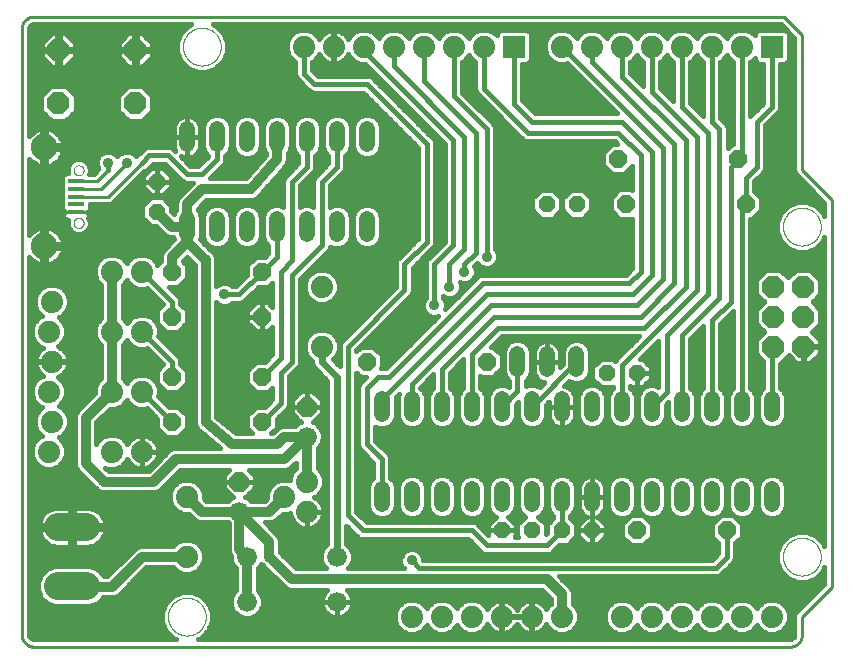
<source format=gtl>
G75*
%MOIN*%
%OFA0B0*%
%FSLAX25Y25*%
%IPPOS*%
%LPD*%
%AMOC8*
5,1,8,0,0,1.08239X$1,22.5*
%
%ADD10C,0.01000*%
%ADD11C,0.00000*%
%ADD12C,0.07400*%
%ADD13R,0.07400X0.07400*%
%ADD14OC8,0.07400*%
%ADD15C,0.05200*%
%ADD16OC8,0.06000*%
%ADD17C,0.06600*%
%ADD18OC8,0.06600*%
%ADD19OC8,0.05600*%
%ADD20C,0.09370*%
%ADD21OC8,0.07500*%
%ADD22C,0.08858*%
%ADD23R,0.05315X0.01575*%
%ADD24C,0.03577*%
%ADD25C,0.01600*%
%ADD26C,0.03200*%
%ADD27C,0.02400*%
D10*
X0006695Y0005737D02*
X0006695Y0207863D01*
X0006697Y0207987D01*
X0006703Y0208110D01*
X0006712Y0208234D01*
X0006726Y0208356D01*
X0006743Y0208479D01*
X0006765Y0208601D01*
X0006790Y0208722D01*
X0006819Y0208842D01*
X0006851Y0208961D01*
X0006888Y0209080D01*
X0006928Y0209197D01*
X0006971Y0209312D01*
X0007019Y0209427D01*
X0007070Y0209539D01*
X0007124Y0209650D01*
X0007182Y0209760D01*
X0007243Y0209867D01*
X0007308Y0209973D01*
X0007376Y0210076D01*
X0007447Y0210177D01*
X0007521Y0210276D01*
X0007598Y0210373D01*
X0007679Y0210467D01*
X0007762Y0210558D01*
X0007848Y0210647D01*
X0007937Y0210733D01*
X0008028Y0210816D01*
X0008122Y0210897D01*
X0008219Y0210974D01*
X0008318Y0211048D01*
X0008419Y0211119D01*
X0008522Y0211187D01*
X0008628Y0211252D01*
X0008735Y0211313D01*
X0008845Y0211371D01*
X0008956Y0211425D01*
X0009068Y0211476D01*
X0009183Y0211524D01*
X0009298Y0211567D01*
X0009415Y0211607D01*
X0009534Y0211644D01*
X0009653Y0211676D01*
X0009773Y0211705D01*
X0009894Y0211730D01*
X0010016Y0211752D01*
X0010139Y0211769D01*
X0010261Y0211783D01*
X0010385Y0211792D01*
X0010508Y0211798D01*
X0010632Y0211800D01*
X0260695Y0211800D01*
X0266695Y0205800D01*
X0266695Y0160800D01*
X0276695Y0150800D01*
X0276695Y0021800D01*
X0266695Y0011800D01*
X0266695Y0005737D01*
X0266693Y0005613D01*
X0266687Y0005490D01*
X0266678Y0005366D01*
X0266664Y0005244D01*
X0266647Y0005121D01*
X0266625Y0004999D01*
X0266600Y0004878D01*
X0266571Y0004758D01*
X0266539Y0004639D01*
X0266502Y0004520D01*
X0266462Y0004403D01*
X0266419Y0004288D01*
X0266371Y0004173D01*
X0266320Y0004061D01*
X0266266Y0003950D01*
X0266208Y0003840D01*
X0266147Y0003733D01*
X0266082Y0003627D01*
X0266014Y0003524D01*
X0265943Y0003423D01*
X0265869Y0003324D01*
X0265792Y0003227D01*
X0265711Y0003133D01*
X0265628Y0003042D01*
X0265542Y0002953D01*
X0265453Y0002867D01*
X0265362Y0002784D01*
X0265268Y0002703D01*
X0265171Y0002626D01*
X0265072Y0002552D01*
X0264971Y0002481D01*
X0264868Y0002413D01*
X0264762Y0002348D01*
X0264655Y0002287D01*
X0264545Y0002229D01*
X0264434Y0002175D01*
X0264322Y0002124D01*
X0264207Y0002076D01*
X0264092Y0002033D01*
X0263975Y0001993D01*
X0263856Y0001956D01*
X0263737Y0001924D01*
X0263617Y0001895D01*
X0263496Y0001870D01*
X0263374Y0001848D01*
X0263251Y0001831D01*
X0263129Y0001817D01*
X0263005Y0001808D01*
X0262882Y0001802D01*
X0262758Y0001800D01*
X0010632Y0001800D01*
X0010508Y0001802D01*
X0010385Y0001808D01*
X0010261Y0001817D01*
X0010139Y0001831D01*
X0010016Y0001848D01*
X0009894Y0001870D01*
X0009773Y0001895D01*
X0009653Y0001924D01*
X0009534Y0001956D01*
X0009415Y0001993D01*
X0009298Y0002033D01*
X0009183Y0002076D01*
X0009068Y0002124D01*
X0008956Y0002175D01*
X0008845Y0002229D01*
X0008735Y0002287D01*
X0008628Y0002348D01*
X0008522Y0002413D01*
X0008419Y0002481D01*
X0008318Y0002552D01*
X0008219Y0002626D01*
X0008122Y0002703D01*
X0008028Y0002784D01*
X0007937Y0002867D01*
X0007848Y0002953D01*
X0007762Y0003042D01*
X0007679Y0003133D01*
X0007598Y0003227D01*
X0007521Y0003324D01*
X0007447Y0003423D01*
X0007376Y0003524D01*
X0007308Y0003627D01*
X0007243Y0003733D01*
X0007182Y0003840D01*
X0007124Y0003950D01*
X0007070Y0004061D01*
X0007019Y0004173D01*
X0006971Y0004288D01*
X0006928Y0004403D01*
X0006888Y0004520D01*
X0006851Y0004639D01*
X0006819Y0004758D01*
X0006790Y0004878D01*
X0006765Y0004999D01*
X0006743Y0005121D01*
X0006726Y0005244D01*
X0006712Y0005366D01*
X0006703Y0005490D01*
X0006697Y0005613D01*
X0006695Y0005737D01*
X0024825Y0146682D02*
X0035327Y0146682D01*
X0045445Y0156800D01*
X0051695Y0156800D01*
X0046695Y0163050D02*
X0035445Y0151800D01*
X0024825Y0151800D01*
X0024825Y0154359D02*
X0033004Y0154359D01*
X0041695Y0163050D01*
X0035445Y0160550D02*
X0031813Y0156918D01*
X0024825Y0156918D01*
D11*
X0023940Y0160560D02*
X0023942Y0160641D01*
X0023948Y0160723D01*
X0023958Y0160804D01*
X0023972Y0160884D01*
X0023989Y0160963D01*
X0024011Y0161042D01*
X0024036Y0161119D01*
X0024065Y0161196D01*
X0024098Y0161270D01*
X0024135Y0161343D01*
X0024174Y0161414D01*
X0024218Y0161483D01*
X0024264Y0161550D01*
X0024314Y0161614D01*
X0024367Y0161676D01*
X0024423Y0161736D01*
X0024481Y0161792D01*
X0024543Y0161846D01*
X0024607Y0161897D01*
X0024673Y0161944D01*
X0024741Y0161988D01*
X0024812Y0162029D01*
X0024884Y0162066D01*
X0024959Y0162100D01*
X0025034Y0162130D01*
X0025112Y0162156D01*
X0025190Y0162179D01*
X0025269Y0162197D01*
X0025349Y0162212D01*
X0025430Y0162223D01*
X0025511Y0162230D01*
X0025593Y0162233D01*
X0025674Y0162232D01*
X0025755Y0162227D01*
X0025836Y0162218D01*
X0025917Y0162205D01*
X0025997Y0162188D01*
X0026075Y0162168D01*
X0026153Y0162143D01*
X0026230Y0162115D01*
X0026305Y0162083D01*
X0026378Y0162048D01*
X0026449Y0162009D01*
X0026519Y0161966D01*
X0026586Y0161921D01*
X0026652Y0161872D01*
X0026714Y0161820D01*
X0026774Y0161764D01*
X0026831Y0161706D01*
X0026886Y0161646D01*
X0026937Y0161582D01*
X0026985Y0161517D01*
X0027030Y0161449D01*
X0027072Y0161379D01*
X0027110Y0161307D01*
X0027145Y0161233D01*
X0027176Y0161158D01*
X0027203Y0161081D01*
X0027226Y0161003D01*
X0027246Y0160924D01*
X0027262Y0160844D01*
X0027274Y0160763D01*
X0027282Y0160682D01*
X0027286Y0160601D01*
X0027286Y0160519D01*
X0027282Y0160438D01*
X0027274Y0160357D01*
X0027262Y0160276D01*
X0027246Y0160196D01*
X0027226Y0160117D01*
X0027203Y0160039D01*
X0027176Y0159962D01*
X0027145Y0159887D01*
X0027110Y0159813D01*
X0027072Y0159741D01*
X0027030Y0159671D01*
X0026985Y0159603D01*
X0026937Y0159538D01*
X0026886Y0159474D01*
X0026831Y0159414D01*
X0026774Y0159356D01*
X0026714Y0159300D01*
X0026652Y0159248D01*
X0026586Y0159199D01*
X0026519Y0159154D01*
X0026450Y0159111D01*
X0026378Y0159072D01*
X0026305Y0159037D01*
X0026230Y0159005D01*
X0026153Y0158977D01*
X0026075Y0158952D01*
X0025997Y0158932D01*
X0025917Y0158915D01*
X0025836Y0158902D01*
X0025755Y0158893D01*
X0025674Y0158888D01*
X0025593Y0158887D01*
X0025511Y0158890D01*
X0025430Y0158897D01*
X0025349Y0158908D01*
X0025269Y0158923D01*
X0025190Y0158941D01*
X0025112Y0158964D01*
X0025034Y0158990D01*
X0024959Y0159020D01*
X0024884Y0159054D01*
X0024812Y0159091D01*
X0024741Y0159132D01*
X0024673Y0159176D01*
X0024607Y0159223D01*
X0024543Y0159274D01*
X0024481Y0159328D01*
X0024423Y0159384D01*
X0024367Y0159444D01*
X0024314Y0159506D01*
X0024264Y0159570D01*
X0024218Y0159637D01*
X0024174Y0159706D01*
X0024135Y0159777D01*
X0024098Y0159850D01*
X0024065Y0159924D01*
X0024036Y0160001D01*
X0024011Y0160078D01*
X0023989Y0160157D01*
X0023972Y0160236D01*
X0023958Y0160316D01*
X0023948Y0160397D01*
X0023942Y0160479D01*
X0023940Y0160560D01*
X0023940Y0143040D02*
X0023942Y0143121D01*
X0023948Y0143203D01*
X0023958Y0143284D01*
X0023972Y0143364D01*
X0023989Y0143443D01*
X0024011Y0143522D01*
X0024036Y0143599D01*
X0024065Y0143676D01*
X0024098Y0143750D01*
X0024135Y0143823D01*
X0024174Y0143894D01*
X0024218Y0143963D01*
X0024264Y0144030D01*
X0024314Y0144094D01*
X0024367Y0144156D01*
X0024423Y0144216D01*
X0024481Y0144272D01*
X0024543Y0144326D01*
X0024607Y0144377D01*
X0024673Y0144424D01*
X0024741Y0144468D01*
X0024812Y0144509D01*
X0024884Y0144546D01*
X0024959Y0144580D01*
X0025034Y0144610D01*
X0025112Y0144636D01*
X0025190Y0144659D01*
X0025269Y0144677D01*
X0025349Y0144692D01*
X0025430Y0144703D01*
X0025511Y0144710D01*
X0025593Y0144713D01*
X0025674Y0144712D01*
X0025755Y0144707D01*
X0025836Y0144698D01*
X0025917Y0144685D01*
X0025997Y0144668D01*
X0026075Y0144648D01*
X0026153Y0144623D01*
X0026230Y0144595D01*
X0026305Y0144563D01*
X0026378Y0144528D01*
X0026449Y0144489D01*
X0026519Y0144446D01*
X0026586Y0144401D01*
X0026652Y0144352D01*
X0026714Y0144300D01*
X0026774Y0144244D01*
X0026831Y0144186D01*
X0026886Y0144126D01*
X0026937Y0144062D01*
X0026985Y0143997D01*
X0027030Y0143929D01*
X0027072Y0143859D01*
X0027110Y0143787D01*
X0027145Y0143713D01*
X0027176Y0143638D01*
X0027203Y0143561D01*
X0027226Y0143483D01*
X0027246Y0143404D01*
X0027262Y0143324D01*
X0027274Y0143243D01*
X0027282Y0143162D01*
X0027286Y0143081D01*
X0027286Y0142999D01*
X0027282Y0142918D01*
X0027274Y0142837D01*
X0027262Y0142756D01*
X0027246Y0142676D01*
X0027226Y0142597D01*
X0027203Y0142519D01*
X0027176Y0142442D01*
X0027145Y0142367D01*
X0027110Y0142293D01*
X0027072Y0142221D01*
X0027030Y0142151D01*
X0026985Y0142083D01*
X0026937Y0142018D01*
X0026886Y0141954D01*
X0026831Y0141894D01*
X0026774Y0141836D01*
X0026714Y0141780D01*
X0026652Y0141728D01*
X0026586Y0141679D01*
X0026519Y0141634D01*
X0026450Y0141591D01*
X0026378Y0141552D01*
X0026305Y0141517D01*
X0026230Y0141485D01*
X0026153Y0141457D01*
X0026075Y0141432D01*
X0025997Y0141412D01*
X0025917Y0141395D01*
X0025836Y0141382D01*
X0025755Y0141373D01*
X0025674Y0141368D01*
X0025593Y0141367D01*
X0025511Y0141370D01*
X0025430Y0141377D01*
X0025349Y0141388D01*
X0025269Y0141403D01*
X0025190Y0141421D01*
X0025112Y0141444D01*
X0025034Y0141470D01*
X0024959Y0141500D01*
X0024884Y0141534D01*
X0024812Y0141571D01*
X0024741Y0141612D01*
X0024673Y0141656D01*
X0024607Y0141703D01*
X0024543Y0141754D01*
X0024481Y0141808D01*
X0024423Y0141864D01*
X0024367Y0141924D01*
X0024314Y0141986D01*
X0024264Y0142050D01*
X0024218Y0142117D01*
X0024174Y0142186D01*
X0024135Y0142257D01*
X0024098Y0142330D01*
X0024065Y0142404D01*
X0024036Y0142481D01*
X0024011Y0142558D01*
X0023989Y0142637D01*
X0023972Y0142716D01*
X0023958Y0142796D01*
X0023948Y0142877D01*
X0023942Y0142959D01*
X0023940Y0143040D01*
X0060396Y0201800D02*
X0060398Y0201958D01*
X0060404Y0202116D01*
X0060414Y0202274D01*
X0060428Y0202432D01*
X0060446Y0202589D01*
X0060467Y0202746D01*
X0060493Y0202902D01*
X0060523Y0203058D01*
X0060556Y0203213D01*
X0060594Y0203366D01*
X0060635Y0203519D01*
X0060680Y0203671D01*
X0060729Y0203822D01*
X0060782Y0203971D01*
X0060838Y0204119D01*
X0060898Y0204265D01*
X0060962Y0204410D01*
X0061030Y0204553D01*
X0061101Y0204695D01*
X0061175Y0204835D01*
X0061253Y0204972D01*
X0061335Y0205108D01*
X0061419Y0205242D01*
X0061508Y0205373D01*
X0061599Y0205502D01*
X0061694Y0205629D01*
X0061791Y0205754D01*
X0061892Y0205876D01*
X0061996Y0205995D01*
X0062103Y0206112D01*
X0062213Y0206226D01*
X0062326Y0206337D01*
X0062441Y0206446D01*
X0062559Y0206551D01*
X0062680Y0206653D01*
X0062803Y0206753D01*
X0062929Y0206849D01*
X0063057Y0206942D01*
X0063187Y0207032D01*
X0063320Y0207118D01*
X0063455Y0207202D01*
X0063591Y0207281D01*
X0063730Y0207358D01*
X0063871Y0207430D01*
X0064013Y0207500D01*
X0064157Y0207565D01*
X0064303Y0207627D01*
X0064450Y0207685D01*
X0064599Y0207740D01*
X0064749Y0207791D01*
X0064900Y0207838D01*
X0065052Y0207881D01*
X0065205Y0207920D01*
X0065360Y0207956D01*
X0065515Y0207987D01*
X0065671Y0208015D01*
X0065827Y0208039D01*
X0065984Y0208059D01*
X0066142Y0208075D01*
X0066299Y0208087D01*
X0066458Y0208095D01*
X0066616Y0208099D01*
X0066774Y0208099D01*
X0066932Y0208095D01*
X0067091Y0208087D01*
X0067248Y0208075D01*
X0067406Y0208059D01*
X0067563Y0208039D01*
X0067719Y0208015D01*
X0067875Y0207987D01*
X0068030Y0207956D01*
X0068185Y0207920D01*
X0068338Y0207881D01*
X0068490Y0207838D01*
X0068641Y0207791D01*
X0068791Y0207740D01*
X0068940Y0207685D01*
X0069087Y0207627D01*
X0069233Y0207565D01*
X0069377Y0207500D01*
X0069519Y0207430D01*
X0069660Y0207358D01*
X0069799Y0207281D01*
X0069935Y0207202D01*
X0070070Y0207118D01*
X0070203Y0207032D01*
X0070333Y0206942D01*
X0070461Y0206849D01*
X0070587Y0206753D01*
X0070710Y0206653D01*
X0070831Y0206551D01*
X0070949Y0206446D01*
X0071064Y0206337D01*
X0071177Y0206226D01*
X0071287Y0206112D01*
X0071394Y0205995D01*
X0071498Y0205876D01*
X0071599Y0205754D01*
X0071696Y0205629D01*
X0071791Y0205502D01*
X0071882Y0205373D01*
X0071971Y0205242D01*
X0072055Y0205108D01*
X0072137Y0204972D01*
X0072215Y0204835D01*
X0072289Y0204695D01*
X0072360Y0204553D01*
X0072428Y0204410D01*
X0072492Y0204265D01*
X0072552Y0204119D01*
X0072608Y0203971D01*
X0072661Y0203822D01*
X0072710Y0203671D01*
X0072755Y0203519D01*
X0072796Y0203366D01*
X0072834Y0203213D01*
X0072867Y0203058D01*
X0072897Y0202902D01*
X0072923Y0202746D01*
X0072944Y0202589D01*
X0072962Y0202432D01*
X0072976Y0202274D01*
X0072986Y0202116D01*
X0072992Y0201958D01*
X0072994Y0201800D01*
X0072992Y0201642D01*
X0072986Y0201484D01*
X0072976Y0201326D01*
X0072962Y0201168D01*
X0072944Y0201011D01*
X0072923Y0200854D01*
X0072897Y0200698D01*
X0072867Y0200542D01*
X0072834Y0200387D01*
X0072796Y0200234D01*
X0072755Y0200081D01*
X0072710Y0199929D01*
X0072661Y0199778D01*
X0072608Y0199629D01*
X0072552Y0199481D01*
X0072492Y0199335D01*
X0072428Y0199190D01*
X0072360Y0199047D01*
X0072289Y0198905D01*
X0072215Y0198765D01*
X0072137Y0198628D01*
X0072055Y0198492D01*
X0071971Y0198358D01*
X0071882Y0198227D01*
X0071791Y0198098D01*
X0071696Y0197971D01*
X0071599Y0197846D01*
X0071498Y0197724D01*
X0071394Y0197605D01*
X0071287Y0197488D01*
X0071177Y0197374D01*
X0071064Y0197263D01*
X0070949Y0197154D01*
X0070831Y0197049D01*
X0070710Y0196947D01*
X0070587Y0196847D01*
X0070461Y0196751D01*
X0070333Y0196658D01*
X0070203Y0196568D01*
X0070070Y0196482D01*
X0069935Y0196398D01*
X0069799Y0196319D01*
X0069660Y0196242D01*
X0069519Y0196170D01*
X0069377Y0196100D01*
X0069233Y0196035D01*
X0069087Y0195973D01*
X0068940Y0195915D01*
X0068791Y0195860D01*
X0068641Y0195809D01*
X0068490Y0195762D01*
X0068338Y0195719D01*
X0068185Y0195680D01*
X0068030Y0195644D01*
X0067875Y0195613D01*
X0067719Y0195585D01*
X0067563Y0195561D01*
X0067406Y0195541D01*
X0067248Y0195525D01*
X0067091Y0195513D01*
X0066932Y0195505D01*
X0066774Y0195501D01*
X0066616Y0195501D01*
X0066458Y0195505D01*
X0066299Y0195513D01*
X0066142Y0195525D01*
X0065984Y0195541D01*
X0065827Y0195561D01*
X0065671Y0195585D01*
X0065515Y0195613D01*
X0065360Y0195644D01*
X0065205Y0195680D01*
X0065052Y0195719D01*
X0064900Y0195762D01*
X0064749Y0195809D01*
X0064599Y0195860D01*
X0064450Y0195915D01*
X0064303Y0195973D01*
X0064157Y0196035D01*
X0064013Y0196100D01*
X0063871Y0196170D01*
X0063730Y0196242D01*
X0063591Y0196319D01*
X0063455Y0196398D01*
X0063320Y0196482D01*
X0063187Y0196568D01*
X0063057Y0196658D01*
X0062929Y0196751D01*
X0062803Y0196847D01*
X0062680Y0196947D01*
X0062559Y0197049D01*
X0062441Y0197154D01*
X0062326Y0197263D01*
X0062213Y0197374D01*
X0062103Y0197488D01*
X0061996Y0197605D01*
X0061892Y0197724D01*
X0061791Y0197846D01*
X0061694Y0197971D01*
X0061599Y0198098D01*
X0061508Y0198227D01*
X0061419Y0198358D01*
X0061335Y0198492D01*
X0061253Y0198628D01*
X0061175Y0198765D01*
X0061101Y0198905D01*
X0061030Y0199047D01*
X0060962Y0199190D01*
X0060898Y0199335D01*
X0060838Y0199481D01*
X0060782Y0199629D01*
X0060729Y0199778D01*
X0060680Y0199929D01*
X0060635Y0200081D01*
X0060594Y0200234D01*
X0060556Y0200387D01*
X0060523Y0200542D01*
X0060493Y0200698D01*
X0060467Y0200854D01*
X0060446Y0201011D01*
X0060428Y0201168D01*
X0060414Y0201326D01*
X0060404Y0201484D01*
X0060398Y0201642D01*
X0060396Y0201800D01*
X0260396Y0141800D02*
X0260398Y0141958D01*
X0260404Y0142116D01*
X0260414Y0142274D01*
X0260428Y0142432D01*
X0260446Y0142589D01*
X0260467Y0142746D01*
X0260493Y0142902D01*
X0260523Y0143058D01*
X0260556Y0143213D01*
X0260594Y0143366D01*
X0260635Y0143519D01*
X0260680Y0143671D01*
X0260729Y0143822D01*
X0260782Y0143971D01*
X0260838Y0144119D01*
X0260898Y0144265D01*
X0260962Y0144410D01*
X0261030Y0144553D01*
X0261101Y0144695D01*
X0261175Y0144835D01*
X0261253Y0144972D01*
X0261335Y0145108D01*
X0261419Y0145242D01*
X0261508Y0145373D01*
X0261599Y0145502D01*
X0261694Y0145629D01*
X0261791Y0145754D01*
X0261892Y0145876D01*
X0261996Y0145995D01*
X0262103Y0146112D01*
X0262213Y0146226D01*
X0262326Y0146337D01*
X0262441Y0146446D01*
X0262559Y0146551D01*
X0262680Y0146653D01*
X0262803Y0146753D01*
X0262929Y0146849D01*
X0263057Y0146942D01*
X0263187Y0147032D01*
X0263320Y0147118D01*
X0263455Y0147202D01*
X0263591Y0147281D01*
X0263730Y0147358D01*
X0263871Y0147430D01*
X0264013Y0147500D01*
X0264157Y0147565D01*
X0264303Y0147627D01*
X0264450Y0147685D01*
X0264599Y0147740D01*
X0264749Y0147791D01*
X0264900Y0147838D01*
X0265052Y0147881D01*
X0265205Y0147920D01*
X0265360Y0147956D01*
X0265515Y0147987D01*
X0265671Y0148015D01*
X0265827Y0148039D01*
X0265984Y0148059D01*
X0266142Y0148075D01*
X0266299Y0148087D01*
X0266458Y0148095D01*
X0266616Y0148099D01*
X0266774Y0148099D01*
X0266932Y0148095D01*
X0267091Y0148087D01*
X0267248Y0148075D01*
X0267406Y0148059D01*
X0267563Y0148039D01*
X0267719Y0148015D01*
X0267875Y0147987D01*
X0268030Y0147956D01*
X0268185Y0147920D01*
X0268338Y0147881D01*
X0268490Y0147838D01*
X0268641Y0147791D01*
X0268791Y0147740D01*
X0268940Y0147685D01*
X0269087Y0147627D01*
X0269233Y0147565D01*
X0269377Y0147500D01*
X0269519Y0147430D01*
X0269660Y0147358D01*
X0269799Y0147281D01*
X0269935Y0147202D01*
X0270070Y0147118D01*
X0270203Y0147032D01*
X0270333Y0146942D01*
X0270461Y0146849D01*
X0270587Y0146753D01*
X0270710Y0146653D01*
X0270831Y0146551D01*
X0270949Y0146446D01*
X0271064Y0146337D01*
X0271177Y0146226D01*
X0271287Y0146112D01*
X0271394Y0145995D01*
X0271498Y0145876D01*
X0271599Y0145754D01*
X0271696Y0145629D01*
X0271791Y0145502D01*
X0271882Y0145373D01*
X0271971Y0145242D01*
X0272055Y0145108D01*
X0272137Y0144972D01*
X0272215Y0144835D01*
X0272289Y0144695D01*
X0272360Y0144553D01*
X0272428Y0144410D01*
X0272492Y0144265D01*
X0272552Y0144119D01*
X0272608Y0143971D01*
X0272661Y0143822D01*
X0272710Y0143671D01*
X0272755Y0143519D01*
X0272796Y0143366D01*
X0272834Y0143213D01*
X0272867Y0143058D01*
X0272897Y0142902D01*
X0272923Y0142746D01*
X0272944Y0142589D01*
X0272962Y0142432D01*
X0272976Y0142274D01*
X0272986Y0142116D01*
X0272992Y0141958D01*
X0272994Y0141800D01*
X0272992Y0141642D01*
X0272986Y0141484D01*
X0272976Y0141326D01*
X0272962Y0141168D01*
X0272944Y0141011D01*
X0272923Y0140854D01*
X0272897Y0140698D01*
X0272867Y0140542D01*
X0272834Y0140387D01*
X0272796Y0140234D01*
X0272755Y0140081D01*
X0272710Y0139929D01*
X0272661Y0139778D01*
X0272608Y0139629D01*
X0272552Y0139481D01*
X0272492Y0139335D01*
X0272428Y0139190D01*
X0272360Y0139047D01*
X0272289Y0138905D01*
X0272215Y0138765D01*
X0272137Y0138628D01*
X0272055Y0138492D01*
X0271971Y0138358D01*
X0271882Y0138227D01*
X0271791Y0138098D01*
X0271696Y0137971D01*
X0271599Y0137846D01*
X0271498Y0137724D01*
X0271394Y0137605D01*
X0271287Y0137488D01*
X0271177Y0137374D01*
X0271064Y0137263D01*
X0270949Y0137154D01*
X0270831Y0137049D01*
X0270710Y0136947D01*
X0270587Y0136847D01*
X0270461Y0136751D01*
X0270333Y0136658D01*
X0270203Y0136568D01*
X0270070Y0136482D01*
X0269935Y0136398D01*
X0269799Y0136319D01*
X0269660Y0136242D01*
X0269519Y0136170D01*
X0269377Y0136100D01*
X0269233Y0136035D01*
X0269087Y0135973D01*
X0268940Y0135915D01*
X0268791Y0135860D01*
X0268641Y0135809D01*
X0268490Y0135762D01*
X0268338Y0135719D01*
X0268185Y0135680D01*
X0268030Y0135644D01*
X0267875Y0135613D01*
X0267719Y0135585D01*
X0267563Y0135561D01*
X0267406Y0135541D01*
X0267248Y0135525D01*
X0267091Y0135513D01*
X0266932Y0135505D01*
X0266774Y0135501D01*
X0266616Y0135501D01*
X0266458Y0135505D01*
X0266299Y0135513D01*
X0266142Y0135525D01*
X0265984Y0135541D01*
X0265827Y0135561D01*
X0265671Y0135585D01*
X0265515Y0135613D01*
X0265360Y0135644D01*
X0265205Y0135680D01*
X0265052Y0135719D01*
X0264900Y0135762D01*
X0264749Y0135809D01*
X0264599Y0135860D01*
X0264450Y0135915D01*
X0264303Y0135973D01*
X0264157Y0136035D01*
X0264013Y0136100D01*
X0263871Y0136170D01*
X0263730Y0136242D01*
X0263591Y0136319D01*
X0263455Y0136398D01*
X0263320Y0136482D01*
X0263187Y0136568D01*
X0263057Y0136658D01*
X0262929Y0136751D01*
X0262803Y0136847D01*
X0262680Y0136947D01*
X0262559Y0137049D01*
X0262441Y0137154D01*
X0262326Y0137263D01*
X0262213Y0137374D01*
X0262103Y0137488D01*
X0261996Y0137605D01*
X0261892Y0137724D01*
X0261791Y0137846D01*
X0261694Y0137971D01*
X0261599Y0138098D01*
X0261508Y0138227D01*
X0261419Y0138358D01*
X0261335Y0138492D01*
X0261253Y0138628D01*
X0261175Y0138765D01*
X0261101Y0138905D01*
X0261030Y0139047D01*
X0260962Y0139190D01*
X0260898Y0139335D01*
X0260838Y0139481D01*
X0260782Y0139629D01*
X0260729Y0139778D01*
X0260680Y0139929D01*
X0260635Y0140081D01*
X0260594Y0140234D01*
X0260556Y0140387D01*
X0260523Y0140542D01*
X0260493Y0140698D01*
X0260467Y0140854D01*
X0260446Y0141011D01*
X0260428Y0141168D01*
X0260414Y0141326D01*
X0260404Y0141484D01*
X0260398Y0141642D01*
X0260396Y0141800D01*
X0260396Y0031800D02*
X0260398Y0031958D01*
X0260404Y0032116D01*
X0260414Y0032274D01*
X0260428Y0032432D01*
X0260446Y0032589D01*
X0260467Y0032746D01*
X0260493Y0032902D01*
X0260523Y0033058D01*
X0260556Y0033213D01*
X0260594Y0033366D01*
X0260635Y0033519D01*
X0260680Y0033671D01*
X0260729Y0033822D01*
X0260782Y0033971D01*
X0260838Y0034119D01*
X0260898Y0034265D01*
X0260962Y0034410D01*
X0261030Y0034553D01*
X0261101Y0034695D01*
X0261175Y0034835D01*
X0261253Y0034972D01*
X0261335Y0035108D01*
X0261419Y0035242D01*
X0261508Y0035373D01*
X0261599Y0035502D01*
X0261694Y0035629D01*
X0261791Y0035754D01*
X0261892Y0035876D01*
X0261996Y0035995D01*
X0262103Y0036112D01*
X0262213Y0036226D01*
X0262326Y0036337D01*
X0262441Y0036446D01*
X0262559Y0036551D01*
X0262680Y0036653D01*
X0262803Y0036753D01*
X0262929Y0036849D01*
X0263057Y0036942D01*
X0263187Y0037032D01*
X0263320Y0037118D01*
X0263455Y0037202D01*
X0263591Y0037281D01*
X0263730Y0037358D01*
X0263871Y0037430D01*
X0264013Y0037500D01*
X0264157Y0037565D01*
X0264303Y0037627D01*
X0264450Y0037685D01*
X0264599Y0037740D01*
X0264749Y0037791D01*
X0264900Y0037838D01*
X0265052Y0037881D01*
X0265205Y0037920D01*
X0265360Y0037956D01*
X0265515Y0037987D01*
X0265671Y0038015D01*
X0265827Y0038039D01*
X0265984Y0038059D01*
X0266142Y0038075D01*
X0266299Y0038087D01*
X0266458Y0038095D01*
X0266616Y0038099D01*
X0266774Y0038099D01*
X0266932Y0038095D01*
X0267091Y0038087D01*
X0267248Y0038075D01*
X0267406Y0038059D01*
X0267563Y0038039D01*
X0267719Y0038015D01*
X0267875Y0037987D01*
X0268030Y0037956D01*
X0268185Y0037920D01*
X0268338Y0037881D01*
X0268490Y0037838D01*
X0268641Y0037791D01*
X0268791Y0037740D01*
X0268940Y0037685D01*
X0269087Y0037627D01*
X0269233Y0037565D01*
X0269377Y0037500D01*
X0269519Y0037430D01*
X0269660Y0037358D01*
X0269799Y0037281D01*
X0269935Y0037202D01*
X0270070Y0037118D01*
X0270203Y0037032D01*
X0270333Y0036942D01*
X0270461Y0036849D01*
X0270587Y0036753D01*
X0270710Y0036653D01*
X0270831Y0036551D01*
X0270949Y0036446D01*
X0271064Y0036337D01*
X0271177Y0036226D01*
X0271287Y0036112D01*
X0271394Y0035995D01*
X0271498Y0035876D01*
X0271599Y0035754D01*
X0271696Y0035629D01*
X0271791Y0035502D01*
X0271882Y0035373D01*
X0271971Y0035242D01*
X0272055Y0035108D01*
X0272137Y0034972D01*
X0272215Y0034835D01*
X0272289Y0034695D01*
X0272360Y0034553D01*
X0272428Y0034410D01*
X0272492Y0034265D01*
X0272552Y0034119D01*
X0272608Y0033971D01*
X0272661Y0033822D01*
X0272710Y0033671D01*
X0272755Y0033519D01*
X0272796Y0033366D01*
X0272834Y0033213D01*
X0272867Y0033058D01*
X0272897Y0032902D01*
X0272923Y0032746D01*
X0272944Y0032589D01*
X0272962Y0032432D01*
X0272976Y0032274D01*
X0272986Y0032116D01*
X0272992Y0031958D01*
X0272994Y0031800D01*
X0272992Y0031642D01*
X0272986Y0031484D01*
X0272976Y0031326D01*
X0272962Y0031168D01*
X0272944Y0031011D01*
X0272923Y0030854D01*
X0272897Y0030698D01*
X0272867Y0030542D01*
X0272834Y0030387D01*
X0272796Y0030234D01*
X0272755Y0030081D01*
X0272710Y0029929D01*
X0272661Y0029778D01*
X0272608Y0029629D01*
X0272552Y0029481D01*
X0272492Y0029335D01*
X0272428Y0029190D01*
X0272360Y0029047D01*
X0272289Y0028905D01*
X0272215Y0028765D01*
X0272137Y0028628D01*
X0272055Y0028492D01*
X0271971Y0028358D01*
X0271882Y0028227D01*
X0271791Y0028098D01*
X0271696Y0027971D01*
X0271599Y0027846D01*
X0271498Y0027724D01*
X0271394Y0027605D01*
X0271287Y0027488D01*
X0271177Y0027374D01*
X0271064Y0027263D01*
X0270949Y0027154D01*
X0270831Y0027049D01*
X0270710Y0026947D01*
X0270587Y0026847D01*
X0270461Y0026751D01*
X0270333Y0026658D01*
X0270203Y0026568D01*
X0270070Y0026482D01*
X0269935Y0026398D01*
X0269799Y0026319D01*
X0269660Y0026242D01*
X0269519Y0026170D01*
X0269377Y0026100D01*
X0269233Y0026035D01*
X0269087Y0025973D01*
X0268940Y0025915D01*
X0268791Y0025860D01*
X0268641Y0025809D01*
X0268490Y0025762D01*
X0268338Y0025719D01*
X0268185Y0025680D01*
X0268030Y0025644D01*
X0267875Y0025613D01*
X0267719Y0025585D01*
X0267563Y0025561D01*
X0267406Y0025541D01*
X0267248Y0025525D01*
X0267091Y0025513D01*
X0266932Y0025505D01*
X0266774Y0025501D01*
X0266616Y0025501D01*
X0266458Y0025505D01*
X0266299Y0025513D01*
X0266142Y0025525D01*
X0265984Y0025541D01*
X0265827Y0025561D01*
X0265671Y0025585D01*
X0265515Y0025613D01*
X0265360Y0025644D01*
X0265205Y0025680D01*
X0265052Y0025719D01*
X0264900Y0025762D01*
X0264749Y0025809D01*
X0264599Y0025860D01*
X0264450Y0025915D01*
X0264303Y0025973D01*
X0264157Y0026035D01*
X0264013Y0026100D01*
X0263871Y0026170D01*
X0263730Y0026242D01*
X0263591Y0026319D01*
X0263455Y0026398D01*
X0263320Y0026482D01*
X0263187Y0026568D01*
X0263057Y0026658D01*
X0262929Y0026751D01*
X0262803Y0026847D01*
X0262680Y0026947D01*
X0262559Y0027049D01*
X0262441Y0027154D01*
X0262326Y0027263D01*
X0262213Y0027374D01*
X0262103Y0027488D01*
X0261996Y0027605D01*
X0261892Y0027724D01*
X0261791Y0027846D01*
X0261694Y0027971D01*
X0261599Y0028098D01*
X0261508Y0028227D01*
X0261419Y0028358D01*
X0261335Y0028492D01*
X0261253Y0028628D01*
X0261175Y0028765D01*
X0261101Y0028905D01*
X0261030Y0029047D01*
X0260962Y0029190D01*
X0260898Y0029335D01*
X0260838Y0029481D01*
X0260782Y0029629D01*
X0260729Y0029778D01*
X0260680Y0029929D01*
X0260635Y0030081D01*
X0260594Y0030234D01*
X0260556Y0030387D01*
X0260523Y0030542D01*
X0260493Y0030698D01*
X0260467Y0030854D01*
X0260446Y0031011D01*
X0260428Y0031168D01*
X0260414Y0031326D01*
X0260404Y0031484D01*
X0260398Y0031642D01*
X0260396Y0031800D01*
X0055396Y0011800D02*
X0055398Y0011958D01*
X0055404Y0012116D01*
X0055414Y0012274D01*
X0055428Y0012432D01*
X0055446Y0012589D01*
X0055467Y0012746D01*
X0055493Y0012902D01*
X0055523Y0013058D01*
X0055556Y0013213D01*
X0055594Y0013366D01*
X0055635Y0013519D01*
X0055680Y0013671D01*
X0055729Y0013822D01*
X0055782Y0013971D01*
X0055838Y0014119D01*
X0055898Y0014265D01*
X0055962Y0014410D01*
X0056030Y0014553D01*
X0056101Y0014695D01*
X0056175Y0014835D01*
X0056253Y0014972D01*
X0056335Y0015108D01*
X0056419Y0015242D01*
X0056508Y0015373D01*
X0056599Y0015502D01*
X0056694Y0015629D01*
X0056791Y0015754D01*
X0056892Y0015876D01*
X0056996Y0015995D01*
X0057103Y0016112D01*
X0057213Y0016226D01*
X0057326Y0016337D01*
X0057441Y0016446D01*
X0057559Y0016551D01*
X0057680Y0016653D01*
X0057803Y0016753D01*
X0057929Y0016849D01*
X0058057Y0016942D01*
X0058187Y0017032D01*
X0058320Y0017118D01*
X0058455Y0017202D01*
X0058591Y0017281D01*
X0058730Y0017358D01*
X0058871Y0017430D01*
X0059013Y0017500D01*
X0059157Y0017565D01*
X0059303Y0017627D01*
X0059450Y0017685D01*
X0059599Y0017740D01*
X0059749Y0017791D01*
X0059900Y0017838D01*
X0060052Y0017881D01*
X0060205Y0017920D01*
X0060360Y0017956D01*
X0060515Y0017987D01*
X0060671Y0018015D01*
X0060827Y0018039D01*
X0060984Y0018059D01*
X0061142Y0018075D01*
X0061299Y0018087D01*
X0061458Y0018095D01*
X0061616Y0018099D01*
X0061774Y0018099D01*
X0061932Y0018095D01*
X0062091Y0018087D01*
X0062248Y0018075D01*
X0062406Y0018059D01*
X0062563Y0018039D01*
X0062719Y0018015D01*
X0062875Y0017987D01*
X0063030Y0017956D01*
X0063185Y0017920D01*
X0063338Y0017881D01*
X0063490Y0017838D01*
X0063641Y0017791D01*
X0063791Y0017740D01*
X0063940Y0017685D01*
X0064087Y0017627D01*
X0064233Y0017565D01*
X0064377Y0017500D01*
X0064519Y0017430D01*
X0064660Y0017358D01*
X0064799Y0017281D01*
X0064935Y0017202D01*
X0065070Y0017118D01*
X0065203Y0017032D01*
X0065333Y0016942D01*
X0065461Y0016849D01*
X0065587Y0016753D01*
X0065710Y0016653D01*
X0065831Y0016551D01*
X0065949Y0016446D01*
X0066064Y0016337D01*
X0066177Y0016226D01*
X0066287Y0016112D01*
X0066394Y0015995D01*
X0066498Y0015876D01*
X0066599Y0015754D01*
X0066696Y0015629D01*
X0066791Y0015502D01*
X0066882Y0015373D01*
X0066971Y0015242D01*
X0067055Y0015108D01*
X0067137Y0014972D01*
X0067215Y0014835D01*
X0067289Y0014695D01*
X0067360Y0014553D01*
X0067428Y0014410D01*
X0067492Y0014265D01*
X0067552Y0014119D01*
X0067608Y0013971D01*
X0067661Y0013822D01*
X0067710Y0013671D01*
X0067755Y0013519D01*
X0067796Y0013366D01*
X0067834Y0013213D01*
X0067867Y0013058D01*
X0067897Y0012902D01*
X0067923Y0012746D01*
X0067944Y0012589D01*
X0067962Y0012432D01*
X0067976Y0012274D01*
X0067986Y0012116D01*
X0067992Y0011958D01*
X0067994Y0011800D01*
X0067992Y0011642D01*
X0067986Y0011484D01*
X0067976Y0011326D01*
X0067962Y0011168D01*
X0067944Y0011011D01*
X0067923Y0010854D01*
X0067897Y0010698D01*
X0067867Y0010542D01*
X0067834Y0010387D01*
X0067796Y0010234D01*
X0067755Y0010081D01*
X0067710Y0009929D01*
X0067661Y0009778D01*
X0067608Y0009629D01*
X0067552Y0009481D01*
X0067492Y0009335D01*
X0067428Y0009190D01*
X0067360Y0009047D01*
X0067289Y0008905D01*
X0067215Y0008765D01*
X0067137Y0008628D01*
X0067055Y0008492D01*
X0066971Y0008358D01*
X0066882Y0008227D01*
X0066791Y0008098D01*
X0066696Y0007971D01*
X0066599Y0007846D01*
X0066498Y0007724D01*
X0066394Y0007605D01*
X0066287Y0007488D01*
X0066177Y0007374D01*
X0066064Y0007263D01*
X0065949Y0007154D01*
X0065831Y0007049D01*
X0065710Y0006947D01*
X0065587Y0006847D01*
X0065461Y0006751D01*
X0065333Y0006658D01*
X0065203Y0006568D01*
X0065070Y0006482D01*
X0064935Y0006398D01*
X0064799Y0006319D01*
X0064660Y0006242D01*
X0064519Y0006170D01*
X0064377Y0006100D01*
X0064233Y0006035D01*
X0064087Y0005973D01*
X0063940Y0005915D01*
X0063791Y0005860D01*
X0063641Y0005809D01*
X0063490Y0005762D01*
X0063338Y0005719D01*
X0063185Y0005680D01*
X0063030Y0005644D01*
X0062875Y0005613D01*
X0062719Y0005585D01*
X0062563Y0005561D01*
X0062406Y0005541D01*
X0062248Y0005525D01*
X0062091Y0005513D01*
X0061932Y0005505D01*
X0061774Y0005501D01*
X0061616Y0005501D01*
X0061458Y0005505D01*
X0061299Y0005513D01*
X0061142Y0005525D01*
X0060984Y0005541D01*
X0060827Y0005561D01*
X0060671Y0005585D01*
X0060515Y0005613D01*
X0060360Y0005644D01*
X0060205Y0005680D01*
X0060052Y0005719D01*
X0059900Y0005762D01*
X0059749Y0005809D01*
X0059599Y0005860D01*
X0059450Y0005915D01*
X0059303Y0005973D01*
X0059157Y0006035D01*
X0059013Y0006100D01*
X0058871Y0006170D01*
X0058730Y0006242D01*
X0058591Y0006319D01*
X0058455Y0006398D01*
X0058320Y0006482D01*
X0058187Y0006568D01*
X0058057Y0006658D01*
X0057929Y0006751D01*
X0057803Y0006847D01*
X0057680Y0006947D01*
X0057559Y0007049D01*
X0057441Y0007154D01*
X0057326Y0007263D01*
X0057213Y0007374D01*
X0057103Y0007488D01*
X0056996Y0007605D01*
X0056892Y0007724D01*
X0056791Y0007846D01*
X0056694Y0007971D01*
X0056599Y0008098D01*
X0056508Y0008227D01*
X0056419Y0008358D01*
X0056335Y0008492D01*
X0056253Y0008628D01*
X0056175Y0008765D01*
X0056101Y0008905D01*
X0056030Y0009047D01*
X0055962Y0009190D01*
X0055898Y0009335D01*
X0055838Y0009481D01*
X0055782Y0009629D01*
X0055729Y0009778D01*
X0055680Y0009929D01*
X0055635Y0010081D01*
X0055594Y0010234D01*
X0055556Y0010387D01*
X0055523Y0010542D01*
X0055493Y0010698D01*
X0055467Y0010854D01*
X0055446Y0011011D01*
X0055428Y0011168D01*
X0055414Y0011326D01*
X0055404Y0011484D01*
X0055398Y0011642D01*
X0055396Y0011800D01*
D12*
X0061695Y0031800D03*
X0061695Y0051800D03*
X0046695Y0066800D03*
X0036695Y0066800D03*
X0015695Y0066800D03*
X0016695Y0076800D03*
X0015695Y0086800D03*
X0016695Y0096800D03*
X0015695Y0106800D03*
X0016695Y0116800D03*
X0036695Y0106800D03*
X0046695Y0106800D03*
X0046695Y0126800D03*
X0036695Y0126800D03*
X0036695Y0086800D03*
X0046695Y0086800D03*
X0094195Y0051800D03*
X0101695Y0056800D03*
X0101695Y0046800D03*
X0136695Y0011800D03*
X0146695Y0011800D03*
X0156695Y0011800D03*
X0166695Y0011800D03*
X0176695Y0011800D03*
X0186695Y0011800D03*
X0206695Y0011800D03*
X0216695Y0011800D03*
X0226695Y0011800D03*
X0236695Y0011800D03*
X0246695Y0011800D03*
X0256695Y0011800D03*
X0106695Y0101800D03*
X0106695Y0121800D03*
X0110695Y0201800D03*
X0100695Y0201800D03*
X0120695Y0201800D03*
X0130695Y0201800D03*
X0140695Y0201800D03*
X0150695Y0201800D03*
X0160695Y0201800D03*
X0186695Y0201800D03*
X0196695Y0201800D03*
X0206695Y0201800D03*
X0216695Y0201800D03*
X0226695Y0201800D03*
X0236695Y0201800D03*
X0246695Y0201800D03*
D13*
X0256695Y0201800D03*
X0170695Y0201800D03*
D14*
X0257195Y0121800D03*
X0267195Y0121800D03*
X0267195Y0111800D03*
X0257195Y0111800D03*
X0257195Y0101800D03*
X0267195Y0101800D03*
D15*
X0256695Y0084400D02*
X0256695Y0079200D01*
X0246695Y0079200D02*
X0246695Y0084400D01*
X0236695Y0084400D02*
X0236695Y0079200D01*
X0226695Y0079200D02*
X0226695Y0084400D01*
X0216695Y0084400D02*
X0216695Y0079200D01*
X0206695Y0079200D02*
X0206695Y0084400D01*
X0196695Y0084400D02*
X0196695Y0079200D01*
X0186695Y0079200D02*
X0186695Y0084400D01*
X0176695Y0084400D02*
X0176695Y0079200D01*
X0166695Y0079200D02*
X0166695Y0084400D01*
X0156695Y0084400D02*
X0156695Y0079200D01*
X0146695Y0079200D02*
X0146695Y0084400D01*
X0136695Y0084400D02*
X0136695Y0079200D01*
X0126695Y0079200D02*
X0126695Y0084400D01*
X0126695Y0054400D02*
X0126695Y0049200D01*
X0136695Y0049200D02*
X0136695Y0054400D01*
X0146695Y0054400D02*
X0146695Y0049200D01*
X0156695Y0049200D02*
X0156695Y0054400D01*
X0166695Y0054400D02*
X0166695Y0049200D01*
X0176695Y0049200D02*
X0176695Y0054400D01*
X0186695Y0054400D02*
X0186695Y0049200D01*
X0196695Y0049200D02*
X0196695Y0054400D01*
X0206695Y0054400D02*
X0206695Y0049200D01*
X0216695Y0049200D02*
X0216695Y0054400D01*
X0226695Y0054400D02*
X0226695Y0049200D01*
X0236695Y0049200D02*
X0236695Y0054400D01*
X0246695Y0054400D02*
X0246695Y0049200D01*
X0256695Y0049200D02*
X0256695Y0054400D01*
X0191538Y0094200D02*
X0191538Y0099400D01*
X0181695Y0099400D02*
X0181695Y0094200D01*
X0171853Y0094200D02*
X0171853Y0099400D01*
X0121695Y0139200D02*
X0121695Y0144400D01*
X0111695Y0144400D02*
X0111695Y0139200D01*
X0101695Y0139200D02*
X0101695Y0144400D01*
X0091695Y0144400D02*
X0091695Y0139200D01*
X0081695Y0139200D02*
X0081695Y0144400D01*
X0071695Y0144400D02*
X0071695Y0139200D01*
X0061695Y0139200D02*
X0061695Y0144400D01*
X0061695Y0169200D02*
X0061695Y0174400D01*
X0071695Y0174400D02*
X0071695Y0169200D01*
X0081695Y0169200D02*
X0081695Y0174400D01*
X0091695Y0174400D02*
X0091695Y0169200D01*
X0101695Y0169200D02*
X0101695Y0174400D01*
X0111695Y0174400D02*
X0111695Y0169200D01*
X0121695Y0169200D02*
X0121695Y0174400D01*
D16*
X0086695Y0126800D03*
X0086695Y0111800D03*
X0086695Y0091800D03*
X0086695Y0076800D03*
X0056695Y0076800D03*
X0056695Y0091800D03*
X0056695Y0111800D03*
X0056695Y0126800D03*
X0121695Y0096800D03*
X0161695Y0096800D03*
X0207945Y0149300D03*
X0205445Y0164300D03*
X0245445Y0164300D03*
X0247945Y0149300D03*
X0241695Y0040550D03*
X0211695Y0040550D03*
D17*
X0111695Y0031800D03*
X0111695Y0016800D03*
X0081695Y0016800D03*
X0081695Y0031800D03*
X0079195Y0046800D03*
X0101695Y0071800D03*
D18*
X0101695Y0081800D03*
X0079195Y0056800D03*
D19*
X0166695Y0040550D03*
X0176695Y0040550D03*
X0186695Y0040550D03*
X0196695Y0040550D03*
X0201695Y0093050D03*
X0211695Y0093050D03*
X0191695Y0149300D03*
X0181695Y0149300D03*
X0051695Y0146800D03*
X0051695Y0156800D03*
D20*
X0028152Y0041643D02*
X0018782Y0041643D01*
X0018782Y0021957D02*
X0028152Y0021957D01*
D21*
X0018895Y0182900D03*
X0018895Y0200700D03*
X0044495Y0200700D03*
X0044495Y0182900D03*
D22*
X0014195Y0168237D03*
X0014195Y0135363D03*
D23*
X0024825Y0146682D03*
X0024825Y0149241D03*
X0024825Y0151800D03*
X0024825Y0154359D03*
X0024825Y0156918D03*
D24*
X0035445Y0163050D03*
X0041695Y0163050D03*
X0079195Y0131800D03*
X0074195Y0119300D03*
X0074195Y0084300D03*
X0121695Y0121800D03*
X0144195Y0115550D03*
X0149195Y0121800D03*
X0154195Y0126800D03*
X0161695Y0131800D03*
X0169195Y0129300D03*
X0201695Y0136800D03*
X0191695Y0166800D03*
X0171695Y0166800D03*
X0155445Y0196800D03*
X0179195Y0205550D03*
X0211695Y0196800D03*
X0221695Y0196800D03*
X0231695Y0194300D03*
X0241695Y0193050D03*
X0251695Y0193050D03*
X0261695Y0156800D03*
X0241695Y0106800D03*
X0201695Y0103050D03*
X0171695Y0070550D03*
X0126695Y0103050D03*
X0131695Y0141800D03*
X0131695Y0166800D03*
X0090445Y0153050D03*
X0231695Y0066800D03*
X0266695Y0048050D03*
X0241695Y0023050D03*
X0211695Y0021800D03*
X0196695Y0021800D03*
X0152945Y0034300D03*
X0136695Y0030550D03*
X0046695Y0011800D03*
D25*
X0053396Y0011391D02*
X0009195Y0011391D01*
X0009195Y0009793D02*
X0053544Y0009793D01*
X0053396Y0010149D02*
X0054660Y0007099D01*
X0056994Y0004764D01*
X0058115Y0004300D01*
X0010632Y0004300D01*
X0010352Y0004328D01*
X0009834Y0004542D01*
X0009437Y0004939D01*
X0009223Y0005457D01*
X0009195Y0005737D01*
X0009195Y0131647D01*
X0009444Y0131305D01*
X0010137Y0130612D01*
X0010930Y0130035D01*
X0011804Y0129590D01*
X0012737Y0129287D01*
X0013519Y0129163D01*
X0013519Y0134687D01*
X0014872Y0134687D01*
X0014872Y0136039D01*
X0020395Y0136039D01*
X0020271Y0136822D01*
X0019968Y0137754D01*
X0019523Y0138628D01*
X0018947Y0139421D01*
X0018253Y0140114D01*
X0017460Y0140691D01*
X0016586Y0141136D01*
X0015654Y0141439D01*
X0014872Y0141563D01*
X0014872Y0136039D01*
X0013519Y0136039D01*
X0013519Y0141563D01*
X0012737Y0141439D01*
X0011804Y0141136D01*
X0010930Y0140691D01*
X0010137Y0140114D01*
X0009444Y0139421D01*
X0009195Y0139079D01*
X0009195Y0164521D01*
X0009444Y0164179D01*
X0010137Y0163486D01*
X0010930Y0162909D01*
X0011804Y0162464D01*
X0012737Y0162161D01*
X0013519Y0162037D01*
X0013519Y0167561D01*
X0014872Y0167561D01*
X0014872Y0168913D01*
X0020395Y0168913D01*
X0020271Y0169696D01*
X0019968Y0170628D01*
X0019523Y0171502D01*
X0018947Y0172295D01*
X0018253Y0172988D01*
X0017460Y0173565D01*
X0016586Y0174010D01*
X0015654Y0174313D01*
X0014872Y0174437D01*
X0014872Y0168913D01*
X0013519Y0168913D01*
X0013519Y0174437D01*
X0012737Y0174313D01*
X0011804Y0174010D01*
X0010930Y0173565D01*
X0010137Y0172988D01*
X0009444Y0172295D01*
X0009195Y0171953D01*
X0009195Y0207863D01*
X0009223Y0208143D01*
X0009437Y0208661D01*
X0009834Y0209058D01*
X0010352Y0209272D01*
X0010632Y0209300D01*
X0063115Y0209300D01*
X0061994Y0208836D01*
X0059660Y0206501D01*
X0058396Y0203451D01*
X0058396Y0200149D01*
X0059660Y0197099D01*
X0061994Y0194764D01*
X0065044Y0193501D01*
X0068346Y0193501D01*
X0071396Y0194764D01*
X0073731Y0197099D01*
X0074994Y0200149D01*
X0074994Y0203451D01*
X0073731Y0206501D01*
X0071396Y0208836D01*
X0070276Y0209300D01*
X0259660Y0209300D01*
X0264195Y0204764D01*
X0264195Y0160303D01*
X0264576Y0159384D01*
X0265279Y0158681D01*
X0265279Y0158681D01*
X0274195Y0149764D01*
X0274195Y0145380D01*
X0273731Y0146501D01*
X0271396Y0148836D01*
X0268346Y0150099D01*
X0265044Y0150099D01*
X0261994Y0148836D01*
X0259660Y0146501D01*
X0258396Y0143451D01*
X0258396Y0140149D01*
X0259660Y0137099D01*
X0261994Y0134764D01*
X0265044Y0133501D01*
X0268346Y0133501D01*
X0271396Y0134764D01*
X0273731Y0137099D01*
X0274195Y0138220D01*
X0274195Y0035380D01*
X0273731Y0036501D01*
X0271396Y0038836D01*
X0268346Y0040099D01*
X0265044Y0040099D01*
X0261994Y0038836D01*
X0259660Y0036501D01*
X0258396Y0033451D01*
X0258396Y0030149D01*
X0259660Y0027099D01*
X0261994Y0024764D01*
X0265044Y0023501D01*
X0268346Y0023501D01*
X0271396Y0024764D01*
X0273731Y0027099D01*
X0274195Y0028220D01*
X0274195Y0022836D01*
X0265279Y0013919D01*
X0264576Y0013216D01*
X0264195Y0012297D01*
X0264195Y0005737D01*
X0264168Y0005457D01*
X0263953Y0004939D01*
X0263557Y0004542D01*
X0263039Y0004328D01*
X0262758Y0004300D01*
X0065276Y0004300D01*
X0066396Y0004764D01*
X0068731Y0007099D01*
X0069994Y0010149D01*
X0069994Y0013451D01*
X0068731Y0016501D01*
X0066396Y0018836D01*
X0063346Y0020099D01*
X0060044Y0020099D01*
X0056994Y0018836D01*
X0054660Y0016501D01*
X0053396Y0013451D01*
X0053396Y0010149D01*
X0054206Y0008194D02*
X0009195Y0008194D01*
X0009195Y0006596D02*
X0055163Y0006596D01*
X0056761Y0004997D02*
X0009413Y0004997D01*
X0009195Y0012990D02*
X0053396Y0012990D01*
X0053867Y0014588D02*
X0009195Y0014588D01*
X0009195Y0016187D02*
X0015245Y0016187D01*
X0014995Y0016290D02*
X0017452Y0015272D01*
X0029482Y0015272D01*
X0031939Y0016290D01*
X0033819Y0018171D01*
X0033831Y0018200D01*
X0037411Y0018200D01*
X0038735Y0018748D01*
X0048186Y0028200D01*
X0057234Y0028200D01*
X0058466Y0026968D01*
X0060561Y0026100D01*
X0062829Y0026100D01*
X0064924Y0026968D01*
X0066527Y0028571D01*
X0067395Y0030666D01*
X0067395Y0032934D01*
X0066527Y0035029D01*
X0064924Y0036632D01*
X0062829Y0037500D01*
X0060561Y0037500D01*
X0058466Y0036632D01*
X0057234Y0035400D01*
X0045979Y0035400D01*
X0044656Y0034852D01*
X0043643Y0033839D01*
X0035204Y0025400D01*
X0033962Y0025400D01*
X0033819Y0025744D01*
X0031939Y0027625D01*
X0029482Y0028643D01*
X0017452Y0028643D01*
X0014995Y0027625D01*
X0013115Y0025744D01*
X0012097Y0023287D01*
X0012097Y0020628D01*
X0013115Y0018171D01*
X0014995Y0016290D01*
X0013500Y0017785D02*
X0009195Y0017785D01*
X0009195Y0019384D02*
X0012612Y0019384D01*
X0012097Y0020982D02*
X0009195Y0020982D01*
X0009195Y0022581D02*
X0012097Y0022581D01*
X0012466Y0024179D02*
X0009195Y0024179D01*
X0009195Y0025778D02*
X0013148Y0025778D01*
X0014747Y0027376D02*
X0009195Y0027376D01*
X0009195Y0028975D02*
X0038779Y0028975D01*
X0040377Y0030573D02*
X0009195Y0030573D01*
X0009195Y0032172D02*
X0041976Y0032172D01*
X0043574Y0033770D02*
X0009195Y0033770D01*
X0009195Y0035369D02*
X0017140Y0035369D01*
X0017514Y0035268D02*
X0018357Y0035157D01*
X0022889Y0035157D01*
X0022889Y0041064D01*
X0024045Y0041064D01*
X0024045Y0035157D01*
X0028577Y0035157D01*
X0029420Y0035268D01*
X0030241Y0035488D01*
X0031026Y0035814D01*
X0031763Y0036239D01*
X0032437Y0036756D01*
X0033038Y0037357D01*
X0033556Y0038032D01*
X0033981Y0038768D01*
X0034306Y0039553D01*
X0034526Y0040375D01*
X0034617Y0041065D01*
X0024045Y0041065D01*
X0024045Y0042220D01*
X0034617Y0042220D01*
X0034526Y0042910D01*
X0034306Y0043732D01*
X0033981Y0044517D01*
X0033556Y0045253D01*
X0033038Y0045928D01*
X0032437Y0046529D01*
X0031763Y0047046D01*
X0031026Y0047471D01*
X0030241Y0047797D01*
X0029420Y0048017D01*
X0028577Y0048128D01*
X0024045Y0048128D01*
X0024045Y0042221D01*
X0022889Y0042221D01*
X0022889Y0048128D01*
X0018357Y0048128D01*
X0017514Y0048017D01*
X0016693Y0047797D01*
X0015907Y0047471D01*
X0015171Y0047046D01*
X0014497Y0046529D01*
X0013896Y0045928D01*
X0013378Y0045253D01*
X0012953Y0044517D01*
X0012628Y0043732D01*
X0012408Y0042910D01*
X0012317Y0042220D01*
X0022889Y0042220D01*
X0022889Y0041065D01*
X0012317Y0041065D01*
X0012408Y0040375D01*
X0012628Y0039553D01*
X0012953Y0038768D01*
X0013378Y0038032D01*
X0013896Y0037357D01*
X0014497Y0036756D01*
X0015171Y0036239D01*
X0015907Y0035814D01*
X0016693Y0035488D01*
X0017514Y0035268D01*
X0014286Y0036967D02*
X0009195Y0036967D01*
X0009195Y0038566D02*
X0013070Y0038566D01*
X0012464Y0040164D02*
X0009195Y0040164D01*
X0009195Y0041763D02*
X0022889Y0041763D01*
X0024045Y0041763D02*
X0075595Y0041763D01*
X0075595Y0042905D02*
X0075595Y0033584D01*
X0076143Y0032261D01*
X0076395Y0032009D01*
X0076395Y0030746D01*
X0077202Y0028798D01*
X0078095Y0027905D01*
X0078095Y0020695D01*
X0077202Y0019802D01*
X0076395Y0017854D01*
X0076395Y0015746D01*
X0077202Y0013798D01*
X0078693Y0012307D01*
X0080641Y0011500D01*
X0082750Y0011500D01*
X0084697Y0012307D01*
X0086188Y0013798D01*
X0086995Y0015746D01*
X0086995Y0017854D01*
X0086188Y0019802D01*
X0085295Y0020695D01*
X0085295Y0027905D01*
X0086188Y0028798D01*
X0086457Y0029447D01*
X0087156Y0028748D01*
X0094656Y0021248D01*
X0095979Y0020700D01*
X0108387Y0020700D01*
X0108373Y0020690D01*
X0107805Y0020122D01*
X0107333Y0019473D01*
X0106969Y0018758D01*
X0106721Y0017994D01*
X0106595Y0017201D01*
X0106595Y0016800D01*
X0106595Y0016399D01*
X0106721Y0015606D01*
X0106969Y0014842D01*
X0107333Y0014127D01*
X0107805Y0013478D01*
X0108373Y0012910D01*
X0109022Y0012438D01*
X0109738Y0012074D01*
X0110501Y0011826D01*
X0111294Y0011700D01*
X0111695Y0011700D01*
X0111695Y0016800D01*
X0111695Y0016800D01*
X0106595Y0016800D01*
X0111695Y0016800D01*
X0111695Y0016800D01*
X0111695Y0011700D01*
X0112097Y0011700D01*
X0112890Y0011826D01*
X0113653Y0012074D01*
X0114368Y0012438D01*
X0115018Y0012910D01*
X0115585Y0013478D01*
X0116057Y0014127D01*
X0116422Y0014842D01*
X0116670Y0015606D01*
X0116795Y0016399D01*
X0116795Y0016800D01*
X0111695Y0016800D01*
X0116795Y0016800D01*
X0116795Y0017201D01*
X0116670Y0017994D01*
X0116422Y0018758D01*
X0116057Y0019473D01*
X0115585Y0020122D01*
X0115018Y0020690D01*
X0115004Y0020700D01*
X0180204Y0020700D01*
X0183095Y0017809D01*
X0183095Y0016261D01*
X0181863Y0015029D01*
X0181576Y0014336D01*
X0181399Y0014683D01*
X0180890Y0015383D01*
X0180278Y0015995D01*
X0179578Y0016504D01*
X0178807Y0016897D01*
X0177983Y0017165D01*
X0177128Y0017300D01*
X0176895Y0017300D01*
X0176895Y0012000D01*
X0176495Y0012000D01*
X0176495Y0011600D01*
X0171195Y0011600D01*
X0166895Y0011600D01*
X0166895Y0006300D01*
X0167128Y0006300D01*
X0167983Y0006435D01*
X0168807Y0006703D01*
X0169578Y0007096D01*
X0170278Y0007605D01*
X0170890Y0008217D01*
X0171399Y0008917D01*
X0171695Y0009498D01*
X0171991Y0008917D01*
X0172500Y0008217D01*
X0173112Y0007605D01*
X0173813Y0007096D01*
X0174584Y0006703D01*
X0175407Y0006435D01*
X0176262Y0006300D01*
X0176495Y0006300D01*
X0176495Y0011600D01*
X0176895Y0011600D01*
X0176895Y0006300D01*
X0177128Y0006300D01*
X0177983Y0006435D01*
X0178807Y0006703D01*
X0179578Y0007096D01*
X0180278Y0007605D01*
X0180890Y0008217D01*
X0181399Y0008917D01*
X0181576Y0009264D01*
X0181863Y0008571D01*
X0183466Y0006968D01*
X0185561Y0006100D01*
X0187829Y0006100D01*
X0189924Y0006968D01*
X0191527Y0008571D01*
X0192395Y0010666D01*
X0192395Y0012934D01*
X0191527Y0015029D01*
X0190295Y0016261D01*
X0190295Y0020016D01*
X0189747Y0021339D01*
X0185836Y0025250D01*
X0238502Y0025250D01*
X0239531Y0025676D01*
X0243281Y0029426D01*
X0244069Y0030214D01*
X0244495Y0031243D01*
X0244495Y0036279D01*
X0246695Y0038479D01*
X0246695Y0042621D01*
X0243766Y0045550D01*
X0239624Y0045550D01*
X0236695Y0042621D01*
X0236695Y0038479D01*
X0238895Y0036279D01*
X0238895Y0032960D01*
X0236785Y0030850D01*
X0140484Y0030850D01*
X0140484Y0031304D01*
X0139907Y0032696D01*
X0138841Y0033762D01*
X0137449Y0034339D01*
X0135942Y0034339D01*
X0134549Y0033762D01*
X0133483Y0032696D01*
X0132907Y0031304D01*
X0132907Y0029796D01*
X0133483Y0028404D01*
X0133987Y0027900D01*
X0115291Y0027900D01*
X0116188Y0028798D01*
X0116995Y0030746D01*
X0116995Y0032854D01*
X0116188Y0034802D01*
X0114895Y0036095D01*
X0114895Y0042140D01*
X0118859Y0038176D01*
X0119888Y0037750D01*
X0155535Y0037750D01*
X0160109Y0033176D01*
X0161138Y0032750D01*
X0182252Y0032750D01*
X0183281Y0033176D01*
X0184069Y0033964D01*
X0185855Y0035750D01*
X0188683Y0035750D01*
X0191495Y0038562D01*
X0191495Y0042538D01*
X0189495Y0044538D01*
X0189495Y0045495D01*
X0190595Y0046594D01*
X0191295Y0048285D01*
X0191295Y0055315D01*
X0190595Y0057006D01*
X0189301Y0058300D01*
X0187610Y0059000D01*
X0185780Y0059000D01*
X0184090Y0058300D01*
X0182796Y0057006D01*
X0182095Y0055315D01*
X0182095Y0048285D01*
X0182796Y0046594D01*
X0183895Y0045495D01*
X0183895Y0044538D01*
X0181895Y0042538D01*
X0181895Y0039710D01*
X0181495Y0039310D01*
X0181495Y0042538D01*
X0178899Y0045134D01*
X0179301Y0045300D01*
X0180595Y0046594D01*
X0181295Y0048285D01*
X0181295Y0055315D01*
X0180595Y0057006D01*
X0179301Y0058300D01*
X0177610Y0059000D01*
X0175780Y0059000D01*
X0174090Y0058300D01*
X0172796Y0057006D01*
X0172095Y0055315D01*
X0172095Y0048285D01*
X0172796Y0046594D01*
X0174090Y0045300D01*
X0174491Y0045134D01*
X0171895Y0042538D01*
X0171895Y0038562D01*
X0172107Y0038350D01*
X0171001Y0038350D01*
X0171295Y0038645D01*
X0171295Y0040550D01*
X0171295Y0042455D01*
X0168699Y0045051D01*
X0169301Y0045300D01*
X0170595Y0046594D01*
X0171295Y0048285D01*
X0171295Y0055315D01*
X0170595Y0057006D01*
X0169301Y0058300D01*
X0167610Y0059000D01*
X0165780Y0059000D01*
X0164090Y0058300D01*
X0162796Y0057006D01*
X0162095Y0055315D01*
X0162095Y0048285D01*
X0162796Y0046594D01*
X0164090Y0045300D01*
X0164691Y0045051D01*
X0162095Y0042455D01*
X0162095Y0040550D01*
X0162095Y0039110D01*
X0159069Y0042136D01*
X0158281Y0042924D01*
X0157252Y0043350D01*
X0121605Y0043350D01*
X0118245Y0046710D01*
X0118245Y0093179D01*
X0119624Y0091800D01*
X0121485Y0091800D01*
X0119322Y0089636D01*
X0118895Y0088607D01*
X0118895Y0068743D01*
X0119322Y0067714D01*
X0120109Y0066926D01*
X0123895Y0063140D01*
X0123895Y0058105D01*
X0122796Y0057006D01*
X0122095Y0055315D01*
X0122095Y0048285D01*
X0122796Y0046594D01*
X0124090Y0045300D01*
X0125780Y0044600D01*
X0127610Y0044600D01*
X0129301Y0045300D01*
X0130595Y0046594D01*
X0131295Y0048285D01*
X0131295Y0055315D01*
X0130595Y0057006D01*
X0129495Y0058105D01*
X0129495Y0064857D01*
X0129069Y0065886D01*
X0124495Y0070460D01*
X0124495Y0075132D01*
X0125780Y0074600D01*
X0127610Y0074600D01*
X0129301Y0075300D01*
X0130595Y0076594D01*
X0131295Y0078285D01*
X0131295Y0084940D01*
X0132396Y0086041D01*
X0132095Y0085315D01*
X0132095Y0078285D01*
X0132796Y0076594D01*
X0134090Y0075300D01*
X0135780Y0074600D01*
X0137610Y0074600D01*
X0139301Y0075300D01*
X0140595Y0076594D01*
X0141295Y0078285D01*
X0141295Y0085315D01*
X0140595Y0087006D01*
X0139495Y0088105D01*
X0139495Y0088140D01*
X0143895Y0092540D01*
X0143895Y0088105D01*
X0142796Y0087006D01*
X0142095Y0085315D01*
X0142095Y0078285D01*
X0142796Y0076594D01*
X0144090Y0075300D01*
X0145780Y0074600D01*
X0147610Y0074600D01*
X0149301Y0075300D01*
X0150595Y0076594D01*
X0151295Y0078285D01*
X0151295Y0085315D01*
X0150595Y0087006D01*
X0149495Y0088105D01*
X0149495Y0093140D01*
X0153895Y0097540D01*
X0153895Y0088105D01*
X0152796Y0087006D01*
X0152095Y0085315D01*
X0152095Y0078285D01*
X0152796Y0076594D01*
X0154090Y0075300D01*
X0155780Y0074600D01*
X0157610Y0074600D01*
X0159301Y0075300D01*
X0160595Y0076594D01*
X0161295Y0078285D01*
X0161295Y0085315D01*
X0160595Y0087006D01*
X0159495Y0088105D01*
X0159495Y0091929D01*
X0159624Y0091800D01*
X0163766Y0091800D01*
X0166695Y0094729D01*
X0166695Y0098871D01*
X0163766Y0101800D01*
X0163155Y0101800D01*
X0166605Y0105250D01*
X0212435Y0105250D01*
X0205109Y0097924D01*
X0204359Y0097174D01*
X0203683Y0097850D01*
X0199707Y0097850D01*
X0196895Y0095038D01*
X0196895Y0091062D01*
X0199707Y0088250D01*
X0203683Y0088250D01*
X0203895Y0088462D01*
X0203895Y0088105D01*
X0202796Y0087006D01*
X0202095Y0085315D01*
X0202095Y0078285D01*
X0202796Y0076594D01*
X0204090Y0075300D01*
X0205780Y0074600D01*
X0207610Y0074600D01*
X0209301Y0075300D01*
X0210595Y0076594D01*
X0211295Y0078285D01*
X0211295Y0085315D01*
X0210595Y0087006D01*
X0209495Y0088105D01*
X0209495Y0088745D01*
X0209790Y0088450D01*
X0211695Y0088450D01*
X0211695Y0093050D01*
X0211695Y0093050D01*
X0211695Y0088450D01*
X0213601Y0088450D01*
X0216295Y0091145D01*
X0216295Y0093050D01*
X0216295Y0094955D01*
X0213601Y0097650D01*
X0212755Y0097650D01*
X0218895Y0103790D01*
X0218895Y0088468D01*
X0217610Y0089000D01*
X0215780Y0089000D01*
X0214090Y0088300D01*
X0212796Y0087006D01*
X0212095Y0085315D01*
X0212095Y0078285D01*
X0212796Y0076594D01*
X0214090Y0075300D01*
X0215780Y0074600D01*
X0217610Y0074600D01*
X0219301Y0075300D01*
X0220595Y0076594D01*
X0221295Y0078285D01*
X0221295Y0082440D01*
X0222095Y0083240D01*
X0222095Y0078285D01*
X0222796Y0076594D01*
X0224090Y0075300D01*
X0225780Y0074600D01*
X0227610Y0074600D01*
X0229301Y0075300D01*
X0230595Y0076594D01*
X0231295Y0078285D01*
X0231295Y0085315D01*
X0230595Y0087006D01*
X0229495Y0088105D01*
X0229495Y0104390D01*
X0233895Y0108790D01*
X0233895Y0088105D01*
X0232796Y0087006D01*
X0232095Y0085315D01*
X0232095Y0078285D01*
X0232796Y0076594D01*
X0234090Y0075300D01*
X0235780Y0074600D01*
X0237610Y0074600D01*
X0239301Y0075300D01*
X0240595Y0076594D01*
X0241295Y0078285D01*
X0241295Y0085315D01*
X0240595Y0087006D01*
X0239495Y0088105D01*
X0239495Y0109390D01*
X0243895Y0113790D01*
X0243895Y0088105D01*
X0242796Y0087006D01*
X0242095Y0085315D01*
X0242095Y0078285D01*
X0242796Y0076594D01*
X0244090Y0075300D01*
X0245780Y0074600D01*
X0247610Y0074600D01*
X0249301Y0075300D01*
X0250595Y0076594D01*
X0251295Y0078285D01*
X0251295Y0085315D01*
X0250595Y0087006D01*
X0249495Y0088105D01*
X0249495Y0144300D01*
X0250016Y0144300D01*
X0252945Y0147229D01*
X0252945Y0151371D01*
X0250745Y0153571D01*
X0250745Y0156890D01*
X0253281Y0159426D01*
X0254069Y0160214D01*
X0254495Y0161243D01*
X0254495Y0175640D01*
X0259069Y0180214D01*
X0259495Y0181243D01*
X0259495Y0196100D01*
X0261224Y0196100D01*
X0262395Y0197272D01*
X0262395Y0206328D01*
X0261224Y0207500D01*
X0252167Y0207500D01*
X0250995Y0206328D01*
X0250995Y0205561D01*
X0249924Y0206632D01*
X0247829Y0207500D01*
X0245561Y0207500D01*
X0243466Y0206632D01*
X0241863Y0205029D01*
X0241695Y0204624D01*
X0241527Y0205029D01*
X0239924Y0206632D01*
X0237829Y0207500D01*
X0235561Y0207500D01*
X0233466Y0206632D01*
X0231863Y0205029D01*
X0231695Y0204624D01*
X0231527Y0205029D01*
X0229924Y0206632D01*
X0227829Y0207500D01*
X0225561Y0207500D01*
X0223466Y0206632D01*
X0221863Y0205029D01*
X0221695Y0204624D01*
X0221527Y0205029D01*
X0219924Y0206632D01*
X0217829Y0207500D01*
X0215561Y0207500D01*
X0213466Y0206632D01*
X0211863Y0205029D01*
X0211695Y0204624D01*
X0211527Y0205029D01*
X0209924Y0206632D01*
X0207829Y0207500D01*
X0205561Y0207500D01*
X0203466Y0206632D01*
X0201863Y0205029D01*
X0201695Y0204624D01*
X0201527Y0205029D01*
X0199924Y0206632D01*
X0197829Y0207500D01*
X0195561Y0207500D01*
X0193466Y0206632D01*
X0191863Y0205029D01*
X0191695Y0204624D01*
X0191527Y0205029D01*
X0189924Y0206632D01*
X0187829Y0207500D01*
X0185561Y0207500D01*
X0183466Y0206632D01*
X0181863Y0205029D01*
X0180995Y0202934D01*
X0180995Y0200666D01*
X0181863Y0198571D01*
X0183466Y0196968D01*
X0185561Y0196100D01*
X0187829Y0196100D01*
X0188258Y0196278D01*
X0204935Y0179600D01*
X0177855Y0179600D01*
X0173495Y0183960D01*
X0173495Y0196100D01*
X0175224Y0196100D01*
X0176395Y0197272D01*
X0176395Y0206328D01*
X0175224Y0207500D01*
X0166167Y0207500D01*
X0164995Y0206328D01*
X0164995Y0205561D01*
X0163924Y0206632D01*
X0161829Y0207500D01*
X0159561Y0207500D01*
X0157466Y0206632D01*
X0155863Y0205029D01*
X0155695Y0204624D01*
X0155527Y0205029D01*
X0153924Y0206632D01*
X0151829Y0207500D01*
X0149561Y0207500D01*
X0147466Y0206632D01*
X0145863Y0205029D01*
X0145695Y0204624D01*
X0145527Y0205029D01*
X0143924Y0206632D01*
X0141829Y0207500D01*
X0139561Y0207500D01*
X0137466Y0206632D01*
X0135863Y0205029D01*
X0135695Y0204624D01*
X0135527Y0205029D01*
X0133924Y0206632D01*
X0131829Y0207500D01*
X0129561Y0207500D01*
X0127466Y0206632D01*
X0125863Y0205029D01*
X0125695Y0204624D01*
X0125527Y0205029D01*
X0123924Y0206632D01*
X0121829Y0207500D01*
X0119561Y0207500D01*
X0117466Y0206632D01*
X0115863Y0205029D01*
X0115576Y0204336D01*
X0115399Y0204683D01*
X0114890Y0205383D01*
X0114278Y0205995D01*
X0113578Y0206504D01*
X0112807Y0206897D01*
X0111983Y0207165D01*
X0111128Y0207300D01*
X0110895Y0207300D01*
X0110895Y0202000D01*
X0110495Y0202000D01*
X0110495Y0207300D01*
X0110262Y0207300D01*
X0109407Y0207165D01*
X0108584Y0206897D01*
X0107813Y0206504D01*
X0107112Y0205995D01*
X0106500Y0205383D01*
X0105991Y0204683D01*
X0105815Y0204336D01*
X0105527Y0205029D01*
X0103924Y0206632D01*
X0101829Y0207500D01*
X0099561Y0207500D01*
X0097466Y0206632D01*
X0095863Y0205029D01*
X0094995Y0202934D01*
X0094995Y0200666D01*
X0095863Y0198571D01*
X0097466Y0196968D01*
X0097895Y0196790D01*
X0097895Y0192243D01*
X0098322Y0191214D01*
X0101822Y0187714D01*
X0102609Y0186926D01*
X0103638Y0186500D01*
X0120535Y0186500D01*
X0138895Y0168140D01*
X0138895Y0137960D01*
X0132609Y0131674D01*
X0131822Y0130886D01*
X0131395Y0129857D01*
X0131395Y0121710D01*
X0113859Y0104174D01*
X0113072Y0103386D01*
X0112645Y0102357D01*
X0112645Y0095375D01*
X0110489Y0097532D01*
X0111527Y0098571D01*
X0112395Y0100666D01*
X0112395Y0102934D01*
X0111527Y0105029D01*
X0109924Y0106632D01*
X0107829Y0107500D01*
X0105561Y0107500D01*
X0103466Y0106632D01*
X0101863Y0105029D01*
X0100995Y0102934D01*
X0100995Y0100666D01*
X0101863Y0098571D01*
X0103466Y0096968D01*
X0103495Y0096956D01*
X0103495Y0096163D01*
X0103982Y0094987D01*
X0108495Y0090475D01*
X0108495Y0036095D01*
X0107202Y0034802D01*
X0106395Y0032854D01*
X0106395Y0030746D01*
X0107202Y0028798D01*
X0108100Y0027900D01*
X0098186Y0027900D01*
X0092795Y0033291D01*
X0092795Y0037516D01*
X0092247Y0038839D01*
X0091235Y0039852D01*
X0087886Y0043200D01*
X0089911Y0043200D01*
X0091235Y0043748D01*
X0093586Y0046100D01*
X0095329Y0046100D01*
X0096195Y0046459D01*
X0096195Y0046367D01*
X0096331Y0045512D01*
X0096598Y0044689D01*
X0096991Y0043917D01*
X0097500Y0043217D01*
X0098112Y0042605D01*
X0098813Y0042096D01*
X0099584Y0041703D01*
X0100407Y0041435D01*
X0101262Y0041300D01*
X0101695Y0041300D01*
X0101695Y0046800D01*
X0101695Y0046800D01*
X0101695Y0041300D01*
X0102128Y0041300D01*
X0102983Y0041435D01*
X0103807Y0041703D01*
X0104578Y0042096D01*
X0105278Y0042605D01*
X0105890Y0043217D01*
X0106399Y0043917D01*
X0106792Y0044689D01*
X0107060Y0045512D01*
X0107195Y0046367D01*
X0107195Y0046800D01*
X0107195Y0047233D01*
X0107060Y0048088D01*
X0106792Y0048911D01*
X0106399Y0049683D01*
X0105890Y0050383D01*
X0105278Y0050995D01*
X0104578Y0051504D01*
X0104231Y0051681D01*
X0104924Y0051968D01*
X0106527Y0053571D01*
X0107395Y0055666D01*
X0107395Y0057934D01*
X0106527Y0060029D01*
X0105295Y0061261D01*
X0105295Y0067905D01*
X0106188Y0068798D01*
X0106995Y0070746D01*
X0106995Y0072854D01*
X0106188Y0074802D01*
X0104697Y0076293D01*
X0103715Y0076700D01*
X0103808Y0076700D01*
X0106795Y0079688D01*
X0106795Y0081800D01*
X0106795Y0083912D01*
X0103808Y0086900D01*
X0101695Y0086900D01*
X0099583Y0086900D01*
X0096595Y0083912D01*
X0096595Y0081800D01*
X0096595Y0079688D01*
X0099583Y0076700D01*
X0099675Y0076700D01*
X0098693Y0076293D01*
X0097800Y0075400D01*
X0093479Y0075400D01*
X0092156Y0074852D01*
X0091143Y0073839D01*
X0090204Y0072900D01*
X0089866Y0072900D01*
X0091695Y0074729D01*
X0091695Y0077840D01*
X0095319Y0081464D01*
X0095745Y0082493D01*
X0095745Y0091890D01*
X0099069Y0095214D01*
X0099495Y0096243D01*
X0099495Y0124390D01*
X0109069Y0133964D01*
X0109495Y0134993D01*
X0109495Y0135132D01*
X0110780Y0134600D01*
X0112610Y0134600D01*
X0114301Y0135300D01*
X0115595Y0136594D01*
X0116295Y0138285D01*
X0116295Y0145315D01*
X0115595Y0147006D01*
X0114301Y0148300D01*
X0112610Y0149000D01*
X0110780Y0149000D01*
X0109495Y0148468D01*
X0109495Y0155640D01*
X0114069Y0160214D01*
X0114495Y0161243D01*
X0114495Y0165495D01*
X0115595Y0166594D01*
X0116295Y0168285D01*
X0116295Y0175315D01*
X0115595Y0177006D01*
X0114301Y0178300D01*
X0112610Y0179000D01*
X0110780Y0179000D01*
X0109090Y0178300D01*
X0107796Y0177006D01*
X0107095Y0175315D01*
X0107095Y0168285D01*
X0107796Y0166594D01*
X0108895Y0165495D01*
X0108895Y0162960D01*
X0105109Y0159174D01*
X0104322Y0158386D01*
X0103895Y0157357D01*
X0103895Y0148468D01*
X0102610Y0149000D01*
X0100780Y0149000D01*
X0099495Y0148468D01*
X0099495Y0155640D01*
X0104069Y0160214D01*
X0104495Y0161243D01*
X0104495Y0165495D01*
X0105595Y0166594D01*
X0106295Y0168285D01*
X0106295Y0175315D01*
X0105595Y0177006D01*
X0104301Y0178300D01*
X0102610Y0179000D01*
X0100780Y0179000D01*
X0099090Y0178300D01*
X0097796Y0177006D01*
X0097095Y0175315D01*
X0097095Y0168285D01*
X0097796Y0166594D01*
X0098895Y0165495D01*
X0098895Y0162960D01*
X0095109Y0159174D01*
X0094322Y0158386D01*
X0093895Y0157357D01*
X0093895Y0148468D01*
X0092610Y0149000D01*
X0090780Y0149000D01*
X0089090Y0148300D01*
X0087796Y0147006D01*
X0087095Y0145315D01*
X0087095Y0138285D01*
X0087796Y0136594D01*
X0088895Y0135495D01*
X0088895Y0132960D01*
X0087735Y0131800D01*
X0084624Y0131800D01*
X0081695Y0128871D01*
X0081695Y0125760D01*
X0078035Y0122100D01*
X0076753Y0122100D01*
X0076341Y0122512D01*
X0074949Y0123089D01*
X0073442Y0123089D01*
X0072049Y0122512D01*
X0071545Y0122008D01*
X0071545Y0131266D01*
X0070997Y0132589D01*
X0069985Y0133602D01*
X0066004Y0137582D01*
X0066295Y0138285D01*
X0066295Y0145315D01*
X0065595Y0147006D01*
X0065295Y0147305D01*
X0065295Y0147809D01*
X0068186Y0150700D01*
X0082353Y0150700D01*
X0082470Y0150660D01*
X0083065Y0150700D01*
X0083661Y0150700D01*
X0083776Y0150747D01*
X0083899Y0150756D01*
X0084434Y0151020D01*
X0084985Y0151248D01*
X0085072Y0151336D01*
X0085183Y0151390D01*
X0085576Y0151839D01*
X0085997Y0152261D01*
X0086045Y0152375D01*
X0094326Y0161839D01*
X0094747Y0162261D01*
X0094795Y0162375D01*
X0094876Y0162468D01*
X0095067Y0163033D01*
X0095295Y0163584D01*
X0095295Y0163708D01*
X0095335Y0163825D01*
X0095295Y0164420D01*
X0095295Y0166295D01*
X0095595Y0166594D01*
X0096295Y0168285D01*
X0096295Y0175315D01*
X0095595Y0177006D01*
X0094301Y0178300D01*
X0092610Y0179000D01*
X0090780Y0179000D01*
X0089090Y0178300D01*
X0087796Y0177006D01*
X0087095Y0175315D01*
X0087095Y0168285D01*
X0087796Y0166594D01*
X0088095Y0166295D01*
X0088095Y0165653D01*
X0081312Y0157900D01*
X0069255Y0157900D01*
X0074069Y0162714D01*
X0074495Y0163743D01*
X0074495Y0165495D01*
X0075595Y0166594D01*
X0076295Y0168285D01*
X0076295Y0175315D01*
X0075595Y0177006D01*
X0074301Y0178300D01*
X0072610Y0179000D01*
X0070780Y0179000D01*
X0069090Y0178300D01*
X0067796Y0177006D01*
X0067095Y0175315D01*
X0067095Y0168285D01*
X0067796Y0166594D01*
X0068895Y0165495D01*
X0068895Y0165460D01*
X0065535Y0162100D01*
X0062855Y0162100D01*
X0059652Y0165303D01*
X0060006Y0165122D01*
X0060665Y0164908D01*
X0061349Y0164800D01*
X0061695Y0164800D01*
X0061695Y0171800D01*
X0061695Y0171800D01*
X0057295Y0171800D01*
X0057295Y0168854D01*
X0057404Y0168170D01*
X0057618Y0167511D01*
X0057798Y0167157D01*
X0057031Y0167924D01*
X0056002Y0168350D01*
X0048638Y0168350D01*
X0047609Y0167924D01*
X0044894Y0165209D01*
X0043841Y0166262D01*
X0042449Y0166839D01*
X0040942Y0166839D01*
X0039549Y0166262D01*
X0038570Y0165283D01*
X0037591Y0166262D01*
X0036199Y0166839D01*
X0034692Y0166839D01*
X0033299Y0166262D01*
X0032233Y0165196D01*
X0031657Y0163804D01*
X0031657Y0162296D01*
X0032233Y0160904D01*
X0032248Y0160889D01*
X0030778Y0159418D01*
X0029116Y0159418D01*
X0029286Y0159829D01*
X0029286Y0161290D01*
X0028727Y0162641D01*
X0027693Y0163674D01*
X0026343Y0164233D01*
X0024882Y0164233D01*
X0023532Y0163674D01*
X0022499Y0162641D01*
X0021939Y0161290D01*
X0021939Y0159829D01*
X0021991Y0159705D01*
X0021339Y0159705D01*
X0020168Y0158534D01*
X0020168Y0147625D01*
X0020368Y0147425D01*
X0020368Y0146682D01*
X0021111Y0146682D01*
X0021111Y0146682D01*
X0020368Y0146682D01*
X0020368Y0145658D01*
X0020490Y0145200D01*
X0020727Y0144789D01*
X0021062Y0144454D01*
X0021473Y0144217D01*
X0021931Y0144094D01*
X0022073Y0144094D01*
X0021939Y0143771D01*
X0021939Y0142309D01*
X0022499Y0140959D01*
X0023532Y0139926D01*
X0024882Y0139367D01*
X0026343Y0139367D01*
X0027693Y0139926D01*
X0028727Y0140959D01*
X0029286Y0142309D01*
X0029286Y0143771D01*
X0028881Y0144747D01*
X0028923Y0144789D01*
X0029160Y0145200D01*
X0029283Y0145658D01*
X0029283Y0146682D01*
X0029283Y0147425D01*
X0029483Y0147625D01*
X0029483Y0149300D01*
X0035943Y0149300D01*
X0036861Y0149681D01*
X0037565Y0150384D01*
X0047557Y0160376D01*
X0048281Y0160676D01*
X0050355Y0162750D01*
X0054285Y0162750D01*
X0060109Y0156926D01*
X0061138Y0156500D01*
X0063804Y0156500D01*
X0059656Y0152352D01*
X0058643Y0151339D01*
X0058095Y0150016D01*
X0058095Y0147305D01*
X0057796Y0147006D01*
X0057440Y0146147D01*
X0056495Y0147091D01*
X0056495Y0148788D01*
X0053683Y0151600D01*
X0049707Y0151600D01*
X0046895Y0148788D01*
X0046895Y0144812D01*
X0049707Y0142000D01*
X0051404Y0142000D01*
X0053643Y0139761D01*
X0054656Y0138748D01*
X0055979Y0138200D01*
X0057130Y0138200D01*
X0057386Y0137582D01*
X0053643Y0133839D01*
X0053095Y0132516D01*
X0053095Y0130271D01*
X0051916Y0129091D01*
X0051527Y0130029D01*
X0049924Y0131632D01*
X0047829Y0132500D01*
X0045561Y0132500D01*
X0043466Y0131632D01*
X0041863Y0130029D01*
X0041695Y0129624D01*
X0041527Y0130029D01*
X0039924Y0131632D01*
X0037829Y0132500D01*
X0035561Y0132500D01*
X0033466Y0131632D01*
X0031863Y0130029D01*
X0030995Y0127934D01*
X0030995Y0125666D01*
X0031863Y0123571D01*
X0033095Y0122339D01*
X0033095Y0111261D01*
X0031863Y0110029D01*
X0030995Y0107934D01*
X0030995Y0105666D01*
X0031863Y0103571D01*
X0033095Y0102339D01*
X0033095Y0091261D01*
X0031863Y0090029D01*
X0030995Y0087934D01*
X0030995Y0086191D01*
X0024893Y0080089D01*
X0024345Y0078766D01*
X0024345Y0062334D01*
X0024893Y0061011D01*
X0025906Y0059998D01*
X0032156Y0053748D01*
X0033479Y0053200D01*
X0051161Y0053200D01*
X0052485Y0053748D01*
X0053497Y0054761D01*
X0059436Y0060700D01*
X0075883Y0060700D01*
X0074095Y0058912D01*
X0074095Y0056800D01*
X0074095Y0054688D01*
X0077083Y0051700D01*
X0077175Y0051700D01*
X0076193Y0051293D01*
X0075300Y0050400D01*
X0068186Y0050400D01*
X0067395Y0051191D01*
X0067395Y0052934D01*
X0066527Y0055029D01*
X0064924Y0056632D01*
X0062829Y0057500D01*
X0060561Y0057500D01*
X0058466Y0056632D01*
X0056863Y0055029D01*
X0055995Y0052934D01*
X0055995Y0050666D01*
X0056863Y0048571D01*
X0058466Y0046968D01*
X0060561Y0046100D01*
X0062304Y0046100D01*
X0063643Y0044761D01*
X0063643Y0044761D01*
X0064656Y0043748D01*
X0065979Y0043200D01*
X0075300Y0043200D01*
X0075595Y0042905D01*
X0075595Y0040164D02*
X0034470Y0040164D01*
X0033864Y0038566D02*
X0075595Y0038566D01*
X0075595Y0036967D02*
X0064115Y0036967D01*
X0066188Y0035369D02*
X0075595Y0035369D01*
X0075595Y0033770D02*
X0067049Y0033770D01*
X0067395Y0032172D02*
X0076232Y0032172D01*
X0076467Y0030573D02*
X0067357Y0030573D01*
X0066695Y0028975D02*
X0077129Y0028975D01*
X0078095Y0027376D02*
X0065332Y0027376D01*
X0058058Y0027376D02*
X0047363Y0027376D01*
X0045764Y0025778D02*
X0078095Y0025778D01*
X0078095Y0024179D02*
X0044166Y0024179D01*
X0042567Y0022581D02*
X0078095Y0022581D01*
X0078095Y0020982D02*
X0040969Y0020982D01*
X0039370Y0019384D02*
X0058317Y0019384D01*
X0055944Y0017785D02*
X0033434Y0017785D01*
X0031689Y0016187D02*
X0054529Y0016187D01*
X0065074Y0019384D02*
X0077029Y0019384D01*
X0076395Y0017785D02*
X0067447Y0017785D01*
X0068861Y0016187D02*
X0076395Y0016187D01*
X0076875Y0014588D02*
X0069523Y0014588D01*
X0069994Y0012990D02*
X0078010Y0012990D01*
X0085380Y0012990D02*
X0108293Y0012990D01*
X0107098Y0014588D02*
X0086516Y0014588D01*
X0086995Y0016187D02*
X0106629Y0016187D01*
X0106688Y0017785D02*
X0086995Y0017785D01*
X0086362Y0019384D02*
X0107288Y0019384D01*
X0111695Y0016800D02*
X0111695Y0016800D01*
X0111695Y0016187D02*
X0111695Y0016187D01*
X0111695Y0014588D02*
X0111695Y0014588D01*
X0111695Y0012990D02*
X0111695Y0012990D01*
X0115097Y0012990D02*
X0131018Y0012990D01*
X0130995Y0012934D02*
X0130995Y0010666D01*
X0131863Y0008571D01*
X0133466Y0006968D01*
X0135561Y0006100D01*
X0137829Y0006100D01*
X0139924Y0006968D01*
X0141527Y0008571D01*
X0141695Y0008976D01*
X0141863Y0008571D01*
X0143466Y0006968D01*
X0145561Y0006100D01*
X0147829Y0006100D01*
X0149924Y0006968D01*
X0151527Y0008571D01*
X0151695Y0008976D01*
X0151863Y0008571D01*
X0153466Y0006968D01*
X0155561Y0006100D01*
X0157829Y0006100D01*
X0159924Y0006968D01*
X0161527Y0008571D01*
X0161815Y0009264D01*
X0161991Y0008917D01*
X0162500Y0008217D01*
X0163112Y0007605D01*
X0163813Y0007096D01*
X0164584Y0006703D01*
X0165407Y0006435D01*
X0166262Y0006300D01*
X0166495Y0006300D01*
X0166495Y0011600D01*
X0166895Y0011600D01*
X0166895Y0012000D01*
X0166495Y0012000D01*
X0166495Y0017300D01*
X0166262Y0017300D01*
X0165407Y0017165D01*
X0164584Y0016897D01*
X0163813Y0016504D01*
X0163112Y0015995D01*
X0162500Y0015383D01*
X0161991Y0014683D01*
X0161815Y0014336D01*
X0161527Y0015029D01*
X0159924Y0016632D01*
X0157829Y0017500D01*
X0155561Y0017500D01*
X0153466Y0016632D01*
X0151863Y0015029D01*
X0151695Y0014624D01*
X0151527Y0015029D01*
X0149924Y0016632D01*
X0147829Y0017500D01*
X0145561Y0017500D01*
X0143466Y0016632D01*
X0141863Y0015029D01*
X0141695Y0014624D01*
X0141527Y0015029D01*
X0139924Y0016632D01*
X0137829Y0017500D01*
X0135561Y0017500D01*
X0133466Y0016632D01*
X0131863Y0015029D01*
X0130995Y0012934D01*
X0130995Y0011391D02*
X0069994Y0011391D01*
X0069847Y0009793D02*
X0131357Y0009793D01*
X0132240Y0008194D02*
X0069185Y0008194D01*
X0068228Y0006596D02*
X0134365Y0006596D01*
X0139025Y0006596D02*
X0144365Y0006596D01*
X0142240Y0008194D02*
X0141150Y0008194D01*
X0149025Y0006596D02*
X0154365Y0006596D01*
X0152240Y0008194D02*
X0151150Y0008194D01*
X0159025Y0006596D02*
X0164915Y0006596D01*
X0166495Y0006596D02*
X0166895Y0006596D01*
X0168476Y0006596D02*
X0174915Y0006596D01*
X0176495Y0006596D02*
X0176895Y0006596D01*
X0178476Y0006596D02*
X0184365Y0006596D01*
X0182240Y0008194D02*
X0180867Y0008194D01*
X0176895Y0008194D02*
X0176495Y0008194D01*
X0176495Y0009793D02*
X0176895Y0009793D01*
X0176895Y0011391D02*
X0176495Y0011391D01*
X0176495Y0012000D02*
X0166895Y0012000D01*
X0166895Y0017300D01*
X0167128Y0017300D01*
X0167983Y0017165D01*
X0168807Y0016897D01*
X0169578Y0016504D01*
X0170278Y0015995D01*
X0170890Y0015383D01*
X0171399Y0014683D01*
X0171695Y0014102D01*
X0171991Y0014683D01*
X0172500Y0015383D01*
X0173112Y0015995D01*
X0173813Y0016504D01*
X0174584Y0016897D01*
X0175407Y0017165D01*
X0176262Y0017300D01*
X0176495Y0017300D01*
X0176495Y0012000D01*
X0176495Y0012990D02*
X0176895Y0012990D01*
X0176895Y0014588D02*
X0176495Y0014588D01*
X0176495Y0016187D02*
X0176895Y0016187D01*
X0180015Y0016187D02*
X0183021Y0016187D01*
X0183095Y0017785D02*
X0116703Y0017785D01*
X0116762Y0016187D02*
X0133021Y0016187D01*
X0131681Y0014588D02*
X0116292Y0014588D01*
X0116103Y0019384D02*
X0181520Y0019384D01*
X0181447Y0014588D02*
X0181681Y0014588D01*
X0173376Y0016187D02*
X0170015Y0016187D01*
X0171447Y0014588D02*
X0171943Y0014588D01*
X0166895Y0014588D02*
X0166495Y0014588D01*
X0166495Y0012990D02*
X0166895Y0012990D01*
X0166895Y0011391D02*
X0166495Y0011391D01*
X0166495Y0009793D02*
X0166895Y0009793D01*
X0166895Y0008194D02*
X0166495Y0008194D01*
X0162523Y0008194D02*
X0161150Y0008194D01*
X0161710Y0014588D02*
X0161943Y0014588D01*
X0163376Y0016187D02*
X0160370Y0016187D01*
X0166495Y0016187D02*
X0166895Y0016187D01*
X0170867Y0008194D02*
X0172523Y0008194D01*
X0189025Y0006596D02*
X0204365Y0006596D01*
X0203466Y0006968D02*
X0205561Y0006100D01*
X0207829Y0006100D01*
X0209924Y0006968D01*
X0211527Y0008571D01*
X0211695Y0008976D01*
X0211863Y0008571D01*
X0213466Y0006968D01*
X0215561Y0006100D01*
X0217829Y0006100D01*
X0219924Y0006968D01*
X0221527Y0008571D01*
X0221695Y0008976D01*
X0221863Y0008571D01*
X0223466Y0006968D01*
X0225561Y0006100D01*
X0227829Y0006100D01*
X0229924Y0006968D01*
X0231527Y0008571D01*
X0231695Y0008976D01*
X0231863Y0008571D01*
X0233466Y0006968D01*
X0235561Y0006100D01*
X0237829Y0006100D01*
X0239924Y0006968D01*
X0241527Y0008571D01*
X0241695Y0008976D01*
X0241863Y0008571D01*
X0243466Y0006968D01*
X0245561Y0006100D01*
X0247829Y0006100D01*
X0249924Y0006968D01*
X0251527Y0008571D01*
X0251695Y0008976D01*
X0251863Y0008571D01*
X0253466Y0006968D01*
X0255561Y0006100D01*
X0257829Y0006100D01*
X0259924Y0006968D01*
X0261527Y0008571D01*
X0262395Y0010666D01*
X0262395Y0012934D01*
X0261527Y0015029D01*
X0259924Y0016632D01*
X0257829Y0017500D01*
X0255561Y0017500D01*
X0253466Y0016632D01*
X0251863Y0015029D01*
X0251695Y0014624D01*
X0251527Y0015029D01*
X0249924Y0016632D01*
X0247829Y0017500D01*
X0245561Y0017500D01*
X0243466Y0016632D01*
X0241863Y0015029D01*
X0241695Y0014624D01*
X0241527Y0015029D01*
X0239924Y0016632D01*
X0237829Y0017500D01*
X0235561Y0017500D01*
X0233466Y0016632D01*
X0231863Y0015029D01*
X0231695Y0014624D01*
X0231527Y0015029D01*
X0229924Y0016632D01*
X0227829Y0017500D01*
X0225561Y0017500D01*
X0223466Y0016632D01*
X0221863Y0015029D01*
X0221695Y0014624D01*
X0221527Y0015029D01*
X0219924Y0016632D01*
X0217829Y0017500D01*
X0215561Y0017500D01*
X0213466Y0016632D01*
X0211863Y0015029D01*
X0211695Y0014624D01*
X0211527Y0015029D01*
X0209924Y0016632D01*
X0207829Y0017500D01*
X0205561Y0017500D01*
X0203466Y0016632D01*
X0201863Y0015029D01*
X0200995Y0012934D01*
X0200995Y0010666D01*
X0201863Y0008571D01*
X0203466Y0006968D01*
X0202240Y0008194D02*
X0191150Y0008194D01*
X0192033Y0009793D02*
X0201357Y0009793D01*
X0200995Y0011391D02*
X0192395Y0011391D01*
X0192372Y0012990D02*
X0201018Y0012990D01*
X0201681Y0014588D02*
X0191710Y0014588D01*
X0190370Y0016187D02*
X0203021Y0016187D01*
X0210370Y0016187D02*
X0213021Y0016187D01*
X0220370Y0016187D02*
X0223021Y0016187D01*
X0230370Y0016187D02*
X0233021Y0016187D01*
X0240370Y0016187D02*
X0243021Y0016187D01*
X0250370Y0016187D02*
X0253021Y0016187D01*
X0260370Y0016187D02*
X0267546Y0016187D01*
X0269145Y0017785D02*
X0190295Y0017785D01*
X0190295Y0019384D02*
X0270743Y0019384D01*
X0272342Y0020982D02*
X0189895Y0020982D01*
X0188506Y0022581D02*
X0273940Y0022581D01*
X0274195Y0024179D02*
X0269984Y0024179D01*
X0272410Y0025778D02*
X0274195Y0025778D01*
X0274195Y0027376D02*
X0273846Y0027376D01*
X0263407Y0024179D02*
X0186907Y0024179D01*
X0183875Y0033770D02*
X0238895Y0033770D01*
X0238895Y0035369D02*
X0185474Y0035369D01*
X0181695Y0035550D02*
X0161695Y0035550D01*
X0156695Y0040550D01*
X0120445Y0040550D01*
X0115445Y0045550D01*
X0115445Y0101800D01*
X0134195Y0120550D01*
X0134195Y0129300D01*
X0141695Y0136800D01*
X0141695Y0169300D01*
X0121695Y0189300D01*
X0104195Y0189300D01*
X0100695Y0192800D01*
X0100695Y0201800D01*
X0105815Y0199264D02*
X0105991Y0198917D01*
X0106500Y0198217D01*
X0107112Y0197605D01*
X0107813Y0197096D01*
X0108584Y0196703D01*
X0109407Y0196435D01*
X0110262Y0196300D01*
X0110495Y0196300D01*
X0110495Y0201600D01*
X0110895Y0201600D01*
X0110895Y0196300D01*
X0111128Y0196300D01*
X0111983Y0196435D01*
X0112807Y0196703D01*
X0113578Y0197096D01*
X0114278Y0197605D01*
X0114890Y0198217D01*
X0115399Y0198917D01*
X0115576Y0199264D01*
X0115863Y0198571D01*
X0117466Y0196968D01*
X0119561Y0196100D01*
X0120935Y0196100D01*
X0147645Y0169390D01*
X0147645Y0136710D01*
X0142609Y0131674D01*
X0141822Y0130886D01*
X0141395Y0129857D01*
X0141395Y0118108D01*
X0140983Y0117696D01*
X0140407Y0116304D01*
X0140407Y0114796D01*
X0140983Y0113404D01*
X0142049Y0112338D01*
X0143442Y0111761D01*
X0144949Y0111761D01*
X0145372Y0111937D01*
X0128035Y0094600D01*
X0126566Y0094600D01*
X0126695Y0094729D01*
X0126695Y0098871D01*
X0123766Y0101800D01*
X0119624Y0101800D01*
X0118245Y0100421D01*
X0118245Y0100640D01*
X0136569Y0118964D01*
X0136995Y0119993D01*
X0136995Y0128140D01*
X0144069Y0135214D01*
X0144495Y0136243D01*
X0144495Y0169857D01*
X0144069Y0170886D01*
X0143281Y0171674D01*
X0123281Y0191674D01*
X0122252Y0192100D01*
X0105355Y0192100D01*
X0103495Y0193960D01*
X0103495Y0196790D01*
X0103924Y0196968D01*
X0105527Y0198571D01*
X0105815Y0199264D01*
X0105373Y0198417D02*
X0106355Y0198417D01*
X0108357Y0196818D02*
X0103563Y0196818D01*
X0103495Y0195220D02*
X0121816Y0195220D01*
X0123414Y0193621D02*
X0103834Y0193621D01*
X0099111Y0190424D02*
X0009195Y0190424D01*
X0009195Y0188826D02*
X0100710Y0188826D01*
X0102308Y0187227D02*
X0048300Y0187227D01*
X0046877Y0188650D02*
X0050245Y0185282D01*
X0050245Y0180518D01*
X0046877Y0177150D01*
X0042114Y0177150D01*
X0038745Y0180518D01*
X0038745Y0185282D01*
X0042114Y0188650D01*
X0046877Y0188650D01*
X0049898Y0185629D02*
X0121407Y0185629D01*
X0123005Y0184030D02*
X0050245Y0184030D01*
X0050245Y0182432D02*
X0124604Y0182432D01*
X0126202Y0180833D02*
X0050245Y0180833D01*
X0048962Y0179235D02*
X0127801Y0179235D01*
X0129399Y0177636D02*
X0124964Y0177636D01*
X0125595Y0177006D02*
X0124301Y0178300D01*
X0122610Y0179000D01*
X0120780Y0179000D01*
X0119090Y0178300D01*
X0117796Y0177006D01*
X0117095Y0175315D01*
X0117095Y0168285D01*
X0117796Y0166594D01*
X0119090Y0165300D01*
X0120780Y0164600D01*
X0122610Y0164600D01*
X0124301Y0165300D01*
X0125595Y0166594D01*
X0126295Y0168285D01*
X0126295Y0175315D01*
X0125595Y0177006D01*
X0125996Y0176038D02*
X0130998Y0176038D01*
X0132596Y0174439D02*
X0126295Y0174439D01*
X0126295Y0172841D02*
X0134195Y0172841D01*
X0135793Y0171242D02*
X0126295Y0171242D01*
X0126295Y0169644D02*
X0137392Y0169644D01*
X0138895Y0168045D02*
X0126196Y0168045D01*
X0125447Y0166447D02*
X0138895Y0166447D01*
X0138895Y0164848D02*
X0123209Y0164848D01*
X0120181Y0164848D02*
X0114495Y0164848D01*
X0114495Y0163250D02*
X0138895Y0163250D01*
X0138895Y0161651D02*
X0114495Y0161651D01*
X0113908Y0160053D02*
X0138895Y0160053D01*
X0138895Y0158454D02*
X0112309Y0158454D01*
X0110711Y0156856D02*
X0138895Y0156856D01*
X0138895Y0155257D02*
X0109495Y0155257D01*
X0109495Y0153659D02*
X0138895Y0153659D01*
X0138895Y0152060D02*
X0109495Y0152060D01*
X0109495Y0150462D02*
X0138895Y0150462D01*
X0138895Y0148863D02*
X0122941Y0148863D01*
X0122610Y0149000D02*
X0120780Y0149000D01*
X0119090Y0148300D01*
X0117796Y0147006D01*
X0117095Y0145315D01*
X0117095Y0138285D01*
X0117796Y0136594D01*
X0119090Y0135300D01*
X0120780Y0134600D01*
X0122610Y0134600D01*
X0124301Y0135300D01*
X0125595Y0136594D01*
X0126295Y0138285D01*
X0126295Y0145315D01*
X0125595Y0147006D01*
X0124301Y0148300D01*
X0122610Y0149000D01*
X0120450Y0148863D02*
X0112941Y0148863D01*
X0110450Y0148863D02*
X0109495Y0148863D01*
X0103895Y0148863D02*
X0102941Y0148863D01*
X0103895Y0150462D02*
X0099495Y0150462D01*
X0099495Y0152060D02*
X0103895Y0152060D01*
X0103895Y0153659D02*
X0099495Y0153659D01*
X0099495Y0155257D02*
X0103895Y0155257D01*
X0103895Y0156856D02*
X0100711Y0156856D01*
X0102309Y0158454D02*
X0104390Y0158454D01*
X0103908Y0160053D02*
X0105988Y0160053D01*
X0104495Y0161651D02*
X0107587Y0161651D01*
X0108895Y0163250D02*
X0104495Y0163250D01*
X0104495Y0164848D02*
X0108895Y0164848D01*
X0107943Y0166447D02*
X0105447Y0166447D01*
X0106196Y0168045D02*
X0107195Y0168045D01*
X0107095Y0169644D02*
X0106295Y0169644D01*
X0106295Y0171242D02*
X0107095Y0171242D01*
X0107095Y0172841D02*
X0106295Y0172841D01*
X0106295Y0174439D02*
X0107095Y0174439D01*
X0107395Y0176038D02*
X0105996Y0176038D01*
X0104964Y0177636D02*
X0108426Y0177636D01*
X0111695Y0171800D02*
X0111695Y0161800D01*
X0106695Y0156800D01*
X0106695Y0135550D01*
X0096695Y0125550D01*
X0096695Y0096800D01*
X0092945Y0093050D01*
X0092945Y0083050D01*
X0086695Y0076800D01*
X0091695Y0076930D02*
X0099353Y0076930D01*
X0097754Y0078529D02*
X0092384Y0078529D01*
X0093982Y0080127D02*
X0096595Y0080127D01*
X0096595Y0081726D02*
X0095427Y0081726D01*
X0096595Y0081800D02*
X0101695Y0081800D01*
X0101695Y0081800D01*
X0096595Y0081800D01*
X0096595Y0083324D02*
X0095745Y0083324D01*
X0095745Y0084923D02*
X0097605Y0084923D01*
X0099204Y0086521D02*
X0095745Y0086521D01*
X0095745Y0088120D02*
X0108495Y0088120D01*
X0108495Y0089718D02*
X0095745Y0089718D01*
X0095745Y0091317D02*
X0107653Y0091317D01*
X0106055Y0092915D02*
X0096770Y0092915D01*
X0098369Y0094514D02*
X0104456Y0094514D01*
X0103517Y0096112D02*
X0099441Y0096112D01*
X0099495Y0097711D02*
X0102724Y0097711D01*
X0101557Y0099309D02*
X0099495Y0099309D01*
X0099495Y0100908D02*
X0100995Y0100908D01*
X0100995Y0102506D02*
X0099495Y0102506D01*
X0099495Y0104105D02*
X0101480Y0104105D01*
X0102537Y0105703D02*
X0099495Y0105703D01*
X0099495Y0107302D02*
X0105083Y0107302D01*
X0108308Y0107302D02*
X0116987Y0107302D01*
X0118586Y0108900D02*
X0099495Y0108900D01*
X0099495Y0110499D02*
X0120184Y0110499D01*
X0121783Y0112097D02*
X0099495Y0112097D01*
X0099495Y0113696D02*
X0123381Y0113696D01*
X0124980Y0115294D02*
X0099495Y0115294D01*
X0099495Y0116893D02*
X0103647Y0116893D01*
X0103466Y0116968D02*
X0105561Y0116100D01*
X0107829Y0116100D01*
X0109924Y0116968D01*
X0111527Y0118571D01*
X0112395Y0120666D01*
X0112395Y0122934D01*
X0111527Y0125029D01*
X0109924Y0126632D01*
X0107829Y0127500D01*
X0105561Y0127500D01*
X0103466Y0126632D01*
X0101863Y0125029D01*
X0100995Y0122934D01*
X0100995Y0120666D01*
X0101863Y0118571D01*
X0103466Y0116968D01*
X0101943Y0118491D02*
X0099495Y0118491D01*
X0099495Y0120090D02*
X0101234Y0120090D01*
X0100995Y0121688D02*
X0099495Y0121688D01*
X0099495Y0123287D02*
X0101142Y0123287D01*
X0101804Y0124885D02*
X0099990Y0124885D01*
X0101589Y0126484D02*
X0103318Y0126484D01*
X0103187Y0128082D02*
X0131395Y0128082D01*
X0131395Y0126484D02*
X0110072Y0126484D01*
X0111587Y0124885D02*
X0131395Y0124885D01*
X0131395Y0123287D02*
X0112249Y0123287D01*
X0112395Y0121688D02*
X0131374Y0121688D01*
X0129775Y0120090D02*
X0112157Y0120090D01*
X0111448Y0118491D02*
X0128177Y0118491D01*
X0126578Y0116893D02*
X0109743Y0116893D01*
X0110853Y0105703D02*
X0115389Y0105703D01*
X0113790Y0104105D02*
X0111910Y0104105D01*
X0112395Y0102506D02*
X0112707Y0102506D01*
X0112645Y0100908D02*
X0112395Y0100908D01*
X0112645Y0099309D02*
X0111833Y0099309D01*
X0112645Y0097711D02*
X0110667Y0097711D01*
X0111909Y0096112D02*
X0112645Y0096112D01*
X0118245Y0092915D02*
X0118509Y0092915D01*
X0118245Y0091317D02*
X0121002Y0091317D01*
X0119404Y0089718D02*
X0118245Y0089718D01*
X0118245Y0088120D02*
X0118895Y0088120D01*
X0118895Y0086521D02*
X0118245Y0086521D01*
X0118245Y0084923D02*
X0118895Y0084923D01*
X0118895Y0083324D02*
X0118245Y0083324D01*
X0118245Y0081726D02*
X0118895Y0081726D01*
X0118895Y0080127D02*
X0118245Y0080127D01*
X0118245Y0078529D02*
X0118895Y0078529D01*
X0118895Y0076930D02*
X0118245Y0076930D01*
X0118245Y0075332D02*
X0118895Y0075332D01*
X0118895Y0073733D02*
X0118245Y0073733D01*
X0118245Y0072134D02*
X0118895Y0072134D01*
X0118895Y0070536D02*
X0118245Y0070536D01*
X0118245Y0068937D02*
X0118895Y0068937D01*
X0118245Y0067339D02*
X0119697Y0067339D01*
X0118245Y0065740D02*
X0121295Y0065740D01*
X0122894Y0064142D02*
X0118245Y0064142D01*
X0118245Y0062543D02*
X0123895Y0062543D01*
X0123895Y0060945D02*
X0118245Y0060945D01*
X0118245Y0059346D02*
X0123895Y0059346D01*
X0123538Y0057748D02*
X0118245Y0057748D01*
X0118245Y0056149D02*
X0122441Y0056149D01*
X0122095Y0054551D02*
X0118245Y0054551D01*
X0118245Y0052952D02*
X0122095Y0052952D01*
X0122095Y0051354D02*
X0118245Y0051354D01*
X0118245Y0049755D02*
X0122095Y0049755D01*
X0122148Y0048157D02*
X0118245Y0048157D01*
X0118397Y0046558D02*
X0122832Y0046558D01*
X0124912Y0044960D02*
X0119995Y0044960D01*
X0121594Y0043361D02*
X0163001Y0043361D01*
X0162095Y0041763D02*
X0159442Y0041763D01*
X0161041Y0040164D02*
X0162095Y0040164D01*
X0162095Y0040550D02*
X0166695Y0040550D01*
X0166695Y0040550D01*
X0162095Y0040550D01*
X0166695Y0040550D02*
X0171295Y0040550D01*
X0166695Y0040550D01*
X0166695Y0040550D01*
X0171295Y0040164D02*
X0171895Y0040164D01*
X0171895Y0038566D02*
X0171216Y0038566D01*
X0171295Y0041763D02*
X0171895Y0041763D01*
X0172718Y0043361D02*
X0170389Y0043361D01*
X0168791Y0044960D02*
X0174317Y0044960D01*
X0172832Y0046558D02*
X0170559Y0046558D01*
X0171242Y0048157D02*
X0172148Y0048157D01*
X0172095Y0049755D02*
X0171295Y0049755D01*
X0171295Y0051354D02*
X0172095Y0051354D01*
X0172095Y0052952D02*
X0171295Y0052952D01*
X0171295Y0054551D02*
X0172095Y0054551D01*
X0172441Y0056149D02*
X0170950Y0056149D01*
X0169853Y0057748D02*
X0173538Y0057748D01*
X0179853Y0057748D02*
X0183538Y0057748D01*
X0182441Y0056149D02*
X0180950Y0056149D01*
X0181295Y0054551D02*
X0182095Y0054551D01*
X0182095Y0052952D02*
X0181295Y0052952D01*
X0181295Y0051354D02*
X0182095Y0051354D01*
X0182095Y0049755D02*
X0181295Y0049755D01*
X0181242Y0048157D02*
X0182148Y0048157D01*
X0182832Y0046558D02*
X0180559Y0046558D01*
X0179074Y0044960D02*
X0183895Y0044960D01*
X0182718Y0043361D02*
X0180672Y0043361D01*
X0181495Y0041763D02*
X0181895Y0041763D01*
X0181895Y0040164D02*
X0181495Y0040164D01*
X0181695Y0035550D02*
X0186695Y0040550D01*
X0186695Y0051800D01*
X0191295Y0051354D02*
X0192295Y0051354D01*
X0192295Y0051800D02*
X0192295Y0048854D01*
X0192404Y0048170D01*
X0192618Y0047511D01*
X0192932Y0046894D01*
X0193339Y0046334D01*
X0193829Y0045844D01*
X0194389Y0045437D01*
X0194952Y0045150D01*
X0194790Y0045150D01*
X0192095Y0042455D01*
X0192095Y0040550D01*
X0192095Y0038645D01*
X0194790Y0035950D01*
X0196695Y0035950D01*
X0196695Y0040550D01*
X0196695Y0040550D01*
X0192095Y0040550D01*
X0196695Y0040550D01*
X0196695Y0045150D01*
X0196695Y0051800D01*
X0196695Y0051800D01*
X0192295Y0051800D01*
X0196695Y0051800D01*
X0196695Y0058800D01*
X0196349Y0058800D01*
X0195665Y0058692D01*
X0195006Y0058478D01*
X0194389Y0058163D01*
X0193829Y0057756D01*
X0193339Y0057266D01*
X0192932Y0056706D01*
X0192618Y0056089D01*
X0192404Y0055430D01*
X0192295Y0054746D01*
X0192295Y0051800D01*
X0192295Y0052952D02*
X0191295Y0052952D01*
X0191295Y0054551D02*
X0192295Y0054551D01*
X0192648Y0056149D02*
X0190950Y0056149D01*
X0189853Y0057748D02*
X0193821Y0057748D01*
X0196695Y0057748D02*
X0196695Y0057748D01*
X0196695Y0058800D02*
X0196695Y0051800D01*
X0196695Y0051800D01*
X0196695Y0051800D01*
X0196695Y0040550D01*
X0196695Y0040550D01*
X0196695Y0040550D01*
X0196695Y0035950D01*
X0198601Y0035950D01*
X0201295Y0038645D01*
X0201295Y0040550D01*
X0201295Y0042455D01*
X0198601Y0045150D01*
X0198438Y0045150D01*
X0199001Y0045437D01*
X0199562Y0045844D01*
X0200051Y0046334D01*
X0200458Y0046894D01*
X0200773Y0047511D01*
X0200987Y0048170D01*
X0201095Y0048854D01*
X0201095Y0051800D01*
X0201095Y0054746D01*
X0200987Y0055430D01*
X0200773Y0056089D01*
X0200458Y0056706D01*
X0200051Y0057266D01*
X0199562Y0057756D01*
X0199001Y0058163D01*
X0198384Y0058478D01*
X0197726Y0058692D01*
X0197042Y0058800D01*
X0196695Y0058800D01*
X0199570Y0057748D02*
X0203538Y0057748D01*
X0204090Y0058300D02*
X0202796Y0057006D01*
X0202095Y0055315D01*
X0202095Y0048285D01*
X0202796Y0046594D01*
X0204090Y0045300D01*
X0205780Y0044600D01*
X0207610Y0044600D01*
X0209301Y0045300D01*
X0210595Y0046594D01*
X0211295Y0048285D01*
X0211295Y0055315D01*
X0210595Y0057006D01*
X0209301Y0058300D01*
X0207610Y0059000D01*
X0205780Y0059000D01*
X0204090Y0058300D01*
X0202441Y0056149D02*
X0200742Y0056149D01*
X0201095Y0054551D02*
X0202095Y0054551D01*
X0202095Y0052952D02*
X0201095Y0052952D01*
X0201095Y0051800D02*
X0196695Y0051800D01*
X0196695Y0051800D01*
X0201095Y0051800D01*
X0201095Y0051354D02*
X0202095Y0051354D01*
X0202095Y0049755D02*
X0201095Y0049755D01*
X0200983Y0048157D02*
X0202148Y0048157D01*
X0202832Y0046558D02*
X0200215Y0046558D01*
X0198791Y0044960D02*
X0204912Y0044960D01*
X0206695Y0042621D02*
X0206695Y0038479D01*
X0209624Y0035550D01*
X0213766Y0035550D01*
X0216695Y0038479D01*
X0216695Y0042621D01*
X0213766Y0045550D01*
X0209624Y0045550D01*
X0206695Y0042621D01*
X0206695Y0041763D02*
X0201295Y0041763D01*
X0201295Y0040550D02*
X0196695Y0040550D01*
X0196695Y0040550D01*
X0201295Y0040550D01*
X0201295Y0040164D02*
X0206695Y0040164D01*
X0206695Y0038566D02*
X0201216Y0038566D01*
X0199618Y0036967D02*
X0208207Y0036967D01*
X0207436Y0043361D02*
X0200389Y0043361D01*
X0196695Y0043361D02*
X0196695Y0043361D01*
X0196695Y0041763D02*
X0196695Y0041763D01*
X0196695Y0040164D02*
X0196695Y0040164D01*
X0196695Y0038566D02*
X0196695Y0038566D01*
X0196695Y0036967D02*
X0196695Y0036967D01*
X0193773Y0036967D02*
X0189901Y0036967D01*
X0191495Y0038566D02*
X0192174Y0038566D01*
X0192095Y0040164D02*
X0191495Y0040164D01*
X0191495Y0041763D02*
X0192095Y0041763D01*
X0193001Y0043361D02*
X0190672Y0043361D01*
X0189495Y0044960D02*
X0194600Y0044960D01*
X0196695Y0044960D02*
X0196695Y0044960D01*
X0196695Y0046558D02*
X0196695Y0046558D01*
X0196695Y0048157D02*
X0196695Y0048157D01*
X0196695Y0049755D02*
X0196695Y0049755D01*
X0196695Y0051354D02*
X0196695Y0051354D01*
X0196695Y0052952D02*
X0196695Y0052952D01*
X0196695Y0054551D02*
X0196695Y0054551D01*
X0196695Y0056149D02*
X0196695Y0056149D01*
X0192295Y0049755D02*
X0191295Y0049755D01*
X0191242Y0048157D02*
X0192408Y0048157D01*
X0193176Y0046558D02*
X0190559Y0046558D01*
X0208479Y0044960D02*
X0209034Y0044960D01*
X0210559Y0046558D02*
X0212832Y0046558D01*
X0212796Y0046594D02*
X0214090Y0045300D01*
X0215780Y0044600D01*
X0217610Y0044600D01*
X0219301Y0045300D01*
X0220595Y0046594D01*
X0221295Y0048285D01*
X0221295Y0055315D01*
X0220595Y0057006D01*
X0219301Y0058300D01*
X0217610Y0059000D01*
X0215780Y0059000D01*
X0214090Y0058300D01*
X0212796Y0057006D01*
X0212095Y0055315D01*
X0212095Y0048285D01*
X0212796Y0046594D01*
X0212148Y0048157D02*
X0211242Y0048157D01*
X0211295Y0049755D02*
X0212095Y0049755D01*
X0212095Y0051354D02*
X0211295Y0051354D01*
X0211295Y0052952D02*
X0212095Y0052952D01*
X0212095Y0054551D02*
X0211295Y0054551D01*
X0210950Y0056149D02*
X0212441Y0056149D01*
X0213538Y0057748D02*
X0209853Y0057748D01*
X0219853Y0057748D02*
X0223538Y0057748D01*
X0224090Y0058300D02*
X0222796Y0057006D01*
X0222095Y0055315D01*
X0222095Y0048285D01*
X0222796Y0046594D01*
X0224090Y0045300D01*
X0225780Y0044600D01*
X0227610Y0044600D01*
X0229301Y0045300D01*
X0230595Y0046594D01*
X0231295Y0048285D01*
X0231295Y0055315D01*
X0230595Y0057006D01*
X0229301Y0058300D01*
X0227610Y0059000D01*
X0225780Y0059000D01*
X0224090Y0058300D01*
X0222441Y0056149D02*
X0220950Y0056149D01*
X0221295Y0054551D02*
X0222095Y0054551D01*
X0222095Y0052952D02*
X0221295Y0052952D01*
X0221295Y0051354D02*
X0222095Y0051354D01*
X0222095Y0049755D02*
X0221295Y0049755D01*
X0221242Y0048157D02*
X0222148Y0048157D01*
X0222832Y0046558D02*
X0220559Y0046558D01*
X0218479Y0044960D02*
X0224912Y0044960D01*
X0228479Y0044960D02*
X0234912Y0044960D01*
X0234090Y0045300D02*
X0235780Y0044600D01*
X0237610Y0044600D01*
X0239301Y0045300D01*
X0240595Y0046594D01*
X0241295Y0048285D01*
X0241295Y0055315D01*
X0240595Y0057006D01*
X0239301Y0058300D01*
X0237610Y0059000D01*
X0235780Y0059000D01*
X0234090Y0058300D01*
X0232796Y0057006D01*
X0232095Y0055315D01*
X0232095Y0048285D01*
X0232796Y0046594D01*
X0234090Y0045300D01*
X0232832Y0046558D02*
X0230559Y0046558D01*
X0231242Y0048157D02*
X0232148Y0048157D01*
X0232095Y0049755D02*
X0231295Y0049755D01*
X0231295Y0051354D02*
X0232095Y0051354D01*
X0232095Y0052952D02*
X0231295Y0052952D01*
X0231295Y0054551D02*
X0232095Y0054551D01*
X0232441Y0056149D02*
X0230950Y0056149D01*
X0229853Y0057748D02*
X0233538Y0057748D01*
X0239853Y0057748D02*
X0243538Y0057748D01*
X0244090Y0058300D02*
X0242796Y0057006D01*
X0242095Y0055315D01*
X0242095Y0048285D01*
X0242796Y0046594D01*
X0244090Y0045300D01*
X0245780Y0044600D01*
X0247610Y0044600D01*
X0249301Y0045300D01*
X0250595Y0046594D01*
X0251295Y0048285D01*
X0251295Y0055315D01*
X0250595Y0057006D01*
X0249301Y0058300D01*
X0247610Y0059000D01*
X0245780Y0059000D01*
X0244090Y0058300D01*
X0242441Y0056149D02*
X0240950Y0056149D01*
X0241295Y0054551D02*
X0242095Y0054551D01*
X0242095Y0052952D02*
X0241295Y0052952D01*
X0241295Y0051354D02*
X0242095Y0051354D01*
X0242095Y0049755D02*
X0241295Y0049755D01*
X0241242Y0048157D02*
X0242148Y0048157D01*
X0242832Y0046558D02*
X0240559Y0046558D01*
X0239034Y0044960D02*
X0238479Y0044960D01*
X0237436Y0043361D02*
X0215955Y0043361D01*
X0216695Y0041763D02*
X0236695Y0041763D01*
X0236695Y0040164D02*
X0216695Y0040164D01*
X0216695Y0038566D02*
X0236695Y0038566D01*
X0238207Y0036967D02*
X0215184Y0036967D01*
X0214912Y0044960D02*
X0214357Y0044960D01*
X0238107Y0032172D02*
X0140124Y0032172D01*
X0138821Y0033770D02*
X0159515Y0033770D01*
X0157917Y0035369D02*
X0115622Y0035369D01*
X0114895Y0036967D02*
X0156318Y0036967D01*
X0155780Y0044600D02*
X0157610Y0044600D01*
X0159301Y0045300D01*
X0160595Y0046594D01*
X0161295Y0048285D01*
X0161295Y0055315D01*
X0160595Y0057006D01*
X0159301Y0058300D01*
X0157610Y0059000D01*
X0155780Y0059000D01*
X0154090Y0058300D01*
X0152796Y0057006D01*
X0152095Y0055315D01*
X0152095Y0048285D01*
X0152796Y0046594D01*
X0154090Y0045300D01*
X0155780Y0044600D01*
X0154912Y0044960D02*
X0148479Y0044960D01*
X0149301Y0045300D02*
X0150595Y0046594D01*
X0151295Y0048285D01*
X0151295Y0055315D01*
X0150595Y0057006D01*
X0149301Y0058300D01*
X0147610Y0059000D01*
X0145780Y0059000D01*
X0144090Y0058300D01*
X0142796Y0057006D01*
X0142095Y0055315D01*
X0142095Y0048285D01*
X0142796Y0046594D01*
X0144090Y0045300D01*
X0145780Y0044600D01*
X0147610Y0044600D01*
X0149301Y0045300D01*
X0150559Y0046558D02*
X0152832Y0046558D01*
X0152148Y0048157D02*
X0151242Y0048157D01*
X0151295Y0049755D02*
X0152095Y0049755D01*
X0152095Y0051354D02*
X0151295Y0051354D01*
X0151295Y0052952D02*
X0152095Y0052952D01*
X0152095Y0054551D02*
X0151295Y0054551D01*
X0150950Y0056149D02*
X0152441Y0056149D01*
X0153538Y0057748D02*
X0149853Y0057748D01*
X0143538Y0057748D02*
X0139853Y0057748D01*
X0139301Y0058300D02*
X0137610Y0059000D01*
X0135780Y0059000D01*
X0134090Y0058300D01*
X0132796Y0057006D01*
X0132095Y0055315D01*
X0132095Y0048285D01*
X0132796Y0046594D01*
X0134090Y0045300D01*
X0135780Y0044600D01*
X0137610Y0044600D01*
X0139301Y0045300D01*
X0140595Y0046594D01*
X0141295Y0048285D01*
X0141295Y0055315D01*
X0140595Y0057006D01*
X0139301Y0058300D01*
X0140950Y0056149D02*
X0142441Y0056149D01*
X0142095Y0054551D02*
X0141295Y0054551D01*
X0141295Y0052952D02*
X0142095Y0052952D01*
X0142095Y0051354D02*
X0141295Y0051354D01*
X0141295Y0049755D02*
X0142095Y0049755D01*
X0142148Y0048157D02*
X0141242Y0048157D01*
X0140559Y0046558D02*
X0142832Y0046558D01*
X0144912Y0044960D02*
X0138479Y0044960D01*
X0134912Y0044960D02*
X0128479Y0044960D01*
X0130559Y0046558D02*
X0132832Y0046558D01*
X0132148Y0048157D02*
X0131242Y0048157D01*
X0131295Y0049755D02*
X0132095Y0049755D01*
X0132095Y0051354D02*
X0131295Y0051354D01*
X0131295Y0052952D02*
X0132095Y0052952D01*
X0132095Y0054551D02*
X0131295Y0054551D01*
X0130950Y0056149D02*
X0132441Y0056149D01*
X0133538Y0057748D02*
X0129853Y0057748D01*
X0129495Y0059346D02*
X0274195Y0059346D01*
X0274195Y0057748D02*
X0259853Y0057748D01*
X0259301Y0058300D02*
X0257610Y0059000D01*
X0255780Y0059000D01*
X0254090Y0058300D01*
X0252796Y0057006D01*
X0252095Y0055315D01*
X0252095Y0048285D01*
X0252796Y0046594D01*
X0254090Y0045300D01*
X0255780Y0044600D01*
X0257610Y0044600D01*
X0259301Y0045300D01*
X0260595Y0046594D01*
X0261295Y0048285D01*
X0261295Y0055315D01*
X0260595Y0057006D01*
X0259301Y0058300D01*
X0260950Y0056149D02*
X0274195Y0056149D01*
X0274195Y0054551D02*
X0261295Y0054551D01*
X0261295Y0052952D02*
X0274195Y0052952D01*
X0274195Y0051354D02*
X0261295Y0051354D01*
X0261295Y0049755D02*
X0274195Y0049755D01*
X0274195Y0048157D02*
X0261242Y0048157D01*
X0260559Y0046558D02*
X0274195Y0046558D01*
X0274195Y0044960D02*
X0258479Y0044960D01*
X0254912Y0044960D02*
X0248479Y0044960D01*
X0250559Y0046558D02*
X0252832Y0046558D01*
X0252148Y0048157D02*
X0251242Y0048157D01*
X0251295Y0049755D02*
X0252095Y0049755D01*
X0252095Y0051354D02*
X0251295Y0051354D01*
X0251295Y0052952D02*
X0252095Y0052952D01*
X0252095Y0054551D02*
X0251295Y0054551D01*
X0250950Y0056149D02*
X0252441Y0056149D01*
X0253538Y0057748D02*
X0249853Y0057748D01*
X0244912Y0044960D02*
X0244357Y0044960D01*
X0245955Y0043361D02*
X0274195Y0043361D01*
X0274195Y0041763D02*
X0246695Y0041763D01*
X0246695Y0040164D02*
X0274195Y0040164D01*
X0274195Y0038566D02*
X0271666Y0038566D01*
X0273265Y0036967D02*
X0274195Y0036967D01*
X0261724Y0038566D02*
X0246695Y0038566D01*
X0245184Y0036967D02*
X0260126Y0036967D01*
X0259190Y0035369D02*
X0244495Y0035369D01*
X0244495Y0033770D02*
X0258528Y0033770D01*
X0258396Y0032172D02*
X0244495Y0032172D01*
X0244218Y0030573D02*
X0258396Y0030573D01*
X0258883Y0028975D02*
X0242830Y0028975D01*
X0241231Y0027376D02*
X0259545Y0027376D01*
X0260981Y0025778D02*
X0239633Y0025778D01*
X0237945Y0028050D02*
X0241695Y0031800D01*
X0241695Y0040550D01*
X0237945Y0028050D02*
X0139195Y0028050D01*
X0136695Y0030550D01*
X0134569Y0033770D02*
X0116616Y0033770D01*
X0116995Y0032172D02*
X0133266Y0032172D01*
X0132907Y0030573D02*
X0116924Y0030573D01*
X0116262Y0028975D02*
X0133247Y0028975D01*
X0118470Y0038566D02*
X0114895Y0038566D01*
X0114895Y0040164D02*
X0116871Y0040164D01*
X0115273Y0041763D02*
X0114895Y0041763D01*
X0108495Y0041763D02*
X0103924Y0041763D01*
X0101695Y0041763D02*
X0101695Y0041763D01*
X0101695Y0043361D02*
X0101695Y0043361D01*
X0101695Y0044960D02*
X0101695Y0044960D01*
X0101695Y0046558D02*
X0101695Y0046558D01*
X0101695Y0046800D02*
X0101695Y0046800D01*
X0107195Y0046800D01*
X0101695Y0046800D01*
X0096510Y0044960D02*
X0092446Y0044960D01*
X0090301Y0043361D02*
X0097395Y0043361D01*
X0099467Y0041763D02*
X0089324Y0041763D01*
X0090922Y0040164D02*
X0108495Y0040164D01*
X0108495Y0038566D02*
X0092360Y0038566D01*
X0092795Y0036967D02*
X0108495Y0036967D01*
X0107769Y0035369D02*
X0092795Y0035369D01*
X0092795Y0033770D02*
X0106775Y0033770D01*
X0106395Y0032172D02*
X0093915Y0032172D01*
X0095513Y0030573D02*
X0106467Y0030573D01*
X0107129Y0028975D02*
X0097112Y0028975D01*
X0091725Y0024179D02*
X0085295Y0024179D01*
X0085295Y0022581D02*
X0093323Y0022581D01*
X0095298Y0020982D02*
X0085295Y0020982D01*
X0085295Y0025778D02*
X0090126Y0025778D01*
X0088528Y0027376D02*
X0085295Y0027376D01*
X0086262Y0028975D02*
X0086929Y0028975D01*
X0105995Y0043361D02*
X0108495Y0043361D01*
X0108495Y0044960D02*
X0106880Y0044960D01*
X0107195Y0046558D02*
X0108495Y0046558D01*
X0108495Y0048157D02*
X0107037Y0048157D01*
X0106346Y0049755D02*
X0108495Y0049755D01*
X0108495Y0051354D02*
X0104785Y0051354D01*
X0105909Y0052952D02*
X0108495Y0052952D01*
X0108495Y0054551D02*
X0106933Y0054551D01*
X0107395Y0056149D02*
X0108495Y0056149D01*
X0108495Y0057748D02*
X0107395Y0057748D01*
X0106810Y0059346D02*
X0108495Y0059346D01*
X0108495Y0060945D02*
X0105611Y0060945D01*
X0105295Y0062543D02*
X0108495Y0062543D01*
X0108495Y0064142D02*
X0105295Y0064142D01*
X0105295Y0065740D02*
X0108495Y0065740D01*
X0108495Y0067339D02*
X0105295Y0067339D01*
X0106246Y0068937D02*
X0108495Y0068937D01*
X0108495Y0070536D02*
X0106908Y0070536D01*
X0106995Y0072134D02*
X0108495Y0072134D01*
X0108495Y0073733D02*
X0106631Y0073733D01*
X0105659Y0075332D02*
X0108495Y0075332D01*
X0108495Y0076930D02*
X0104038Y0076930D01*
X0105636Y0078529D02*
X0108495Y0078529D01*
X0108495Y0080127D02*
X0106795Y0080127D01*
X0106795Y0081726D02*
X0108495Y0081726D01*
X0108495Y0083324D02*
X0106795Y0083324D01*
X0106795Y0081800D02*
X0101695Y0081800D01*
X0101695Y0086900D01*
X0101695Y0081800D01*
X0101695Y0081800D01*
X0101695Y0081800D01*
X0106795Y0081800D01*
X0105785Y0084923D02*
X0108495Y0084923D01*
X0108495Y0086521D02*
X0104187Y0086521D01*
X0101695Y0086521D02*
X0101695Y0086521D01*
X0101695Y0084923D02*
X0101695Y0084923D01*
X0101695Y0083324D02*
X0101695Y0083324D01*
X0093314Y0075332D02*
X0091695Y0075332D01*
X0091037Y0073733D02*
X0090699Y0073733D01*
X0083524Y0072900D02*
X0078027Y0072900D01*
X0071545Y0078456D01*
X0071545Y0116592D01*
X0072049Y0116088D01*
X0073442Y0115511D01*
X0074949Y0115511D01*
X0076341Y0116088D01*
X0076753Y0116500D01*
X0079752Y0116500D01*
X0080781Y0116926D01*
X0081569Y0117714D01*
X0085655Y0121800D01*
X0088766Y0121800D01*
X0090145Y0123179D01*
X0090145Y0115138D01*
X0088683Y0116600D01*
X0086695Y0116600D01*
X0084707Y0116600D01*
X0081895Y0113788D01*
X0081895Y0111800D01*
X0081895Y0109812D01*
X0084707Y0107000D01*
X0086695Y0107000D01*
X0086695Y0111800D01*
X0086695Y0111800D01*
X0081895Y0111800D01*
X0086695Y0111800D01*
X0086695Y0116600D01*
X0086695Y0111800D01*
X0086695Y0111800D01*
X0086695Y0111800D01*
X0086695Y0107000D01*
X0088683Y0107000D01*
X0090145Y0108462D01*
X0090145Y0099210D01*
X0087735Y0096800D01*
X0084624Y0096800D01*
X0081695Y0093871D01*
X0081695Y0089729D01*
X0084624Y0086800D01*
X0088766Y0086800D01*
X0090145Y0088179D01*
X0090145Y0084210D01*
X0087735Y0081800D01*
X0084624Y0081800D01*
X0081695Y0078871D01*
X0081695Y0074729D01*
X0083524Y0072900D01*
X0082691Y0073733D02*
X0077055Y0073733D01*
X0075190Y0075332D02*
X0081695Y0075332D01*
X0081695Y0076930D02*
X0073325Y0076930D01*
X0071545Y0078529D02*
X0081695Y0078529D01*
X0082951Y0080127D02*
X0071545Y0080127D01*
X0071545Y0081726D02*
X0084550Y0081726D01*
X0089260Y0083324D02*
X0071545Y0083324D01*
X0071545Y0084923D02*
X0090145Y0084923D01*
X0090145Y0086521D02*
X0071545Y0086521D01*
X0071545Y0088120D02*
X0083305Y0088120D01*
X0081706Y0089718D02*
X0071545Y0089718D01*
X0071545Y0091317D02*
X0081695Y0091317D01*
X0081695Y0092915D02*
X0071545Y0092915D01*
X0071545Y0094514D02*
X0082338Y0094514D01*
X0083936Y0096112D02*
X0071545Y0096112D01*
X0071545Y0097711D02*
X0088646Y0097711D01*
X0090145Y0099309D02*
X0071545Y0099309D01*
X0071545Y0100908D02*
X0090145Y0100908D01*
X0090145Y0102506D02*
X0071545Y0102506D01*
X0071545Y0104105D02*
X0090145Y0104105D01*
X0090145Y0105703D02*
X0071545Y0105703D01*
X0071545Y0107302D02*
X0084405Y0107302D01*
X0082807Y0108900D02*
X0071545Y0108900D01*
X0071545Y0110499D02*
X0081895Y0110499D01*
X0081895Y0112097D02*
X0071545Y0112097D01*
X0071545Y0113696D02*
X0081895Y0113696D01*
X0083401Y0115294D02*
X0071545Y0115294D01*
X0074195Y0119300D02*
X0079195Y0119300D01*
X0086695Y0126800D01*
X0091695Y0131800D01*
X0091695Y0141800D01*
X0087095Y0142469D02*
X0086295Y0142469D01*
X0086295Y0140870D02*
X0087095Y0140870D01*
X0087095Y0139272D02*
X0086295Y0139272D01*
X0086295Y0138285D02*
X0086295Y0145315D01*
X0085595Y0147006D01*
X0084301Y0148300D01*
X0082610Y0149000D01*
X0080780Y0149000D01*
X0079090Y0148300D01*
X0077796Y0147006D01*
X0077095Y0145315D01*
X0077095Y0138285D01*
X0077796Y0136594D01*
X0079090Y0135300D01*
X0080780Y0134600D01*
X0082610Y0134600D01*
X0084301Y0135300D01*
X0085595Y0136594D01*
X0086295Y0138285D01*
X0086042Y0137673D02*
X0087349Y0137673D01*
X0088315Y0136075D02*
X0085076Y0136075D01*
X0088895Y0134476D02*
X0069110Y0134476D01*
X0069090Y0135300D02*
X0070780Y0134600D01*
X0072610Y0134600D01*
X0074301Y0135300D01*
X0075595Y0136594D01*
X0076295Y0138285D01*
X0076295Y0145315D01*
X0075595Y0147006D01*
X0074301Y0148300D01*
X0072610Y0149000D01*
X0070780Y0149000D01*
X0069090Y0148300D01*
X0067796Y0147006D01*
X0067095Y0145315D01*
X0067095Y0138285D01*
X0067796Y0136594D01*
X0069090Y0135300D01*
X0068315Y0136075D02*
X0067511Y0136075D01*
X0067349Y0137673D02*
X0066042Y0137673D01*
X0066295Y0139272D02*
X0067095Y0139272D01*
X0067095Y0140870D02*
X0066295Y0140870D01*
X0066295Y0142469D02*
X0067095Y0142469D01*
X0067095Y0144068D02*
X0066295Y0144068D01*
X0066150Y0145666D02*
X0067241Y0145666D01*
X0068054Y0147265D02*
X0065336Y0147265D01*
X0066349Y0148863D02*
X0070450Y0148863D01*
X0072941Y0148863D02*
X0080450Y0148863D01*
X0082941Y0148863D02*
X0090450Y0148863D01*
X0092941Y0148863D02*
X0093895Y0148863D01*
X0093895Y0150462D02*
X0067948Y0150462D01*
X0062561Y0155257D02*
X0056295Y0155257D01*
X0056295Y0154895D02*
X0056295Y0156800D01*
X0056295Y0158705D01*
X0053601Y0161400D01*
X0051695Y0161400D01*
X0049790Y0161400D01*
X0047095Y0158705D01*
X0047095Y0156800D01*
X0047095Y0154895D01*
X0049790Y0152200D01*
X0051695Y0152200D01*
X0051695Y0156800D01*
X0051695Y0156800D01*
X0047095Y0156800D01*
X0051695Y0156800D01*
X0051695Y0161400D01*
X0051695Y0156800D01*
X0051695Y0156800D01*
X0051695Y0156800D01*
X0051695Y0152200D01*
X0053601Y0152200D01*
X0056295Y0154895D01*
X0055059Y0153659D02*
X0060963Y0153659D01*
X0059364Y0152060D02*
X0039241Y0152060D01*
X0040839Y0153659D02*
X0048331Y0153659D01*
X0047095Y0155257D02*
X0042438Y0155257D01*
X0044036Y0156856D02*
X0047095Y0156856D01*
X0047095Y0158454D02*
X0045635Y0158454D01*
X0047233Y0160053D02*
X0048443Y0160053D01*
X0049256Y0161651D02*
X0055384Y0161651D01*
X0054948Y0160053D02*
X0056983Y0160053D01*
X0056295Y0158454D02*
X0058581Y0158454D01*
X0060280Y0156856D02*
X0056295Y0156856D01*
X0056295Y0156800D02*
X0051695Y0156800D01*
X0051695Y0156800D01*
X0056295Y0156800D01*
X0051695Y0156856D02*
X0051695Y0156856D01*
X0051695Y0158454D02*
X0051695Y0158454D01*
X0051695Y0160053D02*
X0051695Y0160053D01*
X0051695Y0155257D02*
X0051695Y0155257D01*
X0051695Y0153659D02*
X0051695Y0153659D01*
X0048569Y0150462D02*
X0037642Y0150462D01*
X0029483Y0148863D02*
X0046970Y0148863D01*
X0046895Y0147265D02*
X0029283Y0147265D01*
X0029283Y0146682D02*
X0028539Y0146682D01*
X0028539Y0146682D01*
X0029283Y0146682D01*
X0029283Y0145666D02*
X0046895Y0145666D01*
X0047640Y0144068D02*
X0029163Y0144068D01*
X0029286Y0142469D02*
X0049238Y0142469D01*
X0052534Y0140870D02*
X0028638Y0140870D01*
X0022588Y0140870D02*
X0017107Y0140870D01*
X0014872Y0140870D02*
X0013519Y0140870D01*
X0013519Y0139272D02*
X0014872Y0139272D01*
X0014872Y0137673D02*
X0013519Y0137673D01*
X0013519Y0136075D02*
X0014872Y0136075D01*
X0014872Y0134687D02*
X0020395Y0134687D01*
X0020271Y0133904D01*
X0019968Y0132972D01*
X0019523Y0132098D01*
X0018947Y0131305D01*
X0018253Y0130612D01*
X0017460Y0130035D01*
X0016586Y0129590D01*
X0015654Y0129287D01*
X0014872Y0129163D01*
X0014872Y0134687D01*
X0014872Y0134476D02*
X0013519Y0134476D01*
X0013519Y0132878D02*
X0014872Y0132878D01*
X0014872Y0131279D02*
X0013519Y0131279D01*
X0013519Y0129681D02*
X0014872Y0129681D01*
X0016764Y0129681D02*
X0031719Y0129681D01*
X0031057Y0128082D02*
X0009195Y0128082D01*
X0009195Y0126484D02*
X0030995Y0126484D01*
X0031319Y0124885D02*
X0009195Y0124885D01*
X0009195Y0123287D02*
X0032147Y0123287D01*
X0033095Y0121688D02*
X0019789Y0121688D01*
X0019924Y0121632D02*
X0017829Y0122500D01*
X0015561Y0122500D01*
X0013466Y0121632D01*
X0011863Y0120029D01*
X0010995Y0117934D01*
X0010995Y0115666D01*
X0011863Y0113571D01*
X0013411Y0112023D01*
X0012466Y0111632D01*
X0010863Y0110029D01*
X0009995Y0107934D01*
X0009995Y0105666D01*
X0010863Y0103571D01*
X0012466Y0101968D01*
X0013730Y0101444D01*
X0013112Y0100995D01*
X0012500Y0100383D01*
X0011991Y0099683D01*
X0011598Y0098911D01*
X0011331Y0098088D01*
X0011195Y0097233D01*
X0011195Y0097000D01*
X0016495Y0097000D01*
X0016495Y0096600D01*
X0011195Y0096600D01*
X0011195Y0096367D01*
X0011331Y0095512D01*
X0011598Y0094689D01*
X0011991Y0093917D01*
X0012500Y0093217D01*
X0013112Y0092605D01*
X0013730Y0092156D01*
X0012466Y0091632D01*
X0010863Y0090029D01*
X0009995Y0087934D01*
X0009995Y0085666D01*
X0010863Y0083571D01*
X0012466Y0081968D01*
X0013411Y0081577D01*
X0011863Y0080029D01*
X0010995Y0077934D01*
X0010995Y0075666D01*
X0011863Y0073571D01*
X0013411Y0072023D01*
X0012466Y0071632D01*
X0010863Y0070029D01*
X0009995Y0067934D01*
X0009995Y0065666D01*
X0010863Y0063571D01*
X0012466Y0061968D01*
X0014561Y0061100D01*
X0016829Y0061100D01*
X0018924Y0061968D01*
X0020527Y0063571D01*
X0021395Y0065666D01*
X0021395Y0067934D01*
X0020527Y0070029D01*
X0018980Y0071577D01*
X0019924Y0071968D01*
X0021527Y0073571D01*
X0022395Y0075666D01*
X0022395Y0077934D01*
X0021527Y0080029D01*
X0019924Y0081632D01*
X0018980Y0082023D01*
X0020527Y0083571D01*
X0021395Y0085666D01*
X0021395Y0087934D01*
X0020527Y0090029D01*
X0018924Y0091632D01*
X0018777Y0091693D01*
X0018807Y0091703D01*
X0019578Y0092096D01*
X0020278Y0092605D01*
X0020890Y0093217D01*
X0021399Y0093917D01*
X0021792Y0094689D01*
X0022060Y0095512D01*
X0022195Y0096367D01*
X0022195Y0096600D01*
X0016895Y0096600D01*
X0016895Y0097000D01*
X0022195Y0097000D01*
X0022195Y0097233D01*
X0022060Y0098088D01*
X0021792Y0098911D01*
X0021399Y0099683D01*
X0020890Y0100383D01*
X0020278Y0100995D01*
X0019578Y0101504D01*
X0018807Y0101897D01*
X0018777Y0101907D01*
X0018924Y0101968D01*
X0020527Y0103571D01*
X0021395Y0105666D01*
X0021395Y0107934D01*
X0020527Y0110029D01*
X0018980Y0111577D01*
X0019924Y0111968D01*
X0021527Y0113571D01*
X0022395Y0115666D01*
X0022395Y0117934D01*
X0021527Y0120029D01*
X0019924Y0121632D01*
X0021466Y0120090D02*
X0033095Y0120090D01*
X0033095Y0118491D02*
X0022164Y0118491D01*
X0022395Y0116893D02*
X0033095Y0116893D01*
X0033095Y0115294D02*
X0022241Y0115294D01*
X0021579Y0113696D02*
X0033095Y0113696D01*
X0033095Y0112097D02*
X0020054Y0112097D01*
X0020058Y0110499D02*
X0032333Y0110499D01*
X0031396Y0108900D02*
X0020995Y0108900D01*
X0021395Y0107302D02*
X0030995Y0107302D01*
X0030995Y0105703D02*
X0021395Y0105703D01*
X0020748Y0104105D02*
X0031642Y0104105D01*
X0032928Y0102506D02*
X0019463Y0102506D01*
X0020366Y0100908D02*
X0033095Y0100908D01*
X0033095Y0099309D02*
X0021590Y0099309D01*
X0022120Y0097711D02*
X0033095Y0097711D01*
X0033095Y0096112D02*
X0022155Y0096112D01*
X0021703Y0094514D02*
X0033095Y0094514D01*
X0033095Y0092915D02*
X0020589Y0092915D01*
X0019240Y0091317D02*
X0033095Y0091317D01*
X0031734Y0089718D02*
X0020656Y0089718D01*
X0021318Y0088120D02*
X0031072Y0088120D01*
X0030995Y0086521D02*
X0021395Y0086521D01*
X0021087Y0084923D02*
X0029727Y0084923D01*
X0028128Y0083324D02*
X0020280Y0083324D01*
X0019699Y0081726D02*
X0026530Y0081726D01*
X0024931Y0080127D02*
X0021429Y0080127D01*
X0022149Y0078529D02*
X0024345Y0078529D01*
X0024345Y0076930D02*
X0022395Y0076930D01*
X0022257Y0075332D02*
X0024345Y0075332D01*
X0024345Y0073733D02*
X0021595Y0073733D01*
X0020091Y0072134D02*
X0024345Y0072134D01*
X0024345Y0070536D02*
X0020020Y0070536D01*
X0020980Y0068937D02*
X0024345Y0068937D01*
X0024345Y0067339D02*
X0021395Y0067339D01*
X0021395Y0065740D02*
X0024345Y0065740D01*
X0024345Y0064142D02*
X0020764Y0064142D01*
X0019500Y0062543D02*
X0024345Y0062543D01*
X0024959Y0060945D02*
X0009195Y0060945D01*
X0009195Y0062543D02*
X0011891Y0062543D01*
X0010627Y0064142D02*
X0009195Y0064142D01*
X0009195Y0065740D02*
X0009995Y0065740D01*
X0009995Y0067339D02*
X0009195Y0067339D01*
X0009195Y0068937D02*
X0010411Y0068937D01*
X0011370Y0070536D02*
X0009195Y0070536D01*
X0009195Y0072134D02*
X0013300Y0072134D01*
X0011796Y0073733D02*
X0009195Y0073733D01*
X0009195Y0075332D02*
X0011134Y0075332D01*
X0010995Y0076930D02*
X0009195Y0076930D01*
X0009195Y0078529D02*
X0011242Y0078529D01*
X0011961Y0080127D02*
X0009195Y0080127D01*
X0009195Y0081726D02*
X0013051Y0081726D01*
X0011110Y0083324D02*
X0009195Y0083324D01*
X0009195Y0084923D02*
X0010303Y0084923D01*
X0009995Y0086521D02*
X0009195Y0086521D01*
X0009195Y0088120D02*
X0010072Y0088120D01*
X0010734Y0089718D02*
X0009195Y0089718D01*
X0009195Y0091317D02*
X0012151Y0091317D01*
X0012802Y0092915D02*
X0009195Y0092915D01*
X0009195Y0094514D02*
X0011687Y0094514D01*
X0011236Y0096112D02*
X0009195Y0096112D01*
X0009195Y0097711D02*
X0011271Y0097711D01*
X0011801Y0099309D02*
X0009195Y0099309D01*
X0009195Y0100908D02*
X0013025Y0100908D01*
X0011928Y0102506D02*
X0009195Y0102506D01*
X0009195Y0104105D02*
X0010642Y0104105D01*
X0009995Y0105703D02*
X0009195Y0105703D01*
X0009195Y0107302D02*
X0009995Y0107302D01*
X0010396Y0108900D02*
X0009195Y0108900D01*
X0009195Y0110499D02*
X0011333Y0110499D01*
X0013337Y0112097D02*
X0009195Y0112097D01*
X0009195Y0113696D02*
X0011811Y0113696D01*
X0011149Y0115294D02*
X0009195Y0115294D01*
X0009195Y0116893D02*
X0010995Y0116893D01*
X0011226Y0118491D02*
X0009195Y0118491D01*
X0009195Y0120090D02*
X0011924Y0120090D01*
X0013602Y0121688D02*
X0009195Y0121688D01*
X0009195Y0129681D02*
X0011626Y0129681D01*
X0009470Y0131279D02*
X0009195Y0131279D01*
X0018921Y0131279D02*
X0033114Y0131279D01*
X0040277Y0131279D02*
X0043114Y0131279D01*
X0041719Y0129681D02*
X0041672Y0129681D01*
X0041695Y0123976D02*
X0041863Y0123571D01*
X0043466Y0121968D01*
X0045561Y0121100D01*
X0047829Y0121100D01*
X0048258Y0121278D01*
X0053680Y0115856D01*
X0051695Y0113871D01*
X0051695Y0109729D01*
X0054624Y0106800D01*
X0058766Y0106800D01*
X0061695Y0109729D01*
X0061695Y0113871D01*
X0059495Y0116071D01*
X0059495Y0117357D01*
X0059069Y0118386D01*
X0058281Y0119174D01*
X0055655Y0121800D01*
X0058766Y0121800D01*
X0061695Y0124729D01*
X0061695Y0128871D01*
X0060295Y0130271D01*
X0060295Y0130309D01*
X0061695Y0131709D01*
X0064345Y0129059D01*
X0064345Y0077373D01*
X0064301Y0077238D01*
X0064345Y0076662D01*
X0064345Y0076084D01*
X0064400Y0075952D01*
X0064411Y0075810D01*
X0064672Y0075295D01*
X0064893Y0074761D01*
X0064994Y0074660D01*
X0065059Y0074533D01*
X0065497Y0074157D01*
X0065906Y0073748D01*
X0066038Y0073693D01*
X0072797Y0067900D01*
X0057229Y0067900D01*
X0055906Y0067352D01*
X0048954Y0060400D01*
X0035686Y0060400D01*
X0034580Y0061507D01*
X0035561Y0061100D01*
X0037829Y0061100D01*
X0039924Y0061968D01*
X0041527Y0063571D01*
X0041815Y0064264D01*
X0041991Y0063917D01*
X0042500Y0063217D01*
X0043112Y0062605D01*
X0043813Y0062096D01*
X0044584Y0061703D01*
X0045407Y0061435D01*
X0046262Y0061300D01*
X0046695Y0061300D01*
X0046695Y0066800D01*
X0046695Y0072300D01*
X0046262Y0072300D01*
X0045407Y0072165D01*
X0044584Y0071897D01*
X0043813Y0071504D01*
X0043112Y0070995D01*
X0042500Y0070383D01*
X0041991Y0069683D01*
X0041815Y0069336D01*
X0041527Y0070029D01*
X0039924Y0071632D01*
X0037829Y0072500D01*
X0035561Y0072500D01*
X0033466Y0071632D01*
X0031863Y0070029D01*
X0031545Y0069262D01*
X0031545Y0076559D01*
X0036086Y0081100D01*
X0037829Y0081100D01*
X0039924Y0081968D01*
X0041527Y0083571D01*
X0041695Y0083976D01*
X0041863Y0083571D01*
X0043466Y0081968D01*
X0045561Y0081100D01*
X0047829Y0081100D01*
X0048258Y0081278D01*
X0051695Y0077840D01*
X0051695Y0074729D01*
X0054624Y0071800D01*
X0058766Y0071800D01*
X0061695Y0074729D01*
X0061695Y0078871D01*
X0058766Y0081800D01*
X0055655Y0081800D01*
X0052218Y0085237D01*
X0052395Y0085666D01*
X0052395Y0087934D01*
X0051527Y0090029D01*
X0049924Y0091632D01*
X0047829Y0092500D01*
X0045561Y0092500D01*
X0043466Y0091632D01*
X0041863Y0090029D01*
X0041695Y0089624D01*
X0041527Y0090029D01*
X0040295Y0091261D01*
X0040295Y0102339D01*
X0041527Y0103571D01*
X0041695Y0103976D01*
X0041863Y0103571D01*
X0043466Y0101968D01*
X0045561Y0101100D01*
X0047829Y0101100D01*
X0048258Y0101278D01*
X0053680Y0095856D01*
X0051695Y0093871D01*
X0051695Y0089729D01*
X0054624Y0086800D01*
X0058766Y0086800D01*
X0061695Y0089729D01*
X0061695Y0093871D01*
X0059495Y0096071D01*
X0059495Y0097357D01*
X0059069Y0098386D01*
X0052218Y0105237D01*
X0052395Y0105666D01*
X0052395Y0107934D01*
X0051527Y0110029D01*
X0049924Y0111632D01*
X0047829Y0112500D01*
X0045561Y0112500D01*
X0043466Y0111632D01*
X0041863Y0110029D01*
X0041695Y0109624D01*
X0041527Y0110029D01*
X0040295Y0111261D01*
X0040295Y0122339D01*
X0041527Y0123571D01*
X0041695Y0123976D01*
X0041243Y0123287D02*
X0042147Y0123287D01*
X0040295Y0121688D02*
X0044141Y0121688D01*
X0040295Y0120090D02*
X0049446Y0120090D01*
X0051044Y0118491D02*
X0040295Y0118491D01*
X0040295Y0116893D02*
X0052643Y0116893D01*
X0053119Y0115294D02*
X0040295Y0115294D01*
X0040295Y0113696D02*
X0051695Y0113696D01*
X0051695Y0112097D02*
X0048801Y0112097D01*
X0051058Y0110499D02*
X0051695Y0110499D01*
X0051995Y0108900D02*
X0052524Y0108900D01*
X0052395Y0107302D02*
X0054122Y0107302D01*
X0052395Y0105703D02*
X0064345Y0105703D01*
X0064345Y0104105D02*
X0053350Y0104105D01*
X0054949Y0102506D02*
X0064345Y0102506D01*
X0064345Y0100908D02*
X0056547Y0100908D01*
X0058146Y0099309D02*
X0064345Y0099309D01*
X0064345Y0097711D02*
X0059349Y0097711D01*
X0059495Y0096112D02*
X0064345Y0096112D01*
X0064345Y0094514D02*
X0061053Y0094514D01*
X0061695Y0092915D02*
X0064345Y0092915D01*
X0064345Y0091317D02*
X0061695Y0091317D01*
X0061684Y0089718D02*
X0064345Y0089718D01*
X0064345Y0088120D02*
X0060086Y0088120D01*
X0064345Y0086521D02*
X0052395Y0086521D01*
X0052318Y0088120D02*
X0053305Y0088120D01*
X0051706Y0089718D02*
X0051656Y0089718D01*
X0051695Y0091317D02*
X0050240Y0091317D01*
X0051695Y0092915D02*
X0040295Y0092915D01*
X0040295Y0091317D02*
X0043151Y0091317D01*
X0041734Y0089718D02*
X0041656Y0089718D01*
X0040295Y0094514D02*
X0052338Y0094514D01*
X0053423Y0096112D02*
X0040295Y0096112D01*
X0040295Y0097711D02*
X0051825Y0097711D01*
X0050226Y0099309D02*
X0040295Y0099309D01*
X0040295Y0100908D02*
X0048628Y0100908D01*
X0042928Y0102506D02*
X0040463Y0102506D01*
X0046695Y0106800D02*
X0056695Y0096800D01*
X0056695Y0091800D01*
X0052532Y0084923D02*
X0064345Y0084923D01*
X0064345Y0083324D02*
X0054131Y0083324D01*
X0058841Y0081726D02*
X0064345Y0081726D01*
X0064345Y0080127D02*
X0060439Y0080127D01*
X0061695Y0078529D02*
X0064345Y0078529D01*
X0064325Y0076930D02*
X0061695Y0076930D01*
X0061695Y0075332D02*
X0064653Y0075332D01*
X0065942Y0073733D02*
X0060699Y0073733D01*
X0059101Y0072134D02*
X0067857Y0072134D01*
X0069722Y0070536D02*
X0050737Y0070536D01*
X0050890Y0070383D02*
X0050278Y0070995D01*
X0049578Y0071504D01*
X0048807Y0071897D01*
X0047983Y0072165D01*
X0047128Y0072300D01*
X0046695Y0072300D01*
X0046695Y0066800D01*
X0046695Y0066800D01*
X0046695Y0066800D01*
X0046695Y0061300D01*
X0047128Y0061300D01*
X0047983Y0061435D01*
X0048807Y0061703D01*
X0049578Y0062096D01*
X0050278Y0062605D01*
X0050890Y0063217D01*
X0051399Y0063917D01*
X0051792Y0064689D01*
X0052060Y0065512D01*
X0052195Y0066367D01*
X0052195Y0066800D01*
X0046695Y0066800D01*
X0052195Y0066800D01*
X0052195Y0067233D01*
X0052060Y0068088D01*
X0051792Y0068911D01*
X0051399Y0069683D01*
X0050890Y0070383D01*
X0051779Y0068937D02*
X0071586Y0068937D01*
X0074529Y0059346D02*
X0058083Y0059346D01*
X0056484Y0057748D02*
X0074095Y0057748D01*
X0074095Y0056800D02*
X0079195Y0056800D01*
X0079195Y0056800D01*
X0074095Y0056800D01*
X0074095Y0056149D02*
X0065407Y0056149D01*
X0066725Y0054551D02*
X0074232Y0054551D01*
X0075830Y0052952D02*
X0067388Y0052952D01*
X0067395Y0051354D02*
X0076340Y0051354D01*
X0081215Y0051700D02*
X0081308Y0051700D01*
X0084295Y0054688D01*
X0084295Y0056800D01*
X0084295Y0058912D01*
X0082508Y0060700D01*
X0094911Y0060700D01*
X0096235Y0061248D01*
X0098095Y0063109D01*
X0098095Y0061261D01*
X0096863Y0060029D01*
X0095995Y0057934D01*
X0095995Y0057224D01*
X0095329Y0057500D01*
X0093061Y0057500D01*
X0090966Y0056632D01*
X0089363Y0055029D01*
X0088495Y0052934D01*
X0088495Y0051191D01*
X0087704Y0050400D01*
X0083091Y0050400D01*
X0082197Y0051293D01*
X0081215Y0051700D01*
X0082051Y0051354D02*
X0088495Y0051354D01*
X0088503Y0052952D02*
X0082560Y0052952D01*
X0084159Y0054551D02*
X0089165Y0054551D01*
X0090484Y0056149D02*
X0084295Y0056149D01*
X0084295Y0056800D02*
X0079195Y0056800D01*
X0084295Y0056800D01*
X0084295Y0057748D02*
X0095995Y0057748D01*
X0096580Y0059346D02*
X0083861Y0059346D01*
X0079195Y0056800D02*
X0079195Y0056800D01*
X0095503Y0060945D02*
X0097779Y0060945D01*
X0097530Y0062543D02*
X0098095Y0062543D01*
X0121695Y0069300D02*
X0121695Y0088050D01*
X0125445Y0091800D01*
X0129195Y0091800D01*
X0160445Y0123050D01*
X0209195Y0123050D01*
X0212945Y0126800D01*
X0212945Y0165550D01*
X0205445Y0173050D01*
X0175445Y0173050D01*
X0160695Y0187800D01*
X0160695Y0201800D01*
X0156017Y0198417D02*
X0155373Y0198417D01*
X0155527Y0198571D02*
X0155695Y0198976D01*
X0155863Y0198571D01*
X0157466Y0196968D01*
X0157895Y0196790D01*
X0157895Y0187243D01*
X0158322Y0186214D01*
X0173859Y0170676D01*
X0174888Y0170250D01*
X0204285Y0170250D01*
X0205235Y0169300D01*
X0203374Y0169300D01*
X0200445Y0166371D01*
X0200445Y0162229D01*
X0203374Y0159300D01*
X0207516Y0159300D01*
X0210145Y0161929D01*
X0210145Y0154171D01*
X0210016Y0154300D01*
X0205874Y0154300D01*
X0202945Y0151371D01*
X0202945Y0147229D01*
X0205874Y0144300D01*
X0210016Y0144300D01*
X0210145Y0144429D01*
X0210145Y0127960D01*
X0208035Y0125850D01*
X0159888Y0125850D01*
X0158859Y0125424D01*
X0158072Y0124636D01*
X0147809Y0114373D01*
X0147984Y0114796D01*
X0147984Y0116304D01*
X0147407Y0117696D01*
X0146995Y0118108D01*
X0146995Y0118642D01*
X0147049Y0118588D01*
X0148442Y0118011D01*
X0149949Y0118011D01*
X0151341Y0118588D01*
X0152407Y0119654D01*
X0152984Y0121046D01*
X0152984Y0122554D01*
X0152660Y0123335D01*
X0153442Y0123011D01*
X0154949Y0123011D01*
X0156341Y0123588D01*
X0157407Y0124654D01*
X0157984Y0126046D01*
X0157984Y0127554D01*
X0157523Y0128668D01*
X0158496Y0129641D01*
X0159549Y0128588D01*
X0160942Y0128011D01*
X0162449Y0128011D01*
X0163841Y0128588D01*
X0164907Y0129654D01*
X0165484Y0131046D01*
X0165484Y0132554D01*
X0164907Y0133946D01*
X0164495Y0134358D01*
X0164495Y0174857D01*
X0164069Y0175886D01*
X0163281Y0176674D01*
X0153495Y0186460D01*
X0153495Y0196790D01*
X0153924Y0196968D01*
X0155527Y0198571D01*
X0153563Y0196818D02*
X0157827Y0196818D01*
X0157895Y0195220D02*
X0153495Y0195220D01*
X0153495Y0193621D02*
X0157895Y0193621D01*
X0157895Y0192023D02*
X0153495Y0192023D01*
X0153495Y0190424D02*
X0157895Y0190424D01*
X0157895Y0188826D02*
X0153495Y0188826D01*
X0153495Y0187227D02*
X0157902Y0187227D01*
X0158907Y0185629D02*
X0154326Y0185629D01*
X0155925Y0184030D02*
X0160505Y0184030D01*
X0162104Y0182432D02*
X0157523Y0182432D01*
X0159122Y0180833D02*
X0163702Y0180833D01*
X0165301Y0179235D02*
X0160720Y0179235D01*
X0162319Y0177636D02*
X0166899Y0177636D01*
X0168498Y0176038D02*
X0163917Y0176038D01*
X0163281Y0176674D02*
X0163281Y0176674D01*
X0164495Y0174439D02*
X0170096Y0174439D01*
X0171695Y0172841D02*
X0164495Y0172841D01*
X0164495Y0171242D02*
X0173293Y0171242D01*
X0176695Y0176800D02*
X0206695Y0176800D01*
X0216695Y0166800D01*
X0216695Y0125550D01*
X0210445Y0119300D01*
X0161695Y0119300D01*
X0126695Y0084300D01*
X0126695Y0081800D01*
X0131295Y0081726D02*
X0132095Y0081726D01*
X0132095Y0083324D02*
X0131295Y0083324D01*
X0131295Y0084923D02*
X0132095Y0084923D01*
X0136695Y0081800D02*
X0136695Y0089300D01*
X0162945Y0115550D01*
X0211695Y0115550D01*
X0220445Y0124300D01*
X0220445Y0168050D01*
X0186695Y0201800D01*
X0181265Y0200015D02*
X0176395Y0200015D01*
X0176395Y0198417D02*
X0182017Y0198417D01*
X0183827Y0196818D02*
X0175942Y0196818D01*
X0173495Y0195220D02*
X0189316Y0195220D01*
X0190914Y0193621D02*
X0173495Y0193621D01*
X0173495Y0192023D02*
X0192513Y0192023D01*
X0194111Y0190424D02*
X0173495Y0190424D01*
X0173495Y0188826D02*
X0195710Y0188826D01*
X0197308Y0187227D02*
X0173495Y0187227D01*
X0173495Y0185629D02*
X0198907Y0185629D01*
X0200505Y0184030D02*
X0173495Y0184030D01*
X0175023Y0182432D02*
X0202104Y0182432D01*
X0203702Y0180833D02*
X0176622Y0180833D01*
X0176695Y0176800D02*
X0170695Y0182800D01*
X0170695Y0201800D01*
X0176395Y0201614D02*
X0180995Y0201614D01*
X0181111Y0203212D02*
X0176395Y0203212D01*
X0176395Y0204811D02*
X0181773Y0204811D01*
X0183244Y0206409D02*
X0176314Y0206409D01*
X0165076Y0206409D02*
X0164147Y0206409D01*
X0157244Y0206409D02*
X0154147Y0206409D01*
X0155618Y0204811D02*
X0155773Y0204811D01*
X0150695Y0201800D02*
X0150695Y0185300D01*
X0161695Y0174300D01*
X0161695Y0131800D01*
X0165350Y0132878D02*
X0210145Y0132878D01*
X0210145Y0134476D02*
X0164495Y0134476D01*
X0164495Y0136075D02*
X0210145Y0136075D01*
X0210145Y0137673D02*
X0164495Y0137673D01*
X0164495Y0139272D02*
X0210145Y0139272D01*
X0210145Y0140870D02*
X0164495Y0140870D01*
X0164495Y0142469D02*
X0210145Y0142469D01*
X0210145Y0144068D02*
X0164495Y0144068D01*
X0164495Y0145666D02*
X0178541Y0145666D01*
X0179707Y0144500D02*
X0183683Y0144500D01*
X0186495Y0147312D01*
X0186495Y0151288D01*
X0183683Y0154100D01*
X0179707Y0154100D01*
X0176895Y0151288D01*
X0176895Y0147312D01*
X0179707Y0144500D01*
X0176943Y0147265D02*
X0164495Y0147265D01*
X0164495Y0148863D02*
X0176895Y0148863D01*
X0176895Y0150462D02*
X0164495Y0150462D01*
X0164495Y0152060D02*
X0177667Y0152060D01*
X0179266Y0153659D02*
X0164495Y0153659D01*
X0164495Y0155257D02*
X0210145Y0155257D01*
X0210145Y0156856D02*
X0164495Y0156856D01*
X0164495Y0158454D02*
X0210145Y0158454D01*
X0210145Y0160053D02*
X0208269Y0160053D01*
X0209867Y0161651D02*
X0210145Y0161651D01*
X0202622Y0160053D02*
X0164495Y0160053D01*
X0164495Y0161651D02*
X0201023Y0161651D01*
X0200445Y0163250D02*
X0164495Y0163250D01*
X0164495Y0164848D02*
X0200445Y0164848D01*
X0200521Y0166447D02*
X0164495Y0166447D01*
X0164495Y0168045D02*
X0202119Y0168045D01*
X0204892Y0169644D02*
X0164495Y0169644D01*
X0157945Y0173050D02*
X0157945Y0133050D01*
X0154195Y0129300D01*
X0154195Y0126800D01*
X0157765Y0128082D02*
X0160770Y0128082D01*
X0162621Y0128082D02*
X0210145Y0128082D01*
X0210145Y0129681D02*
X0164918Y0129681D01*
X0165484Y0131279D02*
X0210145Y0131279D01*
X0208669Y0126484D02*
X0157984Y0126484D01*
X0158321Y0124885D02*
X0157503Y0124885D01*
X0156722Y0123287D02*
X0155614Y0123287D01*
X0155124Y0121688D02*
X0152984Y0121688D01*
X0152776Y0123287D02*
X0152680Y0123287D01*
X0152588Y0120090D02*
X0153525Y0120090D01*
X0151927Y0118491D02*
X0151108Y0118491D01*
X0150328Y0116893D02*
X0147740Y0116893D01*
X0147984Y0115294D02*
X0148730Y0115294D01*
X0147283Y0118491D02*
X0146995Y0118491D01*
X0144195Y0115550D02*
X0144195Y0129300D01*
X0150445Y0135550D01*
X0150445Y0170550D01*
X0120695Y0200300D01*
X0120695Y0201800D01*
X0117827Y0196818D02*
X0113033Y0196818D01*
X0110895Y0196818D02*
X0110495Y0196818D01*
X0110495Y0198417D02*
X0110895Y0198417D01*
X0110895Y0200015D02*
X0110495Y0200015D01*
X0110495Y0203212D02*
X0110895Y0203212D01*
X0110895Y0204811D02*
X0110495Y0204811D01*
X0110495Y0206409D02*
X0110895Y0206409D01*
X0113708Y0206409D02*
X0117244Y0206409D01*
X0115773Y0204811D02*
X0115306Y0204811D01*
X0115036Y0198417D02*
X0116017Y0198417D01*
X0122438Y0192023D02*
X0125013Y0192023D01*
X0124531Y0190424D02*
X0126611Y0190424D01*
X0126129Y0188826D02*
X0128210Y0188826D01*
X0127728Y0187227D02*
X0129808Y0187227D01*
X0129326Y0185629D02*
X0131407Y0185629D01*
X0130925Y0184030D02*
X0133005Y0184030D01*
X0132523Y0182432D02*
X0134604Y0182432D01*
X0134122Y0180833D02*
X0136202Y0180833D01*
X0135720Y0179235D02*
X0137801Y0179235D01*
X0137319Y0177636D02*
X0139399Y0177636D01*
X0138917Y0176038D02*
X0140998Y0176038D01*
X0140516Y0174439D02*
X0142596Y0174439D01*
X0142114Y0172841D02*
X0144195Y0172841D01*
X0143713Y0171242D02*
X0145793Y0171242D01*
X0144495Y0169644D02*
X0147392Y0169644D01*
X0147645Y0168045D02*
X0144495Y0168045D01*
X0144495Y0166447D02*
X0147645Y0166447D01*
X0147645Y0164848D02*
X0144495Y0164848D01*
X0144495Y0163250D02*
X0147645Y0163250D01*
X0147645Y0161651D02*
X0144495Y0161651D01*
X0144495Y0160053D02*
X0147645Y0160053D01*
X0147645Y0158454D02*
X0144495Y0158454D01*
X0144495Y0156856D02*
X0147645Y0156856D01*
X0147645Y0155257D02*
X0144495Y0155257D01*
X0144495Y0153659D02*
X0147645Y0153659D01*
X0147645Y0152060D02*
X0144495Y0152060D01*
X0144495Y0150462D02*
X0147645Y0150462D01*
X0147645Y0148863D02*
X0144495Y0148863D01*
X0144495Y0147265D02*
X0147645Y0147265D01*
X0147645Y0145666D02*
X0144495Y0145666D01*
X0144495Y0144068D02*
X0147645Y0144068D01*
X0147645Y0142469D02*
X0144495Y0142469D01*
X0144495Y0140870D02*
X0147645Y0140870D01*
X0147645Y0139272D02*
X0144495Y0139272D01*
X0144495Y0137673D02*
X0147645Y0137673D01*
X0147010Y0136075D02*
X0144426Y0136075D01*
X0145412Y0134476D02*
X0143332Y0134476D01*
X0143813Y0132878D02*
X0141733Y0132878D01*
X0142215Y0131279D02*
X0140134Y0131279D01*
X0141395Y0129681D02*
X0138536Y0129681D01*
X0136995Y0128082D02*
X0141395Y0128082D01*
X0141395Y0126484D02*
X0136995Y0126484D01*
X0136995Y0124885D02*
X0141395Y0124885D01*
X0141395Y0123287D02*
X0136995Y0123287D01*
X0136995Y0121688D02*
X0141395Y0121688D01*
X0141395Y0120090D02*
X0136995Y0120090D01*
X0136096Y0118491D02*
X0141395Y0118491D01*
X0140651Y0116893D02*
X0134498Y0116893D01*
X0132899Y0115294D02*
X0140407Y0115294D01*
X0140862Y0113696D02*
X0131301Y0113696D01*
X0129702Y0112097D02*
X0142630Y0112097D01*
X0143934Y0110499D02*
X0128104Y0110499D01*
X0126505Y0108900D02*
X0142336Y0108900D01*
X0140737Y0107302D02*
X0124907Y0107302D01*
X0123308Y0105703D02*
X0139139Y0105703D01*
X0137540Y0104105D02*
X0121710Y0104105D01*
X0120111Y0102506D02*
X0135942Y0102506D01*
X0134343Y0100908D02*
X0124659Y0100908D01*
X0126257Y0099309D02*
X0132745Y0099309D01*
X0131146Y0097711D02*
X0126695Y0097711D01*
X0126695Y0096112D02*
X0129548Y0096112D01*
X0118732Y0100908D02*
X0118513Y0100908D01*
X0139495Y0088120D02*
X0143895Y0088120D01*
X0143895Y0089718D02*
X0141073Y0089718D01*
X0142672Y0091317D02*
X0143895Y0091317D01*
X0146695Y0094300D02*
X0164195Y0111800D01*
X0212945Y0111800D01*
X0224195Y0123050D01*
X0224195Y0169300D01*
X0196695Y0196800D01*
X0196695Y0201800D01*
X0193244Y0206409D02*
X0190147Y0206409D01*
X0191618Y0204811D02*
X0191773Y0204811D01*
X0200147Y0206409D02*
X0203244Y0206409D01*
X0201773Y0204811D02*
X0201618Y0204811D01*
X0206695Y0201800D02*
X0206695Y0191800D01*
X0227945Y0170550D01*
X0227945Y0121800D01*
X0214195Y0108050D01*
X0165445Y0108050D01*
X0156695Y0099300D01*
X0156695Y0081800D01*
X0161295Y0081726D02*
X0162095Y0081726D01*
X0162095Y0083324D02*
X0161295Y0083324D01*
X0161295Y0084923D02*
X0162095Y0084923D01*
X0162095Y0085315D02*
X0162095Y0078285D01*
X0162796Y0076594D01*
X0164090Y0075300D01*
X0165780Y0074600D01*
X0167610Y0074600D01*
X0169301Y0075300D01*
X0170595Y0076594D01*
X0171295Y0078285D01*
X0171295Y0082440D01*
X0172095Y0083240D01*
X0172095Y0078285D01*
X0172796Y0076594D01*
X0174090Y0075300D01*
X0175780Y0074600D01*
X0177610Y0074600D01*
X0179301Y0075300D01*
X0180595Y0076594D01*
X0181295Y0078285D01*
X0181295Y0082440D01*
X0182295Y0083440D01*
X0182295Y0081800D01*
X0182295Y0078854D01*
X0182404Y0078170D01*
X0182618Y0077511D01*
X0182932Y0076894D01*
X0183339Y0076334D01*
X0183829Y0075844D01*
X0184389Y0075437D01*
X0185006Y0075122D01*
X0185665Y0074908D01*
X0186349Y0074800D01*
X0186695Y0074800D01*
X0186695Y0081800D01*
X0186695Y0081800D01*
X0182295Y0081800D01*
X0186695Y0081800D01*
X0186695Y0081800D01*
X0186695Y0074800D01*
X0187042Y0074800D01*
X0187726Y0074908D01*
X0188384Y0075122D01*
X0189001Y0075437D01*
X0189562Y0075844D01*
X0190051Y0076334D01*
X0190458Y0076894D01*
X0190773Y0077511D01*
X0190987Y0078170D01*
X0191095Y0078854D01*
X0191095Y0081800D01*
X0191095Y0084746D01*
X0190987Y0085430D01*
X0190773Y0086089D01*
X0190458Y0086706D01*
X0190051Y0087266D01*
X0189562Y0087756D01*
X0189001Y0088163D01*
X0188384Y0088478D01*
X0187726Y0088692D01*
X0187571Y0088716D01*
X0189090Y0090235D01*
X0190623Y0089600D01*
X0192453Y0089600D01*
X0194143Y0090300D01*
X0195437Y0091594D01*
X0196138Y0093285D01*
X0196138Y0100315D01*
X0195437Y0102006D01*
X0194143Y0103300D01*
X0192453Y0104000D01*
X0190623Y0104000D01*
X0188932Y0103300D01*
X0187638Y0102006D01*
X0186938Y0100315D01*
X0186938Y0096002D01*
X0186095Y0095160D01*
X0186095Y0096800D01*
X0186095Y0099746D01*
X0185987Y0100430D01*
X0185773Y0101089D01*
X0185458Y0101706D01*
X0185051Y0102266D01*
X0184562Y0102756D01*
X0184001Y0103163D01*
X0183384Y0103478D01*
X0182726Y0103692D01*
X0182042Y0103800D01*
X0181695Y0103800D01*
X0181349Y0103800D01*
X0180665Y0103692D01*
X0180006Y0103478D01*
X0179389Y0103163D01*
X0178829Y0102756D01*
X0178339Y0102266D01*
X0177932Y0101706D01*
X0177618Y0101089D01*
X0177404Y0100430D01*
X0177295Y0099746D01*
X0177295Y0096800D01*
X0177295Y0093854D01*
X0177404Y0093170D01*
X0177618Y0092511D01*
X0177932Y0091894D01*
X0178339Y0091334D01*
X0178829Y0090844D01*
X0179389Y0090437D01*
X0180006Y0090122D01*
X0180665Y0089908D01*
X0180819Y0089884D01*
X0179254Y0088319D01*
X0177610Y0089000D01*
X0175780Y0089000D01*
X0174653Y0088533D01*
X0174653Y0090495D01*
X0175752Y0091594D01*
X0176453Y0093285D01*
X0176453Y0100315D01*
X0175752Y0102006D01*
X0174458Y0103300D01*
X0172768Y0104000D01*
X0170938Y0104000D01*
X0169247Y0103300D01*
X0167953Y0102006D01*
X0167253Y0100315D01*
X0167253Y0093285D01*
X0167953Y0091594D01*
X0169053Y0090495D01*
X0169053Y0088402D01*
X0167610Y0089000D01*
X0165780Y0089000D01*
X0164090Y0088300D01*
X0162796Y0087006D01*
X0162095Y0085315D01*
X0162595Y0086521D02*
X0160796Y0086521D01*
X0159495Y0088120D02*
X0163910Y0088120D01*
X0159495Y0089718D02*
X0169053Y0089718D01*
X0168231Y0091317D02*
X0159495Y0091317D01*
X0153895Y0091317D02*
X0149495Y0091317D01*
X0149495Y0092915D02*
X0153895Y0092915D01*
X0153895Y0094514D02*
X0150869Y0094514D01*
X0152467Y0096112D02*
X0153895Y0096112D01*
X0153895Y0089718D02*
X0149495Y0089718D01*
X0149495Y0088120D02*
X0153895Y0088120D01*
X0152595Y0086521D02*
X0150796Y0086521D01*
X0151295Y0084923D02*
X0152095Y0084923D01*
X0152095Y0083324D02*
X0151295Y0083324D01*
X0151295Y0081726D02*
X0152095Y0081726D01*
X0152095Y0080127D02*
X0151295Y0080127D01*
X0151295Y0078529D02*
X0152095Y0078529D01*
X0152657Y0076930D02*
X0150734Y0076930D01*
X0149332Y0075332D02*
X0154058Y0075332D01*
X0159332Y0075332D02*
X0164058Y0075332D01*
X0162657Y0076930D02*
X0160734Y0076930D01*
X0161295Y0078529D02*
X0162095Y0078529D01*
X0162095Y0080127D02*
X0161295Y0080127D01*
X0166695Y0081800D02*
X0171853Y0086957D01*
X0171853Y0096800D01*
X0167253Y0096112D02*
X0166695Y0096112D01*
X0166695Y0097711D02*
X0167253Y0097711D01*
X0167253Y0099309D02*
X0166257Y0099309D01*
X0167498Y0100908D02*
X0164659Y0100908D01*
X0163861Y0102506D02*
X0168454Y0102506D01*
X0165460Y0104105D02*
X0211290Y0104105D01*
X0209692Y0102506D02*
X0194937Y0102506D01*
X0195892Y0100908D02*
X0208093Y0100908D01*
X0206495Y0099309D02*
X0196138Y0099309D01*
X0196138Y0097711D02*
X0199568Y0097711D01*
X0197969Y0096112D02*
X0196138Y0096112D01*
X0196138Y0094514D02*
X0196895Y0094514D01*
X0196895Y0092915D02*
X0195985Y0092915D01*
X0195160Y0091317D02*
X0196895Y0091317D01*
X0198239Y0089718D02*
X0192738Y0089718D01*
X0194090Y0088300D02*
X0192796Y0087006D01*
X0192095Y0085315D01*
X0192095Y0078285D01*
X0192796Y0076594D01*
X0194090Y0075300D01*
X0195780Y0074600D01*
X0197610Y0074600D01*
X0199301Y0075300D01*
X0200595Y0076594D01*
X0201295Y0078285D01*
X0201295Y0085315D01*
X0200595Y0087006D01*
X0199301Y0088300D01*
X0197610Y0089000D01*
X0195780Y0089000D01*
X0194090Y0088300D01*
X0193910Y0088120D02*
X0189061Y0088120D01*
X0188573Y0089718D02*
X0190338Y0089718D01*
X0190553Y0086521D02*
X0192595Y0086521D01*
X0192095Y0084923D02*
X0191067Y0084923D01*
X0191095Y0083324D02*
X0192095Y0083324D01*
X0192095Y0081726D02*
X0191095Y0081726D01*
X0191095Y0081800D02*
X0186695Y0081800D01*
X0191095Y0081800D01*
X0191095Y0080127D02*
X0192095Y0080127D01*
X0192095Y0078529D02*
X0191044Y0078529D01*
X0190477Y0076930D02*
X0192657Y0076930D01*
X0194058Y0075332D02*
X0188795Y0075332D01*
X0186695Y0075332D02*
X0186695Y0075332D01*
X0186695Y0076930D02*
X0186695Y0076930D01*
X0186695Y0078529D02*
X0186695Y0078529D01*
X0186695Y0080127D02*
X0186695Y0080127D01*
X0186695Y0081726D02*
X0186695Y0081726D01*
X0186695Y0081800D02*
X0186695Y0081800D01*
X0182295Y0081726D02*
X0181295Y0081726D01*
X0181295Y0080127D02*
X0182295Y0080127D01*
X0182347Y0078529D02*
X0181295Y0078529D01*
X0180734Y0076930D02*
X0182914Y0076930D01*
X0184596Y0075332D02*
X0179332Y0075332D01*
X0174058Y0075332D02*
X0169332Y0075332D01*
X0170734Y0076930D02*
X0172657Y0076930D01*
X0172095Y0078529D02*
X0171295Y0078529D01*
X0171295Y0080127D02*
X0172095Y0080127D01*
X0172095Y0081726D02*
X0171295Y0081726D01*
X0176695Y0081800D02*
X0191538Y0096643D01*
X0191538Y0096800D01*
X0186938Y0096112D02*
X0186095Y0096112D01*
X0186095Y0096800D02*
X0181695Y0096800D01*
X0181695Y0096800D01*
X0177295Y0096800D01*
X0181695Y0096800D01*
X0181695Y0103800D01*
X0181695Y0096800D01*
X0181695Y0096800D01*
X0186095Y0096800D01*
X0186095Y0097711D02*
X0186938Y0097711D01*
X0186938Y0099309D02*
X0186095Y0099309D01*
X0185832Y0100908D02*
X0187183Y0100908D01*
X0188139Y0102506D02*
X0184812Y0102506D01*
X0181695Y0102506D02*
X0181695Y0102506D01*
X0181695Y0100908D02*
X0181695Y0100908D01*
X0181695Y0099309D02*
X0181695Y0099309D01*
X0181695Y0097711D02*
X0181695Y0097711D01*
X0181695Y0096800D02*
X0181695Y0096800D01*
X0177295Y0096112D02*
X0176453Y0096112D01*
X0176453Y0094514D02*
X0177295Y0094514D01*
X0177486Y0092915D02*
X0176300Y0092915D01*
X0175475Y0091317D02*
X0178356Y0091317D01*
X0180654Y0089718D02*
X0174653Y0089718D01*
X0167406Y0092915D02*
X0164881Y0092915D01*
X0166480Y0094514D02*
X0167253Y0094514D01*
X0176453Y0097711D02*
X0177295Y0097711D01*
X0177295Y0099309D02*
X0176453Y0099309D01*
X0176207Y0100908D02*
X0177559Y0100908D01*
X0178579Y0102506D02*
X0175252Y0102506D01*
X0182179Y0083324D02*
X0182295Y0083324D01*
X0199481Y0088120D02*
X0203895Y0088120D01*
X0202595Y0086521D02*
X0200796Y0086521D01*
X0201295Y0084923D02*
X0202095Y0084923D01*
X0202095Y0083324D02*
X0201295Y0083324D01*
X0201295Y0081726D02*
X0202095Y0081726D01*
X0202095Y0080127D02*
X0201295Y0080127D01*
X0201295Y0078529D02*
X0202095Y0078529D01*
X0202657Y0076930D02*
X0200734Y0076930D01*
X0199332Y0075332D02*
X0204058Y0075332D01*
X0209332Y0075332D02*
X0214058Y0075332D01*
X0212657Y0076930D02*
X0210734Y0076930D01*
X0211295Y0078529D02*
X0212095Y0078529D01*
X0212095Y0080127D02*
X0211295Y0080127D01*
X0211295Y0081726D02*
X0212095Y0081726D01*
X0212095Y0083324D02*
X0211295Y0083324D01*
X0211295Y0084923D02*
X0212095Y0084923D01*
X0212595Y0086521D02*
X0210796Y0086521D01*
X0209495Y0088120D02*
X0213910Y0088120D01*
X0214869Y0089718D02*
X0218895Y0089718D01*
X0218895Y0091317D02*
X0216295Y0091317D01*
X0216295Y0092915D02*
X0218895Y0092915D01*
X0218895Y0094514D02*
X0216295Y0094514D01*
X0216295Y0093050D02*
X0211695Y0093050D01*
X0211695Y0093050D01*
X0216295Y0093050D01*
X0211695Y0092915D02*
X0211695Y0092915D01*
X0211695Y0091317D02*
X0211695Y0091317D01*
X0211695Y0089718D02*
X0211695Y0089718D01*
X0206695Y0095550D02*
X0206695Y0081800D01*
X0216695Y0081800D02*
X0221695Y0086800D01*
X0221695Y0105550D01*
X0235445Y0119300D01*
X0235445Y0173050D01*
X0226695Y0181800D01*
X0226695Y0201800D01*
X0223895Y0196790D02*
X0223895Y0183560D01*
X0219495Y0187960D01*
X0219495Y0196790D01*
X0219924Y0196968D01*
X0221527Y0198571D01*
X0221695Y0198976D01*
X0221863Y0198571D01*
X0223466Y0196968D01*
X0223895Y0196790D01*
X0223827Y0196818D02*
X0219563Y0196818D01*
X0219495Y0195220D02*
X0223895Y0195220D01*
X0223895Y0193621D02*
X0219495Y0193621D01*
X0219495Y0192023D02*
X0223895Y0192023D01*
X0223895Y0190424D02*
X0219495Y0190424D01*
X0219495Y0188826D02*
X0223895Y0188826D01*
X0223895Y0187227D02*
X0220228Y0187227D01*
X0221826Y0185629D02*
X0223895Y0185629D01*
X0223895Y0184030D02*
X0223425Y0184030D01*
X0229495Y0184030D02*
X0233895Y0184030D01*
X0233895Y0182432D02*
X0230023Y0182432D01*
X0229495Y0182960D02*
X0229495Y0196790D01*
X0229924Y0196968D01*
X0231527Y0198571D01*
X0231695Y0198976D01*
X0231863Y0198571D01*
X0233466Y0196968D01*
X0233895Y0196790D01*
X0233895Y0178560D01*
X0229495Y0182960D01*
X0229495Y0185629D02*
X0233895Y0185629D01*
X0233895Y0187227D02*
X0229495Y0187227D01*
X0229495Y0188826D02*
X0233895Y0188826D01*
X0233895Y0190424D02*
X0229495Y0190424D01*
X0229495Y0192023D02*
X0233895Y0192023D01*
X0233895Y0193621D02*
X0229495Y0193621D01*
X0229495Y0195220D02*
X0233895Y0195220D01*
X0233827Y0196818D02*
X0229563Y0196818D01*
X0231373Y0198417D02*
X0232017Y0198417D01*
X0236695Y0201800D02*
X0236695Y0176800D01*
X0239195Y0174300D01*
X0239195Y0118050D01*
X0226695Y0105550D01*
X0226695Y0081800D01*
X0222095Y0081726D02*
X0221295Y0081726D01*
X0221295Y0080127D02*
X0222095Y0080127D01*
X0222095Y0078529D02*
X0221295Y0078529D01*
X0220734Y0076930D02*
X0222657Y0076930D01*
X0224058Y0075332D02*
X0219332Y0075332D01*
X0229332Y0075332D02*
X0234058Y0075332D01*
X0232657Y0076930D02*
X0230734Y0076930D01*
X0231295Y0078529D02*
X0232095Y0078529D01*
X0232095Y0080127D02*
X0231295Y0080127D01*
X0231295Y0081726D02*
X0232095Y0081726D01*
X0232095Y0083324D02*
X0231295Y0083324D01*
X0231295Y0084923D02*
X0232095Y0084923D01*
X0232595Y0086521D02*
X0230796Y0086521D01*
X0229495Y0088120D02*
X0233895Y0088120D01*
X0233895Y0089718D02*
X0229495Y0089718D01*
X0229495Y0091317D02*
X0233895Y0091317D01*
X0233895Y0092915D02*
X0229495Y0092915D01*
X0229495Y0094514D02*
X0233895Y0094514D01*
X0233895Y0096112D02*
X0229495Y0096112D01*
X0229495Y0097711D02*
X0233895Y0097711D01*
X0233895Y0099309D02*
X0229495Y0099309D01*
X0229495Y0100908D02*
X0233895Y0100908D01*
X0233895Y0102506D02*
X0229495Y0102506D01*
X0229495Y0104105D02*
X0233895Y0104105D01*
X0233895Y0105703D02*
X0230808Y0105703D01*
X0232407Y0107302D02*
X0233895Y0107302D01*
X0236695Y0110550D02*
X0242945Y0116800D01*
X0242945Y0161800D01*
X0245445Y0164300D01*
X0246695Y0165550D01*
X0246695Y0201800D01*
X0250995Y0198039D02*
X0249924Y0196968D01*
X0249495Y0196790D01*
X0249495Y0178560D01*
X0253895Y0182960D01*
X0253895Y0196100D01*
X0252167Y0196100D01*
X0250995Y0197272D01*
X0250995Y0198039D01*
X0251448Y0196818D02*
X0249563Y0196818D01*
X0249495Y0195220D02*
X0253895Y0195220D01*
X0253895Y0193621D02*
X0249495Y0193621D01*
X0249495Y0192023D02*
X0253895Y0192023D01*
X0253895Y0190424D02*
X0249495Y0190424D01*
X0249495Y0188826D02*
X0253895Y0188826D01*
X0253895Y0187227D02*
X0249495Y0187227D01*
X0249495Y0185629D02*
X0253895Y0185629D01*
X0253895Y0184030D02*
X0249495Y0184030D01*
X0249495Y0182432D02*
X0253367Y0182432D01*
X0251769Y0180833D02*
X0249495Y0180833D01*
X0249495Y0179235D02*
X0250170Y0179235D01*
X0251695Y0176800D02*
X0256695Y0181800D01*
X0256695Y0201800D01*
X0262395Y0201614D02*
X0264195Y0201614D01*
X0264195Y0203212D02*
X0262395Y0203212D01*
X0262395Y0204811D02*
X0264149Y0204811D01*
X0262550Y0206409D02*
X0262314Y0206409D01*
X0260952Y0208008D02*
X0072224Y0208008D01*
X0073769Y0206409D02*
X0097244Y0206409D01*
X0095773Y0204811D02*
X0074431Y0204811D01*
X0074994Y0203212D02*
X0095111Y0203212D01*
X0094995Y0201614D02*
X0074994Y0201614D01*
X0074939Y0200015D02*
X0095265Y0200015D01*
X0096017Y0198417D02*
X0074277Y0198417D01*
X0073451Y0196818D02*
X0097827Y0196818D01*
X0097895Y0195220D02*
X0071852Y0195220D01*
X0068637Y0193621D02*
X0097895Y0193621D01*
X0097986Y0192023D02*
X0009195Y0192023D01*
X0009195Y0193621D02*
X0064753Y0193621D01*
X0061539Y0195220D02*
X0046864Y0195220D01*
X0046794Y0195150D02*
X0050045Y0198401D01*
X0050045Y0200250D01*
X0044945Y0200250D01*
X0044945Y0195150D01*
X0046794Y0195150D01*
X0044945Y0195220D02*
X0044045Y0195220D01*
X0044045Y0195150D02*
X0044045Y0200250D01*
X0038945Y0200250D01*
X0038945Y0198401D01*
X0042196Y0195150D01*
X0044045Y0195150D01*
X0044045Y0196818D02*
X0044945Y0196818D01*
X0044945Y0198417D02*
X0044045Y0198417D01*
X0044045Y0200015D02*
X0044945Y0200015D01*
X0044945Y0200250D02*
X0044045Y0200250D01*
X0044045Y0201150D01*
X0038945Y0201150D01*
X0038945Y0202999D01*
X0042196Y0206250D01*
X0044045Y0206250D01*
X0044045Y0201150D01*
X0044945Y0201150D01*
X0044945Y0206250D01*
X0046794Y0206250D01*
X0050045Y0202999D01*
X0050045Y0201150D01*
X0044945Y0201150D01*
X0044945Y0200250D01*
X0044945Y0201614D02*
X0044045Y0201614D01*
X0044045Y0203212D02*
X0044945Y0203212D01*
X0044945Y0204811D02*
X0044045Y0204811D01*
X0040757Y0204811D02*
X0022633Y0204811D01*
X0021194Y0206250D02*
X0024445Y0202999D01*
X0024445Y0201150D01*
X0019345Y0201150D01*
X0018445Y0201150D01*
X0018445Y0200250D01*
X0013345Y0200250D01*
X0013345Y0198401D01*
X0016596Y0195150D01*
X0018445Y0195150D01*
X0018445Y0200250D01*
X0019345Y0200250D01*
X0019345Y0195150D01*
X0021194Y0195150D01*
X0024445Y0198401D01*
X0024445Y0200250D01*
X0019345Y0200250D01*
X0019345Y0201150D01*
X0019345Y0206250D01*
X0021194Y0206250D01*
X0019345Y0204811D02*
X0018445Y0204811D01*
X0018445Y0206250D02*
X0016596Y0206250D01*
X0013345Y0202999D01*
X0013345Y0201150D01*
X0018445Y0201150D01*
X0018445Y0206250D01*
X0018445Y0203212D02*
X0019345Y0203212D01*
X0019345Y0201614D02*
X0018445Y0201614D01*
X0018445Y0200015D02*
X0019345Y0200015D01*
X0019345Y0198417D02*
X0018445Y0198417D01*
X0018445Y0196818D02*
X0019345Y0196818D01*
X0019345Y0195220D02*
X0018445Y0195220D01*
X0016527Y0195220D02*
X0009195Y0195220D01*
X0009195Y0196818D02*
X0014928Y0196818D01*
X0013345Y0198417D02*
X0009195Y0198417D01*
X0009195Y0200015D02*
X0013345Y0200015D01*
X0013345Y0201614D02*
X0009195Y0201614D01*
X0009195Y0203212D02*
X0013559Y0203212D01*
X0015157Y0204811D02*
X0009195Y0204811D01*
X0009195Y0206409D02*
X0059622Y0206409D01*
X0058959Y0204811D02*
X0048233Y0204811D01*
X0049832Y0203212D02*
X0058396Y0203212D01*
X0058396Y0201614D02*
X0050045Y0201614D01*
X0050045Y0200015D02*
X0058451Y0200015D01*
X0059114Y0198417D02*
X0050045Y0198417D01*
X0048463Y0196818D02*
X0059940Y0196818D01*
X0061166Y0208008D02*
X0009210Y0208008D01*
X0024232Y0203212D02*
X0039159Y0203212D01*
X0038945Y0201614D02*
X0024445Y0201614D01*
X0024445Y0200015D02*
X0038945Y0200015D01*
X0038945Y0198417D02*
X0024445Y0198417D01*
X0022863Y0196818D02*
X0040528Y0196818D01*
X0042127Y0195220D02*
X0021264Y0195220D01*
X0021277Y0188650D02*
X0016514Y0188650D01*
X0013145Y0185282D01*
X0013145Y0180518D01*
X0016514Y0177150D01*
X0021277Y0177150D01*
X0024645Y0180518D01*
X0024645Y0185282D01*
X0021277Y0188650D01*
X0022700Y0187227D02*
X0040691Y0187227D01*
X0039092Y0185629D02*
X0024298Y0185629D01*
X0024645Y0184030D02*
X0038745Y0184030D01*
X0038745Y0182432D02*
X0024645Y0182432D01*
X0024645Y0180833D02*
X0038745Y0180833D01*
X0040029Y0179235D02*
X0023362Y0179235D01*
X0021763Y0177636D02*
X0041627Y0177636D01*
X0047363Y0177636D02*
X0058709Y0177636D01*
X0058829Y0177756D02*
X0058339Y0177266D01*
X0057932Y0176706D01*
X0057618Y0176089D01*
X0057404Y0175430D01*
X0057295Y0174746D01*
X0057295Y0171800D01*
X0061695Y0171800D01*
X0061695Y0178800D01*
X0061349Y0178800D01*
X0060665Y0178692D01*
X0060006Y0178478D01*
X0059389Y0178163D01*
X0058829Y0177756D01*
X0057601Y0176038D02*
X0009195Y0176038D01*
X0009195Y0177636D02*
X0016027Y0177636D01*
X0014429Y0179235D02*
X0009195Y0179235D01*
X0009195Y0180833D02*
X0013145Y0180833D01*
X0013145Y0182432D02*
X0009195Y0182432D01*
X0009195Y0184030D02*
X0013145Y0184030D01*
X0013492Y0185629D02*
X0009195Y0185629D01*
X0009195Y0187227D02*
X0015091Y0187227D01*
X0009195Y0174439D02*
X0057295Y0174439D01*
X0057295Y0172841D02*
X0018401Y0172841D01*
X0019655Y0171242D02*
X0057295Y0171242D01*
X0057295Y0169644D02*
X0020279Y0169644D01*
X0020395Y0167561D02*
X0014872Y0167561D01*
X0014872Y0162037D01*
X0015654Y0162161D01*
X0016586Y0162464D01*
X0017460Y0162909D01*
X0018253Y0163486D01*
X0018947Y0164179D01*
X0019523Y0164972D01*
X0019968Y0165846D01*
X0020271Y0166778D01*
X0020395Y0167561D01*
X0020163Y0166447D02*
X0033745Y0166447D01*
X0032089Y0164848D02*
X0019433Y0164848D01*
X0017928Y0163250D02*
X0023108Y0163250D01*
X0022089Y0161651D02*
X0009195Y0161651D01*
X0009195Y0160053D02*
X0021939Y0160053D01*
X0020168Y0158454D02*
X0009195Y0158454D01*
X0009195Y0156856D02*
X0020168Y0156856D01*
X0020168Y0155257D02*
X0009195Y0155257D01*
X0009195Y0153659D02*
X0020168Y0153659D01*
X0020168Y0152060D02*
X0009195Y0152060D01*
X0009195Y0150462D02*
X0020168Y0150462D01*
X0020168Y0148863D02*
X0009195Y0148863D01*
X0009195Y0147265D02*
X0020368Y0147265D01*
X0020368Y0145666D02*
X0009195Y0145666D01*
X0009195Y0144068D02*
X0022062Y0144068D01*
X0021939Y0142469D02*
X0009195Y0142469D01*
X0009195Y0140870D02*
X0011284Y0140870D01*
X0009336Y0139272D02*
X0009195Y0139272D01*
X0019055Y0139272D02*
X0054132Y0139272D01*
X0057349Y0137673D02*
X0019994Y0137673D01*
X0020389Y0136075D02*
X0055879Y0136075D01*
X0054281Y0134476D02*
X0020362Y0134476D01*
X0019920Y0132878D02*
X0053245Y0132878D01*
X0053095Y0131279D02*
X0050277Y0131279D01*
X0051672Y0129681D02*
X0052505Y0129681D01*
X0046695Y0126800D02*
X0056695Y0116800D01*
X0056695Y0111800D01*
X0060867Y0108900D02*
X0064345Y0108900D01*
X0064345Y0107302D02*
X0059268Y0107302D01*
X0061695Y0110499D02*
X0064345Y0110499D01*
X0064345Y0112097D02*
X0061695Y0112097D01*
X0061695Y0113696D02*
X0064345Y0113696D01*
X0064345Y0115294D02*
X0060272Y0115294D01*
X0059495Y0116893D02*
X0064345Y0116893D01*
X0064345Y0118491D02*
X0058964Y0118491D01*
X0057365Y0120090D02*
X0064345Y0120090D01*
X0064345Y0121688D02*
X0055767Y0121688D01*
X0060253Y0123287D02*
X0064345Y0123287D01*
X0064345Y0124885D02*
X0061695Y0124885D01*
X0061695Y0126484D02*
X0064345Y0126484D01*
X0064345Y0128082D02*
X0061695Y0128082D01*
X0060885Y0129681D02*
X0063723Y0129681D01*
X0062125Y0131279D02*
X0061266Y0131279D01*
X0070709Y0132878D02*
X0088813Y0132878D01*
X0084104Y0131279D02*
X0071540Y0131279D01*
X0071545Y0129681D02*
X0082505Y0129681D01*
X0081695Y0128082D02*
X0071545Y0128082D01*
X0071545Y0126484D02*
X0081695Y0126484D01*
X0080821Y0124885D02*
X0071545Y0124885D01*
X0071545Y0123287D02*
X0079222Y0123287D01*
X0083945Y0120090D02*
X0090145Y0120090D01*
X0090145Y0121688D02*
X0085543Y0121688D01*
X0082346Y0118491D02*
X0090145Y0118491D01*
X0090145Y0116893D02*
X0080701Y0116893D01*
X0086695Y0115294D02*
X0086695Y0115294D01*
X0086695Y0113696D02*
X0086695Y0113696D01*
X0086695Y0112097D02*
X0086695Y0112097D01*
X0086695Y0110499D02*
X0086695Y0110499D01*
X0086695Y0108900D02*
X0086695Y0108900D01*
X0086695Y0107302D02*
X0086695Y0107302D01*
X0088985Y0107302D02*
X0090145Y0107302D01*
X0090145Y0115294D02*
X0089989Y0115294D01*
X0092945Y0126800D02*
X0092945Y0098050D01*
X0086695Y0091800D01*
X0090086Y0088120D02*
X0090145Y0088120D01*
X0121695Y0069300D02*
X0126695Y0064300D01*
X0126695Y0051800D01*
X0129495Y0060945D02*
X0274195Y0060945D01*
X0274195Y0062543D02*
X0129495Y0062543D01*
X0129495Y0064142D02*
X0274195Y0064142D01*
X0274195Y0065740D02*
X0129129Y0065740D01*
X0127616Y0067339D02*
X0274195Y0067339D01*
X0274195Y0068937D02*
X0126018Y0068937D01*
X0124495Y0070536D02*
X0274195Y0070536D01*
X0274195Y0072134D02*
X0124495Y0072134D01*
X0124495Y0073733D02*
X0274195Y0073733D01*
X0274195Y0075332D02*
X0259332Y0075332D01*
X0259301Y0075300D02*
X0260595Y0076594D01*
X0261295Y0078285D01*
X0261295Y0085315D01*
X0260595Y0087006D01*
X0259495Y0088105D01*
X0259495Y0096100D01*
X0259556Y0096100D01*
X0262337Y0098880D01*
X0264917Y0096300D01*
X0266995Y0096300D01*
X0266995Y0101600D01*
X0267395Y0101600D01*
X0267395Y0096300D01*
X0269473Y0096300D01*
X0272695Y0099522D01*
X0272695Y0101600D01*
X0267395Y0101600D01*
X0267395Y0102000D01*
X0272695Y0102000D01*
X0272695Y0104078D01*
X0270115Y0106659D01*
X0272895Y0109439D01*
X0272895Y0114161D01*
X0270256Y0116800D01*
X0272895Y0119439D01*
X0272895Y0124161D01*
X0269556Y0127500D01*
X0264834Y0127500D01*
X0262195Y0124861D01*
X0259556Y0127500D01*
X0254834Y0127500D01*
X0251495Y0124161D01*
X0251495Y0119439D01*
X0254134Y0116800D01*
X0251495Y0114161D01*
X0251495Y0109439D01*
X0254134Y0106800D01*
X0251495Y0104161D01*
X0251495Y0099439D01*
X0253895Y0097039D01*
X0253895Y0088105D01*
X0252796Y0087006D01*
X0252095Y0085315D01*
X0252095Y0078285D01*
X0252796Y0076594D01*
X0254090Y0075300D01*
X0255780Y0074600D01*
X0257610Y0074600D01*
X0259301Y0075300D01*
X0260734Y0076930D02*
X0274195Y0076930D01*
X0274195Y0078529D02*
X0261295Y0078529D01*
X0261295Y0080127D02*
X0274195Y0080127D01*
X0274195Y0081726D02*
X0261295Y0081726D01*
X0261295Y0083324D02*
X0274195Y0083324D01*
X0274195Y0084923D02*
X0261295Y0084923D01*
X0260796Y0086521D02*
X0274195Y0086521D01*
X0274195Y0088120D02*
X0259495Y0088120D01*
X0259495Y0089718D02*
X0274195Y0089718D01*
X0274195Y0091317D02*
X0259495Y0091317D01*
X0259495Y0092915D02*
X0274195Y0092915D01*
X0274195Y0094514D02*
X0259495Y0094514D01*
X0259568Y0096112D02*
X0274195Y0096112D01*
X0274195Y0097711D02*
X0270884Y0097711D01*
X0272483Y0099309D02*
X0274195Y0099309D01*
X0274195Y0100908D02*
X0272695Y0100908D01*
X0272695Y0102506D02*
X0274195Y0102506D01*
X0274195Y0104105D02*
X0272669Y0104105D01*
X0274195Y0105703D02*
X0271070Y0105703D01*
X0270758Y0107302D02*
X0274195Y0107302D01*
X0274195Y0108900D02*
X0272357Y0108900D01*
X0272895Y0110499D02*
X0274195Y0110499D01*
X0274195Y0112097D02*
X0272895Y0112097D01*
X0272895Y0113696D02*
X0274195Y0113696D01*
X0274195Y0115294D02*
X0271762Y0115294D01*
X0270349Y0116893D02*
X0274195Y0116893D01*
X0274195Y0118491D02*
X0271948Y0118491D01*
X0272895Y0120090D02*
X0274195Y0120090D01*
X0274195Y0121688D02*
X0272895Y0121688D01*
X0272895Y0123287D02*
X0274195Y0123287D01*
X0274195Y0124885D02*
X0272171Y0124885D01*
X0270572Y0126484D02*
X0274195Y0126484D01*
X0274195Y0128082D02*
X0249495Y0128082D01*
X0249495Y0126484D02*
X0253818Y0126484D01*
X0252220Y0124885D02*
X0249495Y0124885D01*
X0249495Y0123287D02*
X0251495Y0123287D01*
X0251495Y0121688D02*
X0249495Y0121688D01*
X0249495Y0120090D02*
X0251495Y0120090D01*
X0252443Y0118491D02*
X0249495Y0118491D01*
X0249495Y0116893D02*
X0254041Y0116893D01*
X0252629Y0115294D02*
X0249495Y0115294D01*
X0249495Y0113696D02*
X0251495Y0113696D01*
X0251495Y0112097D02*
X0249495Y0112097D01*
X0249495Y0110499D02*
X0251495Y0110499D01*
X0252034Y0108900D02*
X0249495Y0108900D01*
X0249495Y0107302D02*
X0253633Y0107302D01*
X0253037Y0105703D02*
X0249495Y0105703D01*
X0249495Y0104105D02*
X0251495Y0104105D01*
X0251495Y0102506D02*
X0249495Y0102506D01*
X0249495Y0100908D02*
X0251495Y0100908D01*
X0251625Y0099309D02*
X0249495Y0099309D01*
X0249495Y0097711D02*
X0253224Y0097711D01*
X0253895Y0096112D02*
X0249495Y0096112D01*
X0249495Y0094514D02*
X0253895Y0094514D01*
X0253895Y0092915D02*
X0249495Y0092915D01*
X0249495Y0091317D02*
X0253895Y0091317D01*
X0253895Y0089718D02*
X0249495Y0089718D01*
X0249495Y0088120D02*
X0253895Y0088120D01*
X0252595Y0086521D02*
X0250796Y0086521D01*
X0251295Y0084923D02*
X0252095Y0084923D01*
X0252095Y0083324D02*
X0251295Y0083324D01*
X0251295Y0081726D02*
X0252095Y0081726D01*
X0252095Y0080127D02*
X0251295Y0080127D01*
X0251295Y0078529D02*
X0252095Y0078529D01*
X0252657Y0076930D02*
X0250734Y0076930D01*
X0249332Y0075332D02*
X0254058Y0075332D01*
X0256695Y0081800D02*
X0256695Y0101300D01*
X0261167Y0097711D02*
X0263506Y0097711D01*
X0266995Y0097711D02*
X0267395Y0097711D01*
X0267395Y0099309D02*
X0266995Y0099309D01*
X0266995Y0100908D02*
X0267395Y0100908D01*
X0243895Y0100908D02*
X0239495Y0100908D01*
X0239495Y0102506D02*
X0243895Y0102506D01*
X0243895Y0104105D02*
X0239495Y0104105D01*
X0239495Y0105703D02*
X0243895Y0105703D01*
X0243895Y0107302D02*
X0239495Y0107302D01*
X0239495Y0108900D02*
X0243895Y0108900D01*
X0243895Y0110499D02*
X0240604Y0110499D01*
X0242202Y0112097D02*
X0243895Y0112097D01*
X0243895Y0113696D02*
X0243801Y0113696D01*
X0236695Y0110550D02*
X0236695Y0081800D01*
X0241295Y0081726D02*
X0242095Y0081726D01*
X0242095Y0083324D02*
X0241295Y0083324D01*
X0241295Y0084923D02*
X0242095Y0084923D01*
X0242595Y0086521D02*
X0240796Y0086521D01*
X0239495Y0088120D02*
X0243895Y0088120D01*
X0243895Y0089718D02*
X0239495Y0089718D01*
X0239495Y0091317D02*
X0243895Y0091317D01*
X0243895Y0092915D02*
X0239495Y0092915D01*
X0239495Y0094514D02*
X0243895Y0094514D01*
X0243895Y0096112D02*
X0239495Y0096112D01*
X0239495Y0097711D02*
X0243895Y0097711D01*
X0243895Y0099309D02*
X0239495Y0099309D01*
X0218895Y0099309D02*
X0214414Y0099309D01*
X0212816Y0097711D02*
X0218895Y0097711D01*
X0218895Y0096112D02*
X0215138Y0096112D01*
X0216013Y0100908D02*
X0218895Y0100908D01*
X0218895Y0102506D02*
X0217611Y0102506D01*
X0206695Y0095550D02*
X0231695Y0120550D01*
X0231695Y0171800D01*
X0216695Y0186800D01*
X0216695Y0201800D01*
X0211695Y0198976D02*
X0211863Y0198571D01*
X0213466Y0196968D01*
X0213895Y0196790D01*
X0213895Y0188560D01*
X0209495Y0192960D01*
X0209495Y0196790D01*
X0209924Y0196968D01*
X0211527Y0198571D01*
X0211695Y0198976D01*
X0211373Y0198417D02*
X0212017Y0198417D01*
X0213827Y0196818D02*
X0209563Y0196818D01*
X0209495Y0195220D02*
X0213895Y0195220D01*
X0213895Y0193621D02*
X0209495Y0193621D01*
X0210432Y0192023D02*
X0213895Y0192023D01*
X0213895Y0190424D02*
X0212031Y0190424D01*
X0213629Y0188826D02*
X0213895Y0188826D01*
X0221373Y0198417D02*
X0222017Y0198417D01*
X0221773Y0204811D02*
X0221618Y0204811D01*
X0220147Y0206409D02*
X0223244Y0206409D01*
X0230147Y0206409D02*
X0233244Y0206409D01*
X0231773Y0204811D02*
X0231618Y0204811D01*
X0240147Y0206409D02*
X0243244Y0206409D01*
X0241773Y0204811D02*
X0241618Y0204811D01*
X0241695Y0198976D02*
X0241863Y0198571D01*
X0243466Y0196968D01*
X0243895Y0196790D01*
X0243895Y0169300D01*
X0243374Y0169300D01*
X0241995Y0167921D01*
X0241995Y0174857D01*
X0241569Y0175886D01*
X0239495Y0177960D01*
X0239495Y0196790D01*
X0239924Y0196968D01*
X0241527Y0198571D01*
X0241695Y0198976D01*
X0241373Y0198417D02*
X0242017Y0198417D01*
X0243827Y0196818D02*
X0239563Y0196818D01*
X0239495Y0195220D02*
X0243895Y0195220D01*
X0243895Y0193621D02*
X0239495Y0193621D01*
X0239495Y0192023D02*
X0243895Y0192023D01*
X0243895Y0190424D02*
X0239495Y0190424D01*
X0239495Y0188826D02*
X0243895Y0188826D01*
X0243895Y0187227D02*
X0239495Y0187227D01*
X0239495Y0185629D02*
X0243895Y0185629D01*
X0243895Y0184030D02*
X0239495Y0184030D01*
X0239495Y0182432D02*
X0243895Y0182432D01*
X0243895Y0180833D02*
X0239495Y0180833D01*
X0239495Y0179235D02*
X0243895Y0179235D01*
X0243895Y0177636D02*
X0239819Y0177636D01*
X0241417Y0176038D02*
X0243895Y0176038D01*
X0243895Y0174439D02*
X0241995Y0174439D01*
X0241995Y0172841D02*
X0243895Y0172841D01*
X0243895Y0171242D02*
X0241995Y0171242D01*
X0241995Y0169644D02*
X0243895Y0169644D01*
X0242119Y0168045D02*
X0241995Y0168045D01*
X0251695Y0161800D02*
X0251695Y0176800D01*
X0254893Y0176038D02*
X0264195Y0176038D01*
X0264195Y0177636D02*
X0256491Y0177636D01*
X0258090Y0179235D02*
X0264195Y0179235D01*
X0264195Y0180833D02*
X0259326Y0180833D01*
X0259495Y0182432D02*
X0264195Y0182432D01*
X0264195Y0184030D02*
X0259495Y0184030D01*
X0259495Y0185629D02*
X0264195Y0185629D01*
X0264195Y0187227D02*
X0259495Y0187227D01*
X0259495Y0188826D02*
X0264195Y0188826D01*
X0264195Y0190424D02*
X0259495Y0190424D01*
X0259495Y0192023D02*
X0264195Y0192023D01*
X0264195Y0193621D02*
X0259495Y0193621D01*
X0259495Y0195220D02*
X0264195Y0195220D01*
X0264195Y0196818D02*
X0261942Y0196818D01*
X0262395Y0198417D02*
X0264195Y0198417D01*
X0264195Y0200015D02*
X0262395Y0200015D01*
X0251076Y0206409D02*
X0250147Y0206409D01*
X0233895Y0180833D02*
X0231622Y0180833D01*
X0233220Y0179235D02*
X0233895Y0179235D01*
X0254495Y0174439D02*
X0264195Y0174439D01*
X0264195Y0172841D02*
X0254495Y0172841D01*
X0254495Y0171242D02*
X0264195Y0171242D01*
X0264195Y0169644D02*
X0254495Y0169644D01*
X0254495Y0168045D02*
X0264195Y0168045D01*
X0264195Y0166447D02*
X0254495Y0166447D01*
X0254495Y0164848D02*
X0264195Y0164848D01*
X0264195Y0163250D02*
X0254495Y0163250D01*
X0254495Y0161651D02*
X0264195Y0161651D01*
X0264299Y0160053D02*
X0253908Y0160053D01*
X0252309Y0158454D02*
X0265506Y0158454D01*
X0267104Y0156856D02*
X0250745Y0156856D01*
X0250745Y0155257D02*
X0268703Y0155257D01*
X0270301Y0153659D02*
X0250745Y0153659D01*
X0252256Y0152060D02*
X0271900Y0152060D01*
X0273498Y0150462D02*
X0252945Y0150462D01*
X0252945Y0148863D02*
X0262060Y0148863D01*
X0260423Y0147265D02*
X0252945Y0147265D01*
X0251382Y0145666D02*
X0259314Y0145666D01*
X0258652Y0144068D02*
X0249495Y0144068D01*
X0249495Y0142469D02*
X0258396Y0142469D01*
X0258396Y0140870D02*
X0249495Y0140870D01*
X0249495Y0139272D02*
X0258759Y0139272D01*
X0259422Y0137673D02*
X0249495Y0137673D01*
X0249495Y0136075D02*
X0260683Y0136075D01*
X0262689Y0134476D02*
X0249495Y0134476D01*
X0249495Y0132878D02*
X0274195Y0132878D01*
X0274195Y0134476D02*
X0270702Y0134476D01*
X0272707Y0136075D02*
X0274195Y0136075D01*
X0274195Y0137673D02*
X0273969Y0137673D01*
X0274195Y0131279D02*
X0249495Y0131279D01*
X0249495Y0129681D02*
X0274195Y0129681D01*
X0263818Y0126484D02*
X0260572Y0126484D01*
X0262171Y0124885D02*
X0262220Y0124885D01*
X0274077Y0145666D02*
X0274195Y0145666D01*
X0274195Y0147265D02*
X0272968Y0147265D01*
X0274195Y0148863D02*
X0271330Y0148863D01*
X0251695Y0161800D02*
X0247945Y0158050D01*
X0247945Y0149300D01*
X0246695Y0148050D01*
X0246695Y0081800D01*
X0242095Y0080127D02*
X0241295Y0080127D01*
X0241295Y0078529D02*
X0242095Y0078529D01*
X0242657Y0076930D02*
X0240734Y0076930D01*
X0239332Y0075332D02*
X0244058Y0075332D01*
X0204896Y0097711D02*
X0203823Y0097711D01*
X0163538Y0057748D02*
X0159853Y0057748D01*
X0160950Y0056149D02*
X0162441Y0056149D01*
X0162095Y0054551D02*
X0161295Y0054551D01*
X0161295Y0052952D02*
X0162095Y0052952D01*
X0162095Y0051354D02*
X0161295Y0051354D01*
X0161295Y0049755D02*
X0162095Y0049755D01*
X0162148Y0048157D02*
X0161242Y0048157D01*
X0160559Y0046558D02*
X0162832Y0046558D01*
X0164600Y0044960D02*
X0158479Y0044960D01*
X0153021Y0016187D02*
X0150370Y0016187D01*
X0143021Y0016187D02*
X0140370Y0016187D01*
X0209025Y0006596D02*
X0214365Y0006596D01*
X0212240Y0008194D02*
X0211150Y0008194D01*
X0219025Y0006596D02*
X0224365Y0006596D01*
X0222240Y0008194D02*
X0221150Y0008194D01*
X0229025Y0006596D02*
X0234365Y0006596D01*
X0232240Y0008194D02*
X0231150Y0008194D01*
X0239025Y0006596D02*
X0244365Y0006596D01*
X0242240Y0008194D02*
X0241150Y0008194D01*
X0249025Y0006596D02*
X0254365Y0006596D01*
X0252240Y0008194D02*
X0251150Y0008194D01*
X0259025Y0006596D02*
X0264195Y0006596D01*
X0264195Y0008194D02*
X0261150Y0008194D01*
X0262033Y0009793D02*
X0264195Y0009793D01*
X0264195Y0011391D02*
X0262395Y0011391D01*
X0262372Y0012990D02*
X0264482Y0012990D01*
X0265279Y0013919D02*
X0265279Y0013919D01*
X0265948Y0014588D02*
X0261710Y0014588D01*
X0263977Y0004997D02*
X0066629Y0004997D01*
X0037180Y0027376D02*
X0032187Y0027376D01*
X0033786Y0025778D02*
X0035582Y0025778D01*
X0029794Y0035369D02*
X0045904Y0035369D01*
X0034405Y0043361D02*
X0065590Y0043361D01*
X0063444Y0044960D02*
X0033725Y0044960D01*
X0032398Y0046558D02*
X0059455Y0046558D01*
X0057277Y0048157D02*
X0009195Y0048157D01*
X0009195Y0049755D02*
X0056373Y0049755D01*
X0055995Y0051354D02*
X0009195Y0051354D01*
X0009195Y0052952D02*
X0056003Y0052952D01*
X0056665Y0054551D02*
X0053287Y0054551D01*
X0054886Y0056149D02*
X0057984Y0056149D01*
X0051098Y0062543D02*
X0050194Y0062543D01*
X0049499Y0060945D02*
X0035142Y0060945D01*
X0040500Y0062543D02*
X0043197Y0062543D01*
X0041877Y0064142D02*
X0041764Y0064142D01*
X0046695Y0064142D02*
X0046695Y0064142D01*
X0046695Y0065740D02*
X0046695Y0065740D01*
X0046695Y0066800D02*
X0046695Y0066800D01*
X0046695Y0067339D02*
X0046695Y0067339D01*
X0046695Y0068937D02*
X0046695Y0068937D01*
X0046695Y0070536D02*
X0046695Y0070536D01*
X0046695Y0072134D02*
X0046695Y0072134D01*
X0045315Y0072134D02*
X0038711Y0072134D01*
X0041020Y0070536D02*
X0042653Y0070536D01*
X0048076Y0072134D02*
X0054290Y0072134D01*
X0052691Y0073733D02*
X0031545Y0073733D01*
X0031545Y0072134D02*
X0034679Y0072134D01*
X0032370Y0070536D02*
X0031545Y0070536D01*
X0031545Y0075332D02*
X0051695Y0075332D01*
X0051695Y0076930D02*
X0031916Y0076930D01*
X0033515Y0078529D02*
X0051007Y0078529D01*
X0049408Y0080127D02*
X0035113Y0080127D01*
X0039339Y0081726D02*
X0044051Y0081726D01*
X0042110Y0083324D02*
X0041280Y0083324D01*
X0046695Y0086800D02*
X0056695Y0076800D01*
X0055893Y0067339D02*
X0052178Y0067339D01*
X0052096Y0065740D02*
X0054295Y0065740D01*
X0052696Y0064142D02*
X0051514Y0064142D01*
X0046695Y0062543D02*
X0046695Y0062543D01*
X0031353Y0054551D02*
X0009195Y0054551D01*
X0009195Y0056149D02*
X0029755Y0056149D01*
X0028156Y0057748D02*
X0009195Y0057748D01*
X0009195Y0059346D02*
X0026558Y0059346D01*
X0024045Y0046558D02*
X0022889Y0046558D01*
X0022889Y0044960D02*
X0024045Y0044960D01*
X0024045Y0043361D02*
X0022889Y0043361D01*
X0022889Y0040164D02*
X0024045Y0040164D01*
X0024045Y0038566D02*
X0022889Y0038566D01*
X0022889Y0036967D02*
X0024045Y0036967D01*
X0024045Y0035369D02*
X0022889Y0035369D01*
X0032648Y0036967D02*
X0059275Y0036967D01*
X0014535Y0046558D02*
X0009195Y0046558D01*
X0009195Y0044960D02*
X0013209Y0044960D01*
X0012529Y0043361D02*
X0009195Y0043361D01*
X0041058Y0110499D02*
X0042333Y0110499D01*
X0040295Y0112097D02*
X0044589Y0112097D01*
X0075076Y0136075D02*
X0078315Y0136075D01*
X0077349Y0137673D02*
X0076042Y0137673D01*
X0076295Y0139272D02*
X0077095Y0139272D01*
X0077095Y0140870D02*
X0076295Y0140870D01*
X0076295Y0142469D02*
X0077095Y0142469D01*
X0077095Y0144068D02*
X0076295Y0144068D01*
X0076150Y0145666D02*
X0077241Y0145666D01*
X0078054Y0147265D02*
X0075336Y0147265D01*
X0085336Y0147265D02*
X0088054Y0147265D01*
X0087241Y0145666D02*
X0086150Y0145666D01*
X0086295Y0144068D02*
X0087095Y0144068D01*
X0085797Y0152060D02*
X0093895Y0152060D01*
X0093895Y0153659D02*
X0087168Y0153659D01*
X0088566Y0155257D02*
X0093895Y0155257D01*
X0093895Y0156856D02*
X0089965Y0156856D01*
X0091364Y0158454D02*
X0094390Y0158454D01*
X0095988Y0160053D02*
X0092762Y0160053D01*
X0094161Y0161651D02*
X0097587Y0161651D01*
X0098895Y0163250D02*
X0095157Y0163250D01*
X0095295Y0164848D02*
X0098895Y0164848D01*
X0097943Y0166447D02*
X0095447Y0166447D01*
X0096196Y0168045D02*
X0097195Y0168045D01*
X0097095Y0169644D02*
X0096295Y0169644D01*
X0096295Y0171242D02*
X0097095Y0171242D01*
X0097095Y0172841D02*
X0096295Y0172841D01*
X0096295Y0174439D02*
X0097095Y0174439D01*
X0097395Y0176038D02*
X0095996Y0176038D01*
X0094964Y0177636D02*
X0098426Y0177636D01*
X0101695Y0171800D02*
X0101695Y0161800D01*
X0096695Y0156800D01*
X0096695Y0130550D01*
X0092945Y0126800D01*
X0104786Y0129681D02*
X0131395Y0129681D01*
X0132215Y0131279D02*
X0106384Y0131279D01*
X0107983Y0132878D02*
X0133813Y0132878D01*
X0135412Y0134476D02*
X0109281Y0134476D01*
X0115076Y0136075D02*
X0118315Y0136075D01*
X0117349Y0137673D02*
X0116042Y0137673D01*
X0116295Y0139272D02*
X0117095Y0139272D01*
X0117095Y0140870D02*
X0116295Y0140870D01*
X0116295Y0142469D02*
X0117095Y0142469D01*
X0117095Y0144068D02*
X0116295Y0144068D01*
X0116150Y0145666D02*
X0117241Y0145666D01*
X0118054Y0147265D02*
X0115336Y0147265D01*
X0125336Y0147265D02*
X0138895Y0147265D01*
X0138895Y0145666D02*
X0126150Y0145666D01*
X0126295Y0144068D02*
X0138895Y0144068D01*
X0138895Y0142469D02*
X0126295Y0142469D01*
X0126295Y0140870D02*
X0138895Y0140870D01*
X0138895Y0139272D02*
X0126295Y0139272D01*
X0126042Y0137673D02*
X0138609Y0137673D01*
X0137010Y0136075D02*
X0125076Y0136075D01*
X0100450Y0148863D02*
X0099495Y0148863D01*
X0084594Y0161651D02*
X0073006Y0161651D01*
X0074291Y0163250D02*
X0085993Y0163250D01*
X0087391Y0164848D02*
X0083209Y0164848D01*
X0082610Y0164600D02*
X0084301Y0165300D01*
X0085595Y0166594D01*
X0086295Y0168285D01*
X0086295Y0175315D01*
X0085595Y0177006D01*
X0084301Y0178300D01*
X0082610Y0179000D01*
X0080780Y0179000D01*
X0079090Y0178300D01*
X0077796Y0177006D01*
X0077095Y0175315D01*
X0077095Y0168285D01*
X0077796Y0166594D01*
X0079090Y0165300D01*
X0080780Y0164600D01*
X0082610Y0164600D01*
X0080181Y0164848D02*
X0074495Y0164848D01*
X0075447Y0166447D02*
X0077943Y0166447D01*
X0077195Y0168045D02*
X0076196Y0168045D01*
X0076295Y0169644D02*
X0077095Y0169644D01*
X0077095Y0171242D02*
X0076295Y0171242D01*
X0076295Y0172841D02*
X0077095Y0172841D01*
X0077095Y0174439D02*
X0076295Y0174439D01*
X0075996Y0176038D02*
X0077395Y0176038D01*
X0078426Y0177636D02*
X0074964Y0177636D01*
X0068426Y0177636D02*
X0064682Y0177636D01*
X0064562Y0177756D02*
X0064001Y0178163D01*
X0063384Y0178478D01*
X0062726Y0178692D01*
X0062042Y0178800D01*
X0061695Y0178800D01*
X0061695Y0171800D01*
X0061695Y0171800D01*
X0061695Y0171800D01*
X0061695Y0164800D01*
X0062042Y0164800D01*
X0062726Y0164908D01*
X0063384Y0165122D01*
X0064001Y0165437D01*
X0064562Y0165844D01*
X0065051Y0166334D01*
X0065458Y0166894D01*
X0065773Y0167511D01*
X0065987Y0168170D01*
X0066095Y0168854D01*
X0066095Y0171800D01*
X0066095Y0174746D01*
X0065987Y0175430D01*
X0065773Y0176089D01*
X0065458Y0176706D01*
X0065051Y0177266D01*
X0064562Y0177756D01*
X0065790Y0176038D02*
X0067395Y0176038D01*
X0067095Y0174439D02*
X0066095Y0174439D01*
X0066095Y0172841D02*
X0067095Y0172841D01*
X0066095Y0171800D02*
X0061695Y0171800D01*
X0061695Y0171800D01*
X0066095Y0171800D01*
X0066095Y0171242D02*
X0067095Y0171242D01*
X0067095Y0169644D02*
X0066095Y0169644D01*
X0065946Y0168045D02*
X0067195Y0168045D01*
X0067943Y0166447D02*
X0065134Y0166447D01*
X0062346Y0164848D02*
X0068284Y0164848D01*
X0066685Y0163250D02*
X0061705Y0163250D01*
X0061695Y0164848D02*
X0061695Y0164848D01*
X0061045Y0164848D02*
X0060107Y0164848D01*
X0061695Y0166447D02*
X0061695Y0166447D01*
X0061695Y0168045D02*
X0061695Y0168045D01*
X0061695Y0169644D02*
X0061695Y0169644D01*
X0061695Y0171242D02*
X0061695Y0171242D01*
X0061695Y0172841D02*
X0061695Y0172841D01*
X0061695Y0174439D02*
X0061695Y0174439D01*
X0061695Y0176038D02*
X0061695Y0176038D01*
X0061695Y0177636D02*
X0061695Y0177636D01*
X0071695Y0171800D02*
X0071695Y0164300D01*
X0066695Y0159300D01*
X0061695Y0159300D01*
X0055445Y0165550D01*
X0049195Y0165550D01*
X0046695Y0163050D01*
X0046132Y0166447D02*
X0043395Y0166447D01*
X0039995Y0166447D02*
X0037145Y0166447D01*
X0035445Y0163050D02*
X0035445Y0160550D01*
X0031924Y0161651D02*
X0029136Y0161651D01*
X0029286Y0160053D02*
X0031412Y0160053D01*
X0031657Y0163250D02*
X0028118Y0163250D01*
X0014872Y0163250D02*
X0013519Y0163250D01*
X0013519Y0164848D02*
X0014872Y0164848D01*
X0014872Y0166447D02*
X0013519Y0166447D01*
X0014872Y0168045D02*
X0047902Y0168045D01*
X0056738Y0168045D02*
X0057444Y0168045D01*
X0069809Y0158454D02*
X0081797Y0158454D01*
X0083195Y0160053D02*
X0071408Y0160053D01*
X0085447Y0166447D02*
X0087943Y0166447D01*
X0087195Y0168045D02*
X0086196Y0168045D01*
X0086295Y0169644D02*
X0087095Y0169644D01*
X0087095Y0171242D02*
X0086295Y0171242D01*
X0086295Y0172841D02*
X0087095Y0172841D01*
X0087095Y0174439D02*
X0086295Y0174439D01*
X0085996Y0176038D02*
X0087395Y0176038D01*
X0088426Y0177636D02*
X0084964Y0177636D01*
X0114964Y0177636D02*
X0118426Y0177636D01*
X0117395Y0176038D02*
X0115996Y0176038D01*
X0116295Y0174439D02*
X0117095Y0174439D01*
X0117095Y0172841D02*
X0116295Y0172841D01*
X0116295Y0171242D02*
X0117095Y0171242D01*
X0117095Y0169644D02*
X0116295Y0169644D01*
X0116196Y0168045D02*
X0117195Y0168045D01*
X0117943Y0166447D02*
X0115447Y0166447D01*
X0140695Y0190300D02*
X0157945Y0173050D01*
X0154195Y0171800D02*
X0154195Y0134300D01*
X0149195Y0129300D01*
X0149195Y0121800D01*
X0146695Y0094300D02*
X0146695Y0081800D01*
X0142095Y0081726D02*
X0141295Y0081726D01*
X0141295Y0083324D02*
X0142095Y0083324D01*
X0142095Y0084923D02*
X0141295Y0084923D01*
X0140796Y0086521D02*
X0142595Y0086521D01*
X0142095Y0080127D02*
X0141295Y0080127D01*
X0141295Y0078529D02*
X0142095Y0078529D01*
X0142657Y0076930D02*
X0140734Y0076930D01*
X0139332Y0075332D02*
X0144058Y0075332D01*
X0134058Y0075332D02*
X0129332Y0075332D01*
X0130734Y0076930D02*
X0132657Y0076930D01*
X0132095Y0078529D02*
X0131295Y0078529D01*
X0131295Y0080127D02*
X0132095Y0080127D01*
X0189707Y0144500D02*
X0193683Y0144500D01*
X0196495Y0147312D01*
X0196495Y0151288D01*
X0193683Y0154100D01*
X0189707Y0154100D01*
X0186895Y0151288D01*
X0186895Y0147312D01*
X0189707Y0144500D01*
X0188541Y0145666D02*
X0184850Y0145666D01*
X0186448Y0147265D02*
X0186943Y0147265D01*
X0186895Y0148863D02*
X0186495Y0148863D01*
X0186495Y0150462D02*
X0186895Y0150462D01*
X0187667Y0152060D02*
X0185723Y0152060D01*
X0184125Y0153659D02*
X0189266Y0153659D01*
X0194125Y0153659D02*
X0205233Y0153659D01*
X0203634Y0152060D02*
X0195723Y0152060D01*
X0196495Y0150462D02*
X0202945Y0150462D01*
X0202945Y0148863D02*
X0196495Y0148863D01*
X0196448Y0147265D02*
X0202945Y0147265D01*
X0204508Y0145666D02*
X0194850Y0145666D01*
X0154195Y0171800D02*
X0130695Y0195300D01*
X0130695Y0201800D01*
X0127244Y0206409D02*
X0124147Y0206409D01*
X0125618Y0204811D02*
X0125773Y0204811D01*
X0134147Y0206409D02*
X0137244Y0206409D01*
X0135773Y0204811D02*
X0135618Y0204811D01*
X0140695Y0201800D02*
X0140695Y0190300D01*
X0145618Y0204811D02*
X0145773Y0204811D01*
X0147244Y0206409D02*
X0144147Y0206409D01*
X0107682Y0206409D02*
X0104147Y0206409D01*
X0105618Y0204811D02*
X0106084Y0204811D01*
X0058280Y0150462D02*
X0054822Y0150462D01*
X0056420Y0148863D02*
X0058095Y0148863D01*
X0058054Y0147265D02*
X0056495Y0147265D01*
X0014872Y0169644D02*
X0013519Y0169644D01*
X0013519Y0171242D02*
X0014872Y0171242D01*
X0014872Y0172841D02*
X0013519Y0172841D01*
X0009990Y0172841D02*
X0009195Y0172841D01*
X0009195Y0163250D02*
X0010462Y0163250D01*
X0210147Y0206409D02*
X0213244Y0206409D01*
X0211773Y0204811D02*
X0211618Y0204811D01*
D26*
X0091695Y0171800D02*
X0091695Y0164300D01*
X0082945Y0154300D01*
X0066695Y0154300D01*
X0061695Y0149300D01*
X0061695Y0141800D01*
X0056695Y0141800D01*
X0051695Y0146800D01*
X0061695Y0141800D02*
X0061695Y0136800D01*
X0056695Y0131800D01*
X0056695Y0126800D01*
X0061695Y0136800D02*
X0067945Y0130550D01*
X0067945Y0076800D01*
X0076695Y0069300D01*
X0091695Y0069300D01*
X0094195Y0071800D01*
X0101695Y0071800D01*
X0094195Y0064300D01*
X0057945Y0064300D01*
X0050445Y0056800D01*
X0034195Y0056800D01*
X0027945Y0063050D01*
X0027945Y0078050D01*
X0036695Y0086800D01*
X0036695Y0106800D01*
X0036695Y0126800D01*
X0101695Y0071800D02*
X0101695Y0056800D01*
X0094195Y0051800D02*
X0089195Y0046800D01*
X0079195Y0046800D01*
X0089195Y0036800D01*
X0089195Y0031800D01*
X0096695Y0024300D01*
X0181695Y0024300D01*
X0186695Y0019300D01*
X0186695Y0011800D01*
X0081695Y0016800D02*
X0081695Y0031800D01*
X0079195Y0034300D01*
X0079195Y0046800D01*
X0066695Y0046800D01*
X0061695Y0051800D01*
X0061695Y0031800D02*
X0046695Y0031800D01*
X0036695Y0021800D01*
X0021695Y0021800D01*
X0021853Y0021957D01*
X0023467Y0021957D01*
D27*
X0111695Y0031800D02*
X0111695Y0091800D01*
X0106695Y0096800D01*
X0106695Y0101800D01*
M02*

</source>
